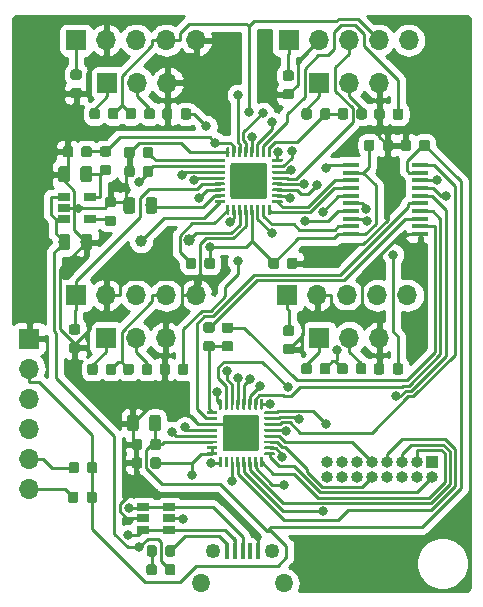
<source format=gbr>
G04 #@! TF.GenerationSoftware,KiCad,Pcbnew,(5.1.2)-1*
G04 #@! TF.CreationDate,2020-05-27T18:22:03+09:00*
G04 #@! TF.ProjectId,i2s,6932732e-6b69-4636-9164-5f7063625858,v1.1*
G04 #@! TF.SameCoordinates,Original*
G04 #@! TF.FileFunction,Copper,L1,Top*
G04 #@! TF.FilePolarity,Positive*
%FSLAX46Y46*%
G04 Gerber Fmt 4.6, Leading zero omitted, Abs format (unit mm)*
G04 Created by KiCad (PCBNEW (5.1.2)-1) date 2020-05-27 18:22:03*
%MOMM*%
%LPD*%
G04 APERTURE LIST*
%ADD10R,1.450000X0.450000*%
%ADD11C,0.100000*%
%ADD12C,0.875000*%
%ADD13O,1.000000X1.000000*%
%ADD14R,1.000000X1.000000*%
%ADD15C,1.000000*%
%ADD16C,0.975000*%
%ADD17C,0.250000*%
%ADD18C,3.100000*%
%ADD19R,1.060000X0.650000*%
%ADD20O,1.700000X1.700000*%
%ADD21R,1.700000X1.700000*%
%ADD22R,0.400000X1.350000*%
%ADD23O,1.550000X1.550000*%
%ADD24O,1.250000X1.250000*%
%ADD25C,0.800000*%
%ADD26C,0.250000*%
%ADD27C,0.254000*%
G04 APERTURE END LIST*
D10*
X135150000Y-113275000D03*
X135150000Y-113925000D03*
X135150000Y-114575000D03*
X135150000Y-115225000D03*
X135150000Y-115875000D03*
X135150000Y-116525000D03*
X135150000Y-117175000D03*
X135150000Y-117825000D03*
X135150000Y-118475000D03*
X135150000Y-119125000D03*
X129250000Y-119125000D03*
X129250000Y-118475000D03*
X129250000Y-117825000D03*
X129250000Y-117175000D03*
X129250000Y-116525000D03*
X129250000Y-115875000D03*
X129250000Y-115225000D03*
X129250000Y-114575000D03*
X129250000Y-113925000D03*
X129250000Y-113275000D03*
D11*
G36*
X134164691Y-111126053D02*
G01*
X134185926Y-111129203D01*
X134206750Y-111134419D01*
X134226962Y-111141651D01*
X134246368Y-111150830D01*
X134264781Y-111161866D01*
X134282024Y-111174654D01*
X134297930Y-111189070D01*
X134312346Y-111204976D01*
X134325134Y-111222219D01*
X134336170Y-111240632D01*
X134345349Y-111260038D01*
X134352581Y-111280250D01*
X134357797Y-111301074D01*
X134360947Y-111322309D01*
X134362000Y-111343750D01*
X134362000Y-111856250D01*
X134360947Y-111877691D01*
X134357797Y-111898926D01*
X134352581Y-111919750D01*
X134345349Y-111939962D01*
X134336170Y-111959368D01*
X134325134Y-111977781D01*
X134312346Y-111995024D01*
X134297930Y-112010930D01*
X134282024Y-112025346D01*
X134264781Y-112038134D01*
X134246368Y-112049170D01*
X134226962Y-112058349D01*
X134206750Y-112065581D01*
X134185926Y-112070797D01*
X134164691Y-112073947D01*
X134143250Y-112075000D01*
X133705750Y-112075000D01*
X133684309Y-112073947D01*
X133663074Y-112070797D01*
X133642250Y-112065581D01*
X133622038Y-112058349D01*
X133602632Y-112049170D01*
X133584219Y-112038134D01*
X133566976Y-112025346D01*
X133551070Y-112010930D01*
X133536654Y-111995024D01*
X133523866Y-111977781D01*
X133512830Y-111959368D01*
X133503651Y-111939962D01*
X133496419Y-111919750D01*
X133491203Y-111898926D01*
X133488053Y-111877691D01*
X133487000Y-111856250D01*
X133487000Y-111343750D01*
X133488053Y-111322309D01*
X133491203Y-111301074D01*
X133496419Y-111280250D01*
X133503651Y-111260038D01*
X133512830Y-111240632D01*
X133523866Y-111222219D01*
X133536654Y-111204976D01*
X133551070Y-111189070D01*
X133566976Y-111174654D01*
X133584219Y-111161866D01*
X133602632Y-111150830D01*
X133622038Y-111141651D01*
X133642250Y-111134419D01*
X133663074Y-111129203D01*
X133684309Y-111126053D01*
X133705750Y-111125000D01*
X134143250Y-111125000D01*
X134164691Y-111126053D01*
X134164691Y-111126053D01*
G37*
D12*
X133924500Y-111600000D03*
D11*
G36*
X135739691Y-111126053D02*
G01*
X135760926Y-111129203D01*
X135781750Y-111134419D01*
X135801962Y-111141651D01*
X135821368Y-111150830D01*
X135839781Y-111161866D01*
X135857024Y-111174654D01*
X135872930Y-111189070D01*
X135887346Y-111204976D01*
X135900134Y-111222219D01*
X135911170Y-111240632D01*
X135920349Y-111260038D01*
X135927581Y-111280250D01*
X135932797Y-111301074D01*
X135935947Y-111322309D01*
X135937000Y-111343750D01*
X135937000Y-111856250D01*
X135935947Y-111877691D01*
X135932797Y-111898926D01*
X135927581Y-111919750D01*
X135920349Y-111939962D01*
X135911170Y-111959368D01*
X135900134Y-111977781D01*
X135887346Y-111995024D01*
X135872930Y-112010930D01*
X135857024Y-112025346D01*
X135839781Y-112038134D01*
X135821368Y-112049170D01*
X135801962Y-112058349D01*
X135781750Y-112065581D01*
X135760926Y-112070797D01*
X135739691Y-112073947D01*
X135718250Y-112075000D01*
X135280750Y-112075000D01*
X135259309Y-112073947D01*
X135238074Y-112070797D01*
X135217250Y-112065581D01*
X135197038Y-112058349D01*
X135177632Y-112049170D01*
X135159219Y-112038134D01*
X135141976Y-112025346D01*
X135126070Y-112010930D01*
X135111654Y-111995024D01*
X135098866Y-111977781D01*
X135087830Y-111959368D01*
X135078651Y-111939962D01*
X135071419Y-111919750D01*
X135066203Y-111898926D01*
X135063053Y-111877691D01*
X135062000Y-111856250D01*
X135062000Y-111343750D01*
X135063053Y-111322309D01*
X135066203Y-111301074D01*
X135071419Y-111280250D01*
X135078651Y-111260038D01*
X135087830Y-111240632D01*
X135098866Y-111222219D01*
X135111654Y-111204976D01*
X135126070Y-111189070D01*
X135141976Y-111174654D01*
X135159219Y-111161866D01*
X135177632Y-111150830D01*
X135197038Y-111141651D01*
X135217250Y-111134419D01*
X135238074Y-111129203D01*
X135259309Y-111126053D01*
X135280750Y-111125000D01*
X135718250Y-111125000D01*
X135739691Y-111126053D01*
X135739691Y-111126053D01*
G37*
D12*
X135499500Y-111600000D03*
D11*
G36*
X132627691Y-111126053D02*
G01*
X132648926Y-111129203D01*
X132669750Y-111134419D01*
X132689962Y-111141651D01*
X132709368Y-111150830D01*
X132727781Y-111161866D01*
X132745024Y-111174654D01*
X132760930Y-111189070D01*
X132775346Y-111204976D01*
X132788134Y-111222219D01*
X132799170Y-111240632D01*
X132808349Y-111260038D01*
X132815581Y-111280250D01*
X132820797Y-111301074D01*
X132823947Y-111322309D01*
X132825000Y-111343750D01*
X132825000Y-111856250D01*
X132823947Y-111877691D01*
X132820797Y-111898926D01*
X132815581Y-111919750D01*
X132808349Y-111939962D01*
X132799170Y-111959368D01*
X132788134Y-111977781D01*
X132775346Y-111995024D01*
X132760930Y-112010930D01*
X132745024Y-112025346D01*
X132727781Y-112038134D01*
X132709368Y-112049170D01*
X132689962Y-112058349D01*
X132669750Y-112065581D01*
X132648926Y-112070797D01*
X132627691Y-112073947D01*
X132606250Y-112075000D01*
X132168750Y-112075000D01*
X132147309Y-112073947D01*
X132126074Y-112070797D01*
X132105250Y-112065581D01*
X132085038Y-112058349D01*
X132065632Y-112049170D01*
X132047219Y-112038134D01*
X132029976Y-112025346D01*
X132014070Y-112010930D01*
X131999654Y-111995024D01*
X131986866Y-111977781D01*
X131975830Y-111959368D01*
X131966651Y-111939962D01*
X131959419Y-111919750D01*
X131954203Y-111898926D01*
X131951053Y-111877691D01*
X131950000Y-111856250D01*
X131950000Y-111343750D01*
X131951053Y-111322309D01*
X131954203Y-111301074D01*
X131959419Y-111280250D01*
X131966651Y-111260038D01*
X131975830Y-111240632D01*
X131986866Y-111222219D01*
X131999654Y-111204976D01*
X132014070Y-111189070D01*
X132029976Y-111174654D01*
X132047219Y-111161866D01*
X132065632Y-111150830D01*
X132085038Y-111141651D01*
X132105250Y-111134419D01*
X132126074Y-111129203D01*
X132147309Y-111126053D01*
X132168750Y-111125000D01*
X132606250Y-111125000D01*
X132627691Y-111126053D01*
X132627691Y-111126053D01*
G37*
D12*
X132387500Y-111600000D03*
D11*
G36*
X131052691Y-111126053D02*
G01*
X131073926Y-111129203D01*
X131094750Y-111134419D01*
X131114962Y-111141651D01*
X131134368Y-111150830D01*
X131152781Y-111161866D01*
X131170024Y-111174654D01*
X131185930Y-111189070D01*
X131200346Y-111204976D01*
X131213134Y-111222219D01*
X131224170Y-111240632D01*
X131233349Y-111260038D01*
X131240581Y-111280250D01*
X131245797Y-111301074D01*
X131248947Y-111322309D01*
X131250000Y-111343750D01*
X131250000Y-111856250D01*
X131248947Y-111877691D01*
X131245797Y-111898926D01*
X131240581Y-111919750D01*
X131233349Y-111939962D01*
X131224170Y-111959368D01*
X131213134Y-111977781D01*
X131200346Y-111995024D01*
X131185930Y-112010930D01*
X131170024Y-112025346D01*
X131152781Y-112038134D01*
X131134368Y-112049170D01*
X131114962Y-112058349D01*
X131094750Y-112065581D01*
X131073926Y-112070797D01*
X131052691Y-112073947D01*
X131031250Y-112075000D01*
X130593750Y-112075000D01*
X130572309Y-112073947D01*
X130551074Y-112070797D01*
X130530250Y-112065581D01*
X130510038Y-112058349D01*
X130490632Y-112049170D01*
X130472219Y-112038134D01*
X130454976Y-112025346D01*
X130439070Y-112010930D01*
X130424654Y-111995024D01*
X130411866Y-111977781D01*
X130400830Y-111959368D01*
X130391651Y-111939962D01*
X130384419Y-111919750D01*
X130379203Y-111898926D01*
X130376053Y-111877691D01*
X130375000Y-111856250D01*
X130375000Y-111343750D01*
X130376053Y-111322309D01*
X130379203Y-111301074D01*
X130384419Y-111280250D01*
X130391651Y-111260038D01*
X130400830Y-111240632D01*
X130411866Y-111222219D01*
X130424654Y-111204976D01*
X130439070Y-111189070D01*
X130454976Y-111174654D01*
X130472219Y-111161866D01*
X130490632Y-111150830D01*
X130510038Y-111141651D01*
X130530250Y-111134419D01*
X130551074Y-111129203D01*
X130572309Y-111126053D01*
X130593750Y-111125000D01*
X131031250Y-111125000D01*
X131052691Y-111126053D01*
X131052691Y-111126053D01*
G37*
D12*
X130812500Y-111600000D03*
D13*
X127260000Y-139700000D03*
X127260000Y-138430000D03*
X128530000Y-139700000D03*
X128530000Y-138430000D03*
X129800000Y-139700000D03*
X129800000Y-138430000D03*
X131070000Y-139700000D03*
X131070000Y-138430000D03*
X132340000Y-139700000D03*
X132340000Y-138430000D03*
X133610000Y-139700000D03*
X133610000Y-138430000D03*
X134880000Y-139700000D03*
X134880000Y-138430000D03*
X136150000Y-139700000D03*
D14*
X136150000Y-138430000D03*
D15*
X111500000Y-119700000D03*
X115600000Y-119600000D03*
D11*
G36*
X119097691Y-128189053D02*
G01*
X119118926Y-128192203D01*
X119139750Y-128197419D01*
X119159962Y-128204651D01*
X119179368Y-128213830D01*
X119197781Y-128224866D01*
X119215024Y-128237654D01*
X119230930Y-128252070D01*
X119245346Y-128267976D01*
X119258134Y-128285219D01*
X119269170Y-128303632D01*
X119278349Y-128323038D01*
X119285581Y-128343250D01*
X119290797Y-128364074D01*
X119293947Y-128385309D01*
X119295000Y-128406750D01*
X119295000Y-128844250D01*
X119293947Y-128865691D01*
X119290797Y-128886926D01*
X119285581Y-128907750D01*
X119278349Y-128927962D01*
X119269170Y-128947368D01*
X119258134Y-128965781D01*
X119245346Y-128983024D01*
X119230930Y-128998930D01*
X119215024Y-129013346D01*
X119197781Y-129026134D01*
X119179368Y-129037170D01*
X119159962Y-129046349D01*
X119139750Y-129053581D01*
X119118926Y-129058797D01*
X119097691Y-129061947D01*
X119076250Y-129063000D01*
X118563750Y-129063000D01*
X118542309Y-129061947D01*
X118521074Y-129058797D01*
X118500250Y-129053581D01*
X118480038Y-129046349D01*
X118460632Y-129037170D01*
X118442219Y-129026134D01*
X118424976Y-129013346D01*
X118409070Y-128998930D01*
X118394654Y-128983024D01*
X118381866Y-128965781D01*
X118370830Y-128947368D01*
X118361651Y-128927962D01*
X118354419Y-128907750D01*
X118349203Y-128886926D01*
X118346053Y-128865691D01*
X118345000Y-128844250D01*
X118345000Y-128406750D01*
X118346053Y-128385309D01*
X118349203Y-128364074D01*
X118354419Y-128343250D01*
X118361651Y-128323038D01*
X118370830Y-128303632D01*
X118381866Y-128285219D01*
X118394654Y-128267976D01*
X118409070Y-128252070D01*
X118424976Y-128237654D01*
X118442219Y-128224866D01*
X118460632Y-128213830D01*
X118480038Y-128204651D01*
X118500250Y-128197419D01*
X118521074Y-128192203D01*
X118542309Y-128189053D01*
X118563750Y-128188000D01*
X119076250Y-128188000D01*
X119097691Y-128189053D01*
X119097691Y-128189053D01*
G37*
D12*
X118820000Y-128625500D03*
D11*
G36*
X119097691Y-126614053D02*
G01*
X119118926Y-126617203D01*
X119139750Y-126622419D01*
X119159962Y-126629651D01*
X119179368Y-126638830D01*
X119197781Y-126649866D01*
X119215024Y-126662654D01*
X119230930Y-126677070D01*
X119245346Y-126692976D01*
X119258134Y-126710219D01*
X119269170Y-126728632D01*
X119278349Y-126748038D01*
X119285581Y-126768250D01*
X119290797Y-126789074D01*
X119293947Y-126810309D01*
X119295000Y-126831750D01*
X119295000Y-127269250D01*
X119293947Y-127290691D01*
X119290797Y-127311926D01*
X119285581Y-127332750D01*
X119278349Y-127352962D01*
X119269170Y-127372368D01*
X119258134Y-127390781D01*
X119245346Y-127408024D01*
X119230930Y-127423930D01*
X119215024Y-127438346D01*
X119197781Y-127451134D01*
X119179368Y-127462170D01*
X119159962Y-127471349D01*
X119139750Y-127478581D01*
X119118926Y-127483797D01*
X119097691Y-127486947D01*
X119076250Y-127488000D01*
X118563750Y-127488000D01*
X118542309Y-127486947D01*
X118521074Y-127483797D01*
X118500250Y-127478581D01*
X118480038Y-127471349D01*
X118460632Y-127462170D01*
X118442219Y-127451134D01*
X118424976Y-127438346D01*
X118409070Y-127423930D01*
X118394654Y-127408024D01*
X118381866Y-127390781D01*
X118370830Y-127372368D01*
X118361651Y-127352962D01*
X118354419Y-127332750D01*
X118349203Y-127311926D01*
X118346053Y-127290691D01*
X118345000Y-127269250D01*
X118345000Y-126831750D01*
X118346053Y-126810309D01*
X118349203Y-126789074D01*
X118354419Y-126768250D01*
X118361651Y-126748038D01*
X118370830Y-126728632D01*
X118381866Y-126710219D01*
X118394654Y-126692976D01*
X118409070Y-126677070D01*
X118424976Y-126662654D01*
X118442219Y-126649866D01*
X118460632Y-126638830D01*
X118480038Y-126629651D01*
X118500250Y-126622419D01*
X118521074Y-126617203D01*
X118542309Y-126614053D01*
X118563750Y-126613000D01*
X119076250Y-126613000D01*
X119097691Y-126614053D01*
X119097691Y-126614053D01*
G37*
D12*
X118820000Y-127050500D03*
D11*
G36*
X117527691Y-128179053D02*
G01*
X117548926Y-128182203D01*
X117569750Y-128187419D01*
X117589962Y-128194651D01*
X117609368Y-128203830D01*
X117627781Y-128214866D01*
X117645024Y-128227654D01*
X117660930Y-128242070D01*
X117675346Y-128257976D01*
X117688134Y-128275219D01*
X117699170Y-128293632D01*
X117708349Y-128313038D01*
X117715581Y-128333250D01*
X117720797Y-128354074D01*
X117723947Y-128375309D01*
X117725000Y-128396750D01*
X117725000Y-128834250D01*
X117723947Y-128855691D01*
X117720797Y-128876926D01*
X117715581Y-128897750D01*
X117708349Y-128917962D01*
X117699170Y-128937368D01*
X117688134Y-128955781D01*
X117675346Y-128973024D01*
X117660930Y-128988930D01*
X117645024Y-129003346D01*
X117627781Y-129016134D01*
X117609368Y-129027170D01*
X117589962Y-129036349D01*
X117569750Y-129043581D01*
X117548926Y-129048797D01*
X117527691Y-129051947D01*
X117506250Y-129053000D01*
X116993750Y-129053000D01*
X116972309Y-129051947D01*
X116951074Y-129048797D01*
X116930250Y-129043581D01*
X116910038Y-129036349D01*
X116890632Y-129027170D01*
X116872219Y-129016134D01*
X116854976Y-129003346D01*
X116839070Y-128988930D01*
X116824654Y-128973024D01*
X116811866Y-128955781D01*
X116800830Y-128937368D01*
X116791651Y-128917962D01*
X116784419Y-128897750D01*
X116779203Y-128876926D01*
X116776053Y-128855691D01*
X116775000Y-128834250D01*
X116775000Y-128396750D01*
X116776053Y-128375309D01*
X116779203Y-128354074D01*
X116784419Y-128333250D01*
X116791651Y-128313038D01*
X116800830Y-128293632D01*
X116811866Y-128275219D01*
X116824654Y-128257976D01*
X116839070Y-128242070D01*
X116854976Y-128227654D01*
X116872219Y-128214866D01*
X116890632Y-128203830D01*
X116910038Y-128194651D01*
X116930250Y-128187419D01*
X116951074Y-128182203D01*
X116972309Y-128179053D01*
X116993750Y-128178000D01*
X117506250Y-128178000D01*
X117527691Y-128179053D01*
X117527691Y-128179053D01*
G37*
D12*
X117250000Y-128615500D03*
D11*
G36*
X117527691Y-126604053D02*
G01*
X117548926Y-126607203D01*
X117569750Y-126612419D01*
X117589962Y-126619651D01*
X117609368Y-126628830D01*
X117627781Y-126639866D01*
X117645024Y-126652654D01*
X117660930Y-126667070D01*
X117675346Y-126682976D01*
X117688134Y-126700219D01*
X117699170Y-126718632D01*
X117708349Y-126738038D01*
X117715581Y-126758250D01*
X117720797Y-126779074D01*
X117723947Y-126800309D01*
X117725000Y-126821750D01*
X117725000Y-127259250D01*
X117723947Y-127280691D01*
X117720797Y-127301926D01*
X117715581Y-127322750D01*
X117708349Y-127342962D01*
X117699170Y-127362368D01*
X117688134Y-127380781D01*
X117675346Y-127398024D01*
X117660930Y-127413930D01*
X117645024Y-127428346D01*
X117627781Y-127441134D01*
X117609368Y-127452170D01*
X117589962Y-127461349D01*
X117569750Y-127468581D01*
X117548926Y-127473797D01*
X117527691Y-127476947D01*
X117506250Y-127478000D01*
X116993750Y-127478000D01*
X116972309Y-127476947D01*
X116951074Y-127473797D01*
X116930250Y-127468581D01*
X116910038Y-127461349D01*
X116890632Y-127452170D01*
X116872219Y-127441134D01*
X116854976Y-127428346D01*
X116839070Y-127413930D01*
X116824654Y-127398024D01*
X116811866Y-127380781D01*
X116800830Y-127362368D01*
X116791651Y-127342962D01*
X116784419Y-127322750D01*
X116779203Y-127301926D01*
X116776053Y-127280691D01*
X116775000Y-127259250D01*
X116775000Y-126821750D01*
X116776053Y-126800309D01*
X116779203Y-126779074D01*
X116784419Y-126758250D01*
X116791651Y-126738038D01*
X116800830Y-126718632D01*
X116811866Y-126700219D01*
X116824654Y-126682976D01*
X116839070Y-126667070D01*
X116854976Y-126652654D01*
X116872219Y-126639866D01*
X116890632Y-126628830D01*
X116910038Y-126619651D01*
X116930250Y-126612419D01*
X116951074Y-126607203D01*
X116972309Y-126604053D01*
X116993750Y-126603000D01*
X117506250Y-126603000D01*
X117527691Y-126604053D01*
X117527691Y-126604053D01*
G37*
D12*
X117250000Y-127040500D03*
D11*
G36*
X108777691Y-111688053D02*
G01*
X108798926Y-111691203D01*
X108819750Y-111696419D01*
X108839962Y-111703651D01*
X108859368Y-111712830D01*
X108877781Y-111723866D01*
X108895024Y-111736654D01*
X108910930Y-111751070D01*
X108925346Y-111766976D01*
X108938134Y-111784219D01*
X108949170Y-111802632D01*
X108958349Y-111822038D01*
X108965581Y-111842250D01*
X108970797Y-111863074D01*
X108973947Y-111884309D01*
X108975000Y-111905750D01*
X108975000Y-112343250D01*
X108973947Y-112364691D01*
X108970797Y-112385926D01*
X108965581Y-112406750D01*
X108958349Y-112426962D01*
X108949170Y-112446368D01*
X108938134Y-112464781D01*
X108925346Y-112482024D01*
X108910930Y-112497930D01*
X108895024Y-112512346D01*
X108877781Y-112525134D01*
X108859368Y-112536170D01*
X108839962Y-112545349D01*
X108819750Y-112552581D01*
X108798926Y-112557797D01*
X108777691Y-112560947D01*
X108756250Y-112562000D01*
X108243750Y-112562000D01*
X108222309Y-112560947D01*
X108201074Y-112557797D01*
X108180250Y-112552581D01*
X108160038Y-112545349D01*
X108140632Y-112536170D01*
X108122219Y-112525134D01*
X108104976Y-112512346D01*
X108089070Y-112497930D01*
X108074654Y-112482024D01*
X108061866Y-112464781D01*
X108050830Y-112446368D01*
X108041651Y-112426962D01*
X108034419Y-112406750D01*
X108029203Y-112385926D01*
X108026053Y-112364691D01*
X108025000Y-112343250D01*
X108025000Y-111905750D01*
X108026053Y-111884309D01*
X108029203Y-111863074D01*
X108034419Y-111842250D01*
X108041651Y-111822038D01*
X108050830Y-111802632D01*
X108061866Y-111784219D01*
X108074654Y-111766976D01*
X108089070Y-111751070D01*
X108104976Y-111736654D01*
X108122219Y-111723866D01*
X108140632Y-111712830D01*
X108160038Y-111703651D01*
X108180250Y-111696419D01*
X108201074Y-111691203D01*
X108222309Y-111688053D01*
X108243750Y-111687000D01*
X108756250Y-111687000D01*
X108777691Y-111688053D01*
X108777691Y-111688053D01*
G37*
D12*
X108500000Y-112124500D03*
D11*
G36*
X108777691Y-113263053D02*
G01*
X108798926Y-113266203D01*
X108819750Y-113271419D01*
X108839962Y-113278651D01*
X108859368Y-113287830D01*
X108877781Y-113298866D01*
X108895024Y-113311654D01*
X108910930Y-113326070D01*
X108925346Y-113341976D01*
X108938134Y-113359219D01*
X108949170Y-113377632D01*
X108958349Y-113397038D01*
X108965581Y-113417250D01*
X108970797Y-113438074D01*
X108973947Y-113459309D01*
X108975000Y-113480750D01*
X108975000Y-113918250D01*
X108973947Y-113939691D01*
X108970797Y-113960926D01*
X108965581Y-113981750D01*
X108958349Y-114001962D01*
X108949170Y-114021368D01*
X108938134Y-114039781D01*
X108925346Y-114057024D01*
X108910930Y-114072930D01*
X108895024Y-114087346D01*
X108877781Y-114100134D01*
X108859368Y-114111170D01*
X108839962Y-114120349D01*
X108819750Y-114127581D01*
X108798926Y-114132797D01*
X108777691Y-114135947D01*
X108756250Y-114137000D01*
X108243750Y-114137000D01*
X108222309Y-114135947D01*
X108201074Y-114132797D01*
X108180250Y-114127581D01*
X108160038Y-114120349D01*
X108140632Y-114111170D01*
X108122219Y-114100134D01*
X108104976Y-114087346D01*
X108089070Y-114072930D01*
X108074654Y-114057024D01*
X108061866Y-114039781D01*
X108050830Y-114021368D01*
X108041651Y-114001962D01*
X108034419Y-113981750D01*
X108029203Y-113960926D01*
X108026053Y-113939691D01*
X108025000Y-113918250D01*
X108025000Y-113480750D01*
X108026053Y-113459309D01*
X108029203Y-113438074D01*
X108034419Y-113417250D01*
X108041651Y-113397038D01*
X108050830Y-113377632D01*
X108061866Y-113359219D01*
X108074654Y-113341976D01*
X108089070Y-113326070D01*
X108104976Y-113311654D01*
X108122219Y-113298866D01*
X108140632Y-113287830D01*
X108160038Y-113278651D01*
X108180250Y-113271419D01*
X108201074Y-113266203D01*
X108222309Y-113263053D01*
X108243750Y-113262000D01*
X108756250Y-113262000D01*
X108777691Y-113263053D01*
X108777691Y-113263053D01*
G37*
D12*
X108500000Y-113699500D03*
D11*
G36*
X114207691Y-147066053D02*
G01*
X114228926Y-147069203D01*
X114249750Y-147074419D01*
X114269962Y-147081651D01*
X114289368Y-147090830D01*
X114307781Y-147101866D01*
X114325024Y-147114654D01*
X114340930Y-147129070D01*
X114355346Y-147144976D01*
X114368134Y-147162219D01*
X114379170Y-147180632D01*
X114388349Y-147200038D01*
X114395581Y-147220250D01*
X114400797Y-147241074D01*
X114403947Y-147262309D01*
X114405000Y-147283750D01*
X114405000Y-147796250D01*
X114403947Y-147817691D01*
X114400797Y-147838926D01*
X114395581Y-147859750D01*
X114388349Y-147879962D01*
X114379170Y-147899368D01*
X114368134Y-147917781D01*
X114355346Y-147935024D01*
X114340930Y-147950930D01*
X114325024Y-147965346D01*
X114307781Y-147978134D01*
X114289368Y-147989170D01*
X114269962Y-147998349D01*
X114249750Y-148005581D01*
X114228926Y-148010797D01*
X114207691Y-148013947D01*
X114186250Y-148015000D01*
X113748750Y-148015000D01*
X113727309Y-148013947D01*
X113706074Y-148010797D01*
X113685250Y-148005581D01*
X113665038Y-147998349D01*
X113645632Y-147989170D01*
X113627219Y-147978134D01*
X113609976Y-147965346D01*
X113594070Y-147950930D01*
X113579654Y-147935024D01*
X113566866Y-147917781D01*
X113555830Y-147899368D01*
X113546651Y-147879962D01*
X113539419Y-147859750D01*
X113534203Y-147838926D01*
X113531053Y-147817691D01*
X113530000Y-147796250D01*
X113530000Y-147283750D01*
X113531053Y-147262309D01*
X113534203Y-147241074D01*
X113539419Y-147220250D01*
X113546651Y-147200038D01*
X113555830Y-147180632D01*
X113566866Y-147162219D01*
X113579654Y-147144976D01*
X113594070Y-147129070D01*
X113609976Y-147114654D01*
X113627219Y-147101866D01*
X113645632Y-147090830D01*
X113665038Y-147081651D01*
X113685250Y-147074419D01*
X113706074Y-147069203D01*
X113727309Y-147066053D01*
X113748750Y-147065000D01*
X114186250Y-147065000D01*
X114207691Y-147066053D01*
X114207691Y-147066053D01*
G37*
D12*
X113967500Y-147540000D03*
D11*
G36*
X112632691Y-147066053D02*
G01*
X112653926Y-147069203D01*
X112674750Y-147074419D01*
X112694962Y-147081651D01*
X112714368Y-147090830D01*
X112732781Y-147101866D01*
X112750024Y-147114654D01*
X112765930Y-147129070D01*
X112780346Y-147144976D01*
X112793134Y-147162219D01*
X112804170Y-147180632D01*
X112813349Y-147200038D01*
X112820581Y-147220250D01*
X112825797Y-147241074D01*
X112828947Y-147262309D01*
X112830000Y-147283750D01*
X112830000Y-147796250D01*
X112828947Y-147817691D01*
X112825797Y-147838926D01*
X112820581Y-147859750D01*
X112813349Y-147879962D01*
X112804170Y-147899368D01*
X112793134Y-147917781D01*
X112780346Y-147935024D01*
X112765930Y-147950930D01*
X112750024Y-147965346D01*
X112732781Y-147978134D01*
X112714368Y-147989170D01*
X112694962Y-147998349D01*
X112674750Y-148005581D01*
X112653926Y-148010797D01*
X112632691Y-148013947D01*
X112611250Y-148015000D01*
X112173750Y-148015000D01*
X112152309Y-148013947D01*
X112131074Y-148010797D01*
X112110250Y-148005581D01*
X112090038Y-147998349D01*
X112070632Y-147989170D01*
X112052219Y-147978134D01*
X112034976Y-147965346D01*
X112019070Y-147950930D01*
X112004654Y-147935024D01*
X111991866Y-147917781D01*
X111980830Y-147899368D01*
X111971651Y-147879962D01*
X111964419Y-147859750D01*
X111959203Y-147838926D01*
X111956053Y-147817691D01*
X111955000Y-147796250D01*
X111955000Y-147283750D01*
X111956053Y-147262309D01*
X111959203Y-147241074D01*
X111964419Y-147220250D01*
X111971651Y-147200038D01*
X111980830Y-147180632D01*
X111991866Y-147162219D01*
X112004654Y-147144976D01*
X112019070Y-147129070D01*
X112034976Y-147114654D01*
X112052219Y-147101866D01*
X112070632Y-147090830D01*
X112090038Y-147081651D01*
X112110250Y-147074419D01*
X112131074Y-147069203D01*
X112152309Y-147066053D01*
X112173750Y-147065000D01*
X112611250Y-147065000D01*
X112632691Y-147066053D01*
X112632691Y-147066053D01*
G37*
D12*
X112392500Y-147540000D03*
D11*
G36*
X111072142Y-134431174D02*
G01*
X111095803Y-134434684D01*
X111119007Y-134440496D01*
X111141529Y-134448554D01*
X111163153Y-134458782D01*
X111183670Y-134471079D01*
X111202883Y-134485329D01*
X111220607Y-134501393D01*
X111236671Y-134519117D01*
X111250921Y-134538330D01*
X111263218Y-134558847D01*
X111273446Y-134580471D01*
X111281504Y-134602993D01*
X111287316Y-134626197D01*
X111290826Y-134649858D01*
X111292000Y-134673750D01*
X111292000Y-135586250D01*
X111290826Y-135610142D01*
X111287316Y-135633803D01*
X111281504Y-135657007D01*
X111273446Y-135679529D01*
X111263218Y-135701153D01*
X111250921Y-135721670D01*
X111236671Y-135740883D01*
X111220607Y-135758607D01*
X111202883Y-135774671D01*
X111183670Y-135788921D01*
X111163153Y-135801218D01*
X111141529Y-135811446D01*
X111119007Y-135819504D01*
X111095803Y-135825316D01*
X111072142Y-135828826D01*
X111048250Y-135830000D01*
X110560750Y-135830000D01*
X110536858Y-135828826D01*
X110513197Y-135825316D01*
X110489993Y-135819504D01*
X110467471Y-135811446D01*
X110445847Y-135801218D01*
X110425330Y-135788921D01*
X110406117Y-135774671D01*
X110388393Y-135758607D01*
X110372329Y-135740883D01*
X110358079Y-135721670D01*
X110345782Y-135701153D01*
X110335554Y-135679529D01*
X110327496Y-135657007D01*
X110321684Y-135633803D01*
X110318174Y-135610142D01*
X110317000Y-135586250D01*
X110317000Y-134673750D01*
X110318174Y-134649858D01*
X110321684Y-134626197D01*
X110327496Y-134602993D01*
X110335554Y-134580471D01*
X110345782Y-134558847D01*
X110358079Y-134538330D01*
X110372329Y-134519117D01*
X110388393Y-134501393D01*
X110406117Y-134485329D01*
X110425330Y-134471079D01*
X110445847Y-134458782D01*
X110467471Y-134448554D01*
X110489993Y-134440496D01*
X110513197Y-134434684D01*
X110536858Y-134431174D01*
X110560750Y-134430000D01*
X111048250Y-134430000D01*
X111072142Y-134431174D01*
X111072142Y-134431174D01*
G37*
D16*
X110804500Y-135130000D03*
D11*
G36*
X112947142Y-134431174D02*
G01*
X112970803Y-134434684D01*
X112994007Y-134440496D01*
X113016529Y-134448554D01*
X113038153Y-134458782D01*
X113058670Y-134471079D01*
X113077883Y-134485329D01*
X113095607Y-134501393D01*
X113111671Y-134519117D01*
X113125921Y-134538330D01*
X113138218Y-134558847D01*
X113148446Y-134580471D01*
X113156504Y-134602993D01*
X113162316Y-134626197D01*
X113165826Y-134649858D01*
X113167000Y-134673750D01*
X113167000Y-135586250D01*
X113165826Y-135610142D01*
X113162316Y-135633803D01*
X113156504Y-135657007D01*
X113148446Y-135679529D01*
X113138218Y-135701153D01*
X113125921Y-135721670D01*
X113111671Y-135740883D01*
X113095607Y-135758607D01*
X113077883Y-135774671D01*
X113058670Y-135788921D01*
X113038153Y-135801218D01*
X113016529Y-135811446D01*
X112994007Y-135819504D01*
X112970803Y-135825316D01*
X112947142Y-135828826D01*
X112923250Y-135830000D01*
X112435750Y-135830000D01*
X112411858Y-135828826D01*
X112388197Y-135825316D01*
X112364993Y-135819504D01*
X112342471Y-135811446D01*
X112320847Y-135801218D01*
X112300330Y-135788921D01*
X112281117Y-135774671D01*
X112263393Y-135758607D01*
X112247329Y-135740883D01*
X112233079Y-135721670D01*
X112220782Y-135701153D01*
X112210554Y-135679529D01*
X112202496Y-135657007D01*
X112196684Y-135633803D01*
X112193174Y-135610142D01*
X112192000Y-135586250D01*
X112192000Y-134673750D01*
X112193174Y-134649858D01*
X112196684Y-134626197D01*
X112202496Y-134602993D01*
X112210554Y-134580471D01*
X112220782Y-134558847D01*
X112233079Y-134538330D01*
X112247329Y-134519117D01*
X112263393Y-134501393D01*
X112281117Y-134485329D01*
X112300330Y-134471079D01*
X112320847Y-134458782D01*
X112342471Y-134448554D01*
X112364993Y-134440496D01*
X112388197Y-134434684D01*
X112411858Y-134431174D01*
X112435750Y-134430000D01*
X112923250Y-134430000D01*
X112947142Y-134431174D01*
X112947142Y-134431174D01*
G37*
D16*
X112679500Y-135130000D03*
D11*
G36*
X123428626Y-112755301D02*
G01*
X123434693Y-112756201D01*
X123440643Y-112757691D01*
X123446418Y-112759758D01*
X123451962Y-112762380D01*
X123457223Y-112765533D01*
X123462150Y-112769187D01*
X123466694Y-112773306D01*
X123470813Y-112777850D01*
X123474467Y-112782777D01*
X123477620Y-112788038D01*
X123480242Y-112793582D01*
X123482309Y-112799357D01*
X123483799Y-112805307D01*
X123484699Y-112811374D01*
X123485000Y-112817500D01*
X123485000Y-112942500D01*
X123484699Y-112948626D01*
X123483799Y-112954693D01*
X123482309Y-112960643D01*
X123480242Y-112966418D01*
X123477620Y-112971962D01*
X123474467Y-112977223D01*
X123470813Y-112982150D01*
X123466694Y-112986694D01*
X123462150Y-112990813D01*
X123457223Y-112994467D01*
X123451962Y-112997620D01*
X123446418Y-113000242D01*
X123440643Y-113002309D01*
X123434693Y-113003799D01*
X123428626Y-113004699D01*
X123422500Y-113005000D01*
X122672500Y-113005000D01*
X122666374Y-113004699D01*
X122660307Y-113003799D01*
X122654357Y-113002309D01*
X122648582Y-113000242D01*
X122643038Y-112997620D01*
X122637777Y-112994467D01*
X122632850Y-112990813D01*
X122628306Y-112986694D01*
X122624187Y-112982150D01*
X122620533Y-112977223D01*
X122617380Y-112971962D01*
X122614758Y-112966418D01*
X122612691Y-112960643D01*
X122611201Y-112954693D01*
X122610301Y-112948626D01*
X122610000Y-112942500D01*
X122610000Y-112817500D01*
X122610301Y-112811374D01*
X122611201Y-112805307D01*
X122612691Y-112799357D01*
X122614758Y-112793582D01*
X122617380Y-112788038D01*
X122620533Y-112782777D01*
X122624187Y-112777850D01*
X122628306Y-112773306D01*
X122632850Y-112769187D01*
X122637777Y-112765533D01*
X122643038Y-112762380D01*
X122648582Y-112759758D01*
X122654357Y-112757691D01*
X122660307Y-112756201D01*
X122666374Y-112755301D01*
X122672500Y-112755000D01*
X123422500Y-112755000D01*
X123428626Y-112755301D01*
X123428626Y-112755301D01*
G37*
D17*
X123047500Y-112880000D03*
D11*
G36*
X123428626Y-113255301D02*
G01*
X123434693Y-113256201D01*
X123440643Y-113257691D01*
X123446418Y-113259758D01*
X123451962Y-113262380D01*
X123457223Y-113265533D01*
X123462150Y-113269187D01*
X123466694Y-113273306D01*
X123470813Y-113277850D01*
X123474467Y-113282777D01*
X123477620Y-113288038D01*
X123480242Y-113293582D01*
X123482309Y-113299357D01*
X123483799Y-113305307D01*
X123484699Y-113311374D01*
X123485000Y-113317500D01*
X123485000Y-113442500D01*
X123484699Y-113448626D01*
X123483799Y-113454693D01*
X123482309Y-113460643D01*
X123480242Y-113466418D01*
X123477620Y-113471962D01*
X123474467Y-113477223D01*
X123470813Y-113482150D01*
X123466694Y-113486694D01*
X123462150Y-113490813D01*
X123457223Y-113494467D01*
X123451962Y-113497620D01*
X123446418Y-113500242D01*
X123440643Y-113502309D01*
X123434693Y-113503799D01*
X123428626Y-113504699D01*
X123422500Y-113505000D01*
X122672500Y-113505000D01*
X122666374Y-113504699D01*
X122660307Y-113503799D01*
X122654357Y-113502309D01*
X122648582Y-113500242D01*
X122643038Y-113497620D01*
X122637777Y-113494467D01*
X122632850Y-113490813D01*
X122628306Y-113486694D01*
X122624187Y-113482150D01*
X122620533Y-113477223D01*
X122617380Y-113471962D01*
X122614758Y-113466418D01*
X122612691Y-113460643D01*
X122611201Y-113454693D01*
X122610301Y-113448626D01*
X122610000Y-113442500D01*
X122610000Y-113317500D01*
X122610301Y-113311374D01*
X122611201Y-113305307D01*
X122612691Y-113299357D01*
X122614758Y-113293582D01*
X122617380Y-113288038D01*
X122620533Y-113282777D01*
X122624187Y-113277850D01*
X122628306Y-113273306D01*
X122632850Y-113269187D01*
X122637777Y-113265533D01*
X122643038Y-113262380D01*
X122648582Y-113259758D01*
X122654357Y-113257691D01*
X122660307Y-113256201D01*
X122666374Y-113255301D01*
X122672500Y-113255000D01*
X123422500Y-113255000D01*
X123428626Y-113255301D01*
X123428626Y-113255301D01*
G37*
D17*
X123047500Y-113380000D03*
D11*
G36*
X123428626Y-113755301D02*
G01*
X123434693Y-113756201D01*
X123440643Y-113757691D01*
X123446418Y-113759758D01*
X123451962Y-113762380D01*
X123457223Y-113765533D01*
X123462150Y-113769187D01*
X123466694Y-113773306D01*
X123470813Y-113777850D01*
X123474467Y-113782777D01*
X123477620Y-113788038D01*
X123480242Y-113793582D01*
X123482309Y-113799357D01*
X123483799Y-113805307D01*
X123484699Y-113811374D01*
X123485000Y-113817500D01*
X123485000Y-113942500D01*
X123484699Y-113948626D01*
X123483799Y-113954693D01*
X123482309Y-113960643D01*
X123480242Y-113966418D01*
X123477620Y-113971962D01*
X123474467Y-113977223D01*
X123470813Y-113982150D01*
X123466694Y-113986694D01*
X123462150Y-113990813D01*
X123457223Y-113994467D01*
X123451962Y-113997620D01*
X123446418Y-114000242D01*
X123440643Y-114002309D01*
X123434693Y-114003799D01*
X123428626Y-114004699D01*
X123422500Y-114005000D01*
X122672500Y-114005000D01*
X122666374Y-114004699D01*
X122660307Y-114003799D01*
X122654357Y-114002309D01*
X122648582Y-114000242D01*
X122643038Y-113997620D01*
X122637777Y-113994467D01*
X122632850Y-113990813D01*
X122628306Y-113986694D01*
X122624187Y-113982150D01*
X122620533Y-113977223D01*
X122617380Y-113971962D01*
X122614758Y-113966418D01*
X122612691Y-113960643D01*
X122611201Y-113954693D01*
X122610301Y-113948626D01*
X122610000Y-113942500D01*
X122610000Y-113817500D01*
X122610301Y-113811374D01*
X122611201Y-113805307D01*
X122612691Y-113799357D01*
X122614758Y-113793582D01*
X122617380Y-113788038D01*
X122620533Y-113782777D01*
X122624187Y-113777850D01*
X122628306Y-113773306D01*
X122632850Y-113769187D01*
X122637777Y-113765533D01*
X122643038Y-113762380D01*
X122648582Y-113759758D01*
X122654357Y-113757691D01*
X122660307Y-113756201D01*
X122666374Y-113755301D01*
X122672500Y-113755000D01*
X123422500Y-113755000D01*
X123428626Y-113755301D01*
X123428626Y-113755301D01*
G37*
D17*
X123047500Y-113880000D03*
D11*
G36*
X123428626Y-114255301D02*
G01*
X123434693Y-114256201D01*
X123440643Y-114257691D01*
X123446418Y-114259758D01*
X123451962Y-114262380D01*
X123457223Y-114265533D01*
X123462150Y-114269187D01*
X123466694Y-114273306D01*
X123470813Y-114277850D01*
X123474467Y-114282777D01*
X123477620Y-114288038D01*
X123480242Y-114293582D01*
X123482309Y-114299357D01*
X123483799Y-114305307D01*
X123484699Y-114311374D01*
X123485000Y-114317500D01*
X123485000Y-114442500D01*
X123484699Y-114448626D01*
X123483799Y-114454693D01*
X123482309Y-114460643D01*
X123480242Y-114466418D01*
X123477620Y-114471962D01*
X123474467Y-114477223D01*
X123470813Y-114482150D01*
X123466694Y-114486694D01*
X123462150Y-114490813D01*
X123457223Y-114494467D01*
X123451962Y-114497620D01*
X123446418Y-114500242D01*
X123440643Y-114502309D01*
X123434693Y-114503799D01*
X123428626Y-114504699D01*
X123422500Y-114505000D01*
X122672500Y-114505000D01*
X122666374Y-114504699D01*
X122660307Y-114503799D01*
X122654357Y-114502309D01*
X122648582Y-114500242D01*
X122643038Y-114497620D01*
X122637777Y-114494467D01*
X122632850Y-114490813D01*
X122628306Y-114486694D01*
X122624187Y-114482150D01*
X122620533Y-114477223D01*
X122617380Y-114471962D01*
X122614758Y-114466418D01*
X122612691Y-114460643D01*
X122611201Y-114454693D01*
X122610301Y-114448626D01*
X122610000Y-114442500D01*
X122610000Y-114317500D01*
X122610301Y-114311374D01*
X122611201Y-114305307D01*
X122612691Y-114299357D01*
X122614758Y-114293582D01*
X122617380Y-114288038D01*
X122620533Y-114282777D01*
X122624187Y-114277850D01*
X122628306Y-114273306D01*
X122632850Y-114269187D01*
X122637777Y-114265533D01*
X122643038Y-114262380D01*
X122648582Y-114259758D01*
X122654357Y-114257691D01*
X122660307Y-114256201D01*
X122666374Y-114255301D01*
X122672500Y-114255000D01*
X123422500Y-114255000D01*
X123428626Y-114255301D01*
X123428626Y-114255301D01*
G37*
D17*
X123047500Y-114380000D03*
D11*
G36*
X123428626Y-114755301D02*
G01*
X123434693Y-114756201D01*
X123440643Y-114757691D01*
X123446418Y-114759758D01*
X123451962Y-114762380D01*
X123457223Y-114765533D01*
X123462150Y-114769187D01*
X123466694Y-114773306D01*
X123470813Y-114777850D01*
X123474467Y-114782777D01*
X123477620Y-114788038D01*
X123480242Y-114793582D01*
X123482309Y-114799357D01*
X123483799Y-114805307D01*
X123484699Y-114811374D01*
X123485000Y-114817500D01*
X123485000Y-114942500D01*
X123484699Y-114948626D01*
X123483799Y-114954693D01*
X123482309Y-114960643D01*
X123480242Y-114966418D01*
X123477620Y-114971962D01*
X123474467Y-114977223D01*
X123470813Y-114982150D01*
X123466694Y-114986694D01*
X123462150Y-114990813D01*
X123457223Y-114994467D01*
X123451962Y-114997620D01*
X123446418Y-115000242D01*
X123440643Y-115002309D01*
X123434693Y-115003799D01*
X123428626Y-115004699D01*
X123422500Y-115005000D01*
X122672500Y-115005000D01*
X122666374Y-115004699D01*
X122660307Y-115003799D01*
X122654357Y-115002309D01*
X122648582Y-115000242D01*
X122643038Y-114997620D01*
X122637777Y-114994467D01*
X122632850Y-114990813D01*
X122628306Y-114986694D01*
X122624187Y-114982150D01*
X122620533Y-114977223D01*
X122617380Y-114971962D01*
X122614758Y-114966418D01*
X122612691Y-114960643D01*
X122611201Y-114954693D01*
X122610301Y-114948626D01*
X122610000Y-114942500D01*
X122610000Y-114817500D01*
X122610301Y-114811374D01*
X122611201Y-114805307D01*
X122612691Y-114799357D01*
X122614758Y-114793582D01*
X122617380Y-114788038D01*
X122620533Y-114782777D01*
X122624187Y-114777850D01*
X122628306Y-114773306D01*
X122632850Y-114769187D01*
X122637777Y-114765533D01*
X122643038Y-114762380D01*
X122648582Y-114759758D01*
X122654357Y-114757691D01*
X122660307Y-114756201D01*
X122666374Y-114755301D01*
X122672500Y-114755000D01*
X123422500Y-114755000D01*
X123428626Y-114755301D01*
X123428626Y-114755301D01*
G37*
D17*
X123047500Y-114880000D03*
D11*
G36*
X123428626Y-115255301D02*
G01*
X123434693Y-115256201D01*
X123440643Y-115257691D01*
X123446418Y-115259758D01*
X123451962Y-115262380D01*
X123457223Y-115265533D01*
X123462150Y-115269187D01*
X123466694Y-115273306D01*
X123470813Y-115277850D01*
X123474467Y-115282777D01*
X123477620Y-115288038D01*
X123480242Y-115293582D01*
X123482309Y-115299357D01*
X123483799Y-115305307D01*
X123484699Y-115311374D01*
X123485000Y-115317500D01*
X123485000Y-115442500D01*
X123484699Y-115448626D01*
X123483799Y-115454693D01*
X123482309Y-115460643D01*
X123480242Y-115466418D01*
X123477620Y-115471962D01*
X123474467Y-115477223D01*
X123470813Y-115482150D01*
X123466694Y-115486694D01*
X123462150Y-115490813D01*
X123457223Y-115494467D01*
X123451962Y-115497620D01*
X123446418Y-115500242D01*
X123440643Y-115502309D01*
X123434693Y-115503799D01*
X123428626Y-115504699D01*
X123422500Y-115505000D01*
X122672500Y-115505000D01*
X122666374Y-115504699D01*
X122660307Y-115503799D01*
X122654357Y-115502309D01*
X122648582Y-115500242D01*
X122643038Y-115497620D01*
X122637777Y-115494467D01*
X122632850Y-115490813D01*
X122628306Y-115486694D01*
X122624187Y-115482150D01*
X122620533Y-115477223D01*
X122617380Y-115471962D01*
X122614758Y-115466418D01*
X122612691Y-115460643D01*
X122611201Y-115454693D01*
X122610301Y-115448626D01*
X122610000Y-115442500D01*
X122610000Y-115317500D01*
X122610301Y-115311374D01*
X122611201Y-115305307D01*
X122612691Y-115299357D01*
X122614758Y-115293582D01*
X122617380Y-115288038D01*
X122620533Y-115282777D01*
X122624187Y-115277850D01*
X122628306Y-115273306D01*
X122632850Y-115269187D01*
X122637777Y-115265533D01*
X122643038Y-115262380D01*
X122648582Y-115259758D01*
X122654357Y-115257691D01*
X122660307Y-115256201D01*
X122666374Y-115255301D01*
X122672500Y-115255000D01*
X123422500Y-115255000D01*
X123428626Y-115255301D01*
X123428626Y-115255301D01*
G37*
D17*
X123047500Y-115380000D03*
D11*
G36*
X123428626Y-115755301D02*
G01*
X123434693Y-115756201D01*
X123440643Y-115757691D01*
X123446418Y-115759758D01*
X123451962Y-115762380D01*
X123457223Y-115765533D01*
X123462150Y-115769187D01*
X123466694Y-115773306D01*
X123470813Y-115777850D01*
X123474467Y-115782777D01*
X123477620Y-115788038D01*
X123480242Y-115793582D01*
X123482309Y-115799357D01*
X123483799Y-115805307D01*
X123484699Y-115811374D01*
X123485000Y-115817500D01*
X123485000Y-115942500D01*
X123484699Y-115948626D01*
X123483799Y-115954693D01*
X123482309Y-115960643D01*
X123480242Y-115966418D01*
X123477620Y-115971962D01*
X123474467Y-115977223D01*
X123470813Y-115982150D01*
X123466694Y-115986694D01*
X123462150Y-115990813D01*
X123457223Y-115994467D01*
X123451962Y-115997620D01*
X123446418Y-116000242D01*
X123440643Y-116002309D01*
X123434693Y-116003799D01*
X123428626Y-116004699D01*
X123422500Y-116005000D01*
X122672500Y-116005000D01*
X122666374Y-116004699D01*
X122660307Y-116003799D01*
X122654357Y-116002309D01*
X122648582Y-116000242D01*
X122643038Y-115997620D01*
X122637777Y-115994467D01*
X122632850Y-115990813D01*
X122628306Y-115986694D01*
X122624187Y-115982150D01*
X122620533Y-115977223D01*
X122617380Y-115971962D01*
X122614758Y-115966418D01*
X122612691Y-115960643D01*
X122611201Y-115954693D01*
X122610301Y-115948626D01*
X122610000Y-115942500D01*
X122610000Y-115817500D01*
X122610301Y-115811374D01*
X122611201Y-115805307D01*
X122612691Y-115799357D01*
X122614758Y-115793582D01*
X122617380Y-115788038D01*
X122620533Y-115782777D01*
X122624187Y-115777850D01*
X122628306Y-115773306D01*
X122632850Y-115769187D01*
X122637777Y-115765533D01*
X122643038Y-115762380D01*
X122648582Y-115759758D01*
X122654357Y-115757691D01*
X122660307Y-115756201D01*
X122666374Y-115755301D01*
X122672500Y-115755000D01*
X123422500Y-115755000D01*
X123428626Y-115755301D01*
X123428626Y-115755301D01*
G37*
D17*
X123047500Y-115880000D03*
D11*
G36*
X123428626Y-116255301D02*
G01*
X123434693Y-116256201D01*
X123440643Y-116257691D01*
X123446418Y-116259758D01*
X123451962Y-116262380D01*
X123457223Y-116265533D01*
X123462150Y-116269187D01*
X123466694Y-116273306D01*
X123470813Y-116277850D01*
X123474467Y-116282777D01*
X123477620Y-116288038D01*
X123480242Y-116293582D01*
X123482309Y-116299357D01*
X123483799Y-116305307D01*
X123484699Y-116311374D01*
X123485000Y-116317500D01*
X123485000Y-116442500D01*
X123484699Y-116448626D01*
X123483799Y-116454693D01*
X123482309Y-116460643D01*
X123480242Y-116466418D01*
X123477620Y-116471962D01*
X123474467Y-116477223D01*
X123470813Y-116482150D01*
X123466694Y-116486694D01*
X123462150Y-116490813D01*
X123457223Y-116494467D01*
X123451962Y-116497620D01*
X123446418Y-116500242D01*
X123440643Y-116502309D01*
X123434693Y-116503799D01*
X123428626Y-116504699D01*
X123422500Y-116505000D01*
X122672500Y-116505000D01*
X122666374Y-116504699D01*
X122660307Y-116503799D01*
X122654357Y-116502309D01*
X122648582Y-116500242D01*
X122643038Y-116497620D01*
X122637777Y-116494467D01*
X122632850Y-116490813D01*
X122628306Y-116486694D01*
X122624187Y-116482150D01*
X122620533Y-116477223D01*
X122617380Y-116471962D01*
X122614758Y-116466418D01*
X122612691Y-116460643D01*
X122611201Y-116454693D01*
X122610301Y-116448626D01*
X122610000Y-116442500D01*
X122610000Y-116317500D01*
X122610301Y-116311374D01*
X122611201Y-116305307D01*
X122612691Y-116299357D01*
X122614758Y-116293582D01*
X122617380Y-116288038D01*
X122620533Y-116282777D01*
X122624187Y-116277850D01*
X122628306Y-116273306D01*
X122632850Y-116269187D01*
X122637777Y-116265533D01*
X122643038Y-116262380D01*
X122648582Y-116259758D01*
X122654357Y-116257691D01*
X122660307Y-116256201D01*
X122666374Y-116255301D01*
X122672500Y-116255000D01*
X123422500Y-116255000D01*
X123428626Y-116255301D01*
X123428626Y-116255301D01*
G37*
D17*
X123047500Y-116380000D03*
D11*
G36*
X122428626Y-116630301D02*
G01*
X122434693Y-116631201D01*
X122440643Y-116632691D01*
X122446418Y-116634758D01*
X122451962Y-116637380D01*
X122457223Y-116640533D01*
X122462150Y-116644187D01*
X122466694Y-116648306D01*
X122470813Y-116652850D01*
X122474467Y-116657777D01*
X122477620Y-116663038D01*
X122480242Y-116668582D01*
X122482309Y-116674357D01*
X122483799Y-116680307D01*
X122484699Y-116686374D01*
X122485000Y-116692500D01*
X122485000Y-117442500D01*
X122484699Y-117448626D01*
X122483799Y-117454693D01*
X122482309Y-117460643D01*
X122480242Y-117466418D01*
X122477620Y-117471962D01*
X122474467Y-117477223D01*
X122470813Y-117482150D01*
X122466694Y-117486694D01*
X122462150Y-117490813D01*
X122457223Y-117494467D01*
X122451962Y-117497620D01*
X122446418Y-117500242D01*
X122440643Y-117502309D01*
X122434693Y-117503799D01*
X122428626Y-117504699D01*
X122422500Y-117505000D01*
X122297500Y-117505000D01*
X122291374Y-117504699D01*
X122285307Y-117503799D01*
X122279357Y-117502309D01*
X122273582Y-117500242D01*
X122268038Y-117497620D01*
X122262777Y-117494467D01*
X122257850Y-117490813D01*
X122253306Y-117486694D01*
X122249187Y-117482150D01*
X122245533Y-117477223D01*
X122242380Y-117471962D01*
X122239758Y-117466418D01*
X122237691Y-117460643D01*
X122236201Y-117454693D01*
X122235301Y-117448626D01*
X122235000Y-117442500D01*
X122235000Y-116692500D01*
X122235301Y-116686374D01*
X122236201Y-116680307D01*
X122237691Y-116674357D01*
X122239758Y-116668582D01*
X122242380Y-116663038D01*
X122245533Y-116657777D01*
X122249187Y-116652850D01*
X122253306Y-116648306D01*
X122257850Y-116644187D01*
X122262777Y-116640533D01*
X122268038Y-116637380D01*
X122273582Y-116634758D01*
X122279357Y-116632691D01*
X122285307Y-116631201D01*
X122291374Y-116630301D01*
X122297500Y-116630000D01*
X122422500Y-116630000D01*
X122428626Y-116630301D01*
X122428626Y-116630301D01*
G37*
D17*
X122360000Y-117067500D03*
D11*
G36*
X121928626Y-116630301D02*
G01*
X121934693Y-116631201D01*
X121940643Y-116632691D01*
X121946418Y-116634758D01*
X121951962Y-116637380D01*
X121957223Y-116640533D01*
X121962150Y-116644187D01*
X121966694Y-116648306D01*
X121970813Y-116652850D01*
X121974467Y-116657777D01*
X121977620Y-116663038D01*
X121980242Y-116668582D01*
X121982309Y-116674357D01*
X121983799Y-116680307D01*
X121984699Y-116686374D01*
X121985000Y-116692500D01*
X121985000Y-117442500D01*
X121984699Y-117448626D01*
X121983799Y-117454693D01*
X121982309Y-117460643D01*
X121980242Y-117466418D01*
X121977620Y-117471962D01*
X121974467Y-117477223D01*
X121970813Y-117482150D01*
X121966694Y-117486694D01*
X121962150Y-117490813D01*
X121957223Y-117494467D01*
X121951962Y-117497620D01*
X121946418Y-117500242D01*
X121940643Y-117502309D01*
X121934693Y-117503799D01*
X121928626Y-117504699D01*
X121922500Y-117505000D01*
X121797500Y-117505000D01*
X121791374Y-117504699D01*
X121785307Y-117503799D01*
X121779357Y-117502309D01*
X121773582Y-117500242D01*
X121768038Y-117497620D01*
X121762777Y-117494467D01*
X121757850Y-117490813D01*
X121753306Y-117486694D01*
X121749187Y-117482150D01*
X121745533Y-117477223D01*
X121742380Y-117471962D01*
X121739758Y-117466418D01*
X121737691Y-117460643D01*
X121736201Y-117454693D01*
X121735301Y-117448626D01*
X121735000Y-117442500D01*
X121735000Y-116692500D01*
X121735301Y-116686374D01*
X121736201Y-116680307D01*
X121737691Y-116674357D01*
X121739758Y-116668582D01*
X121742380Y-116663038D01*
X121745533Y-116657777D01*
X121749187Y-116652850D01*
X121753306Y-116648306D01*
X121757850Y-116644187D01*
X121762777Y-116640533D01*
X121768038Y-116637380D01*
X121773582Y-116634758D01*
X121779357Y-116632691D01*
X121785307Y-116631201D01*
X121791374Y-116630301D01*
X121797500Y-116630000D01*
X121922500Y-116630000D01*
X121928626Y-116630301D01*
X121928626Y-116630301D01*
G37*
D17*
X121860000Y-117067500D03*
D11*
G36*
X121428626Y-116630301D02*
G01*
X121434693Y-116631201D01*
X121440643Y-116632691D01*
X121446418Y-116634758D01*
X121451962Y-116637380D01*
X121457223Y-116640533D01*
X121462150Y-116644187D01*
X121466694Y-116648306D01*
X121470813Y-116652850D01*
X121474467Y-116657777D01*
X121477620Y-116663038D01*
X121480242Y-116668582D01*
X121482309Y-116674357D01*
X121483799Y-116680307D01*
X121484699Y-116686374D01*
X121485000Y-116692500D01*
X121485000Y-117442500D01*
X121484699Y-117448626D01*
X121483799Y-117454693D01*
X121482309Y-117460643D01*
X121480242Y-117466418D01*
X121477620Y-117471962D01*
X121474467Y-117477223D01*
X121470813Y-117482150D01*
X121466694Y-117486694D01*
X121462150Y-117490813D01*
X121457223Y-117494467D01*
X121451962Y-117497620D01*
X121446418Y-117500242D01*
X121440643Y-117502309D01*
X121434693Y-117503799D01*
X121428626Y-117504699D01*
X121422500Y-117505000D01*
X121297500Y-117505000D01*
X121291374Y-117504699D01*
X121285307Y-117503799D01*
X121279357Y-117502309D01*
X121273582Y-117500242D01*
X121268038Y-117497620D01*
X121262777Y-117494467D01*
X121257850Y-117490813D01*
X121253306Y-117486694D01*
X121249187Y-117482150D01*
X121245533Y-117477223D01*
X121242380Y-117471962D01*
X121239758Y-117466418D01*
X121237691Y-117460643D01*
X121236201Y-117454693D01*
X121235301Y-117448626D01*
X121235000Y-117442500D01*
X121235000Y-116692500D01*
X121235301Y-116686374D01*
X121236201Y-116680307D01*
X121237691Y-116674357D01*
X121239758Y-116668582D01*
X121242380Y-116663038D01*
X121245533Y-116657777D01*
X121249187Y-116652850D01*
X121253306Y-116648306D01*
X121257850Y-116644187D01*
X121262777Y-116640533D01*
X121268038Y-116637380D01*
X121273582Y-116634758D01*
X121279357Y-116632691D01*
X121285307Y-116631201D01*
X121291374Y-116630301D01*
X121297500Y-116630000D01*
X121422500Y-116630000D01*
X121428626Y-116630301D01*
X121428626Y-116630301D01*
G37*
D17*
X121360000Y-117067500D03*
D11*
G36*
X120928626Y-116630301D02*
G01*
X120934693Y-116631201D01*
X120940643Y-116632691D01*
X120946418Y-116634758D01*
X120951962Y-116637380D01*
X120957223Y-116640533D01*
X120962150Y-116644187D01*
X120966694Y-116648306D01*
X120970813Y-116652850D01*
X120974467Y-116657777D01*
X120977620Y-116663038D01*
X120980242Y-116668582D01*
X120982309Y-116674357D01*
X120983799Y-116680307D01*
X120984699Y-116686374D01*
X120985000Y-116692500D01*
X120985000Y-117442500D01*
X120984699Y-117448626D01*
X120983799Y-117454693D01*
X120982309Y-117460643D01*
X120980242Y-117466418D01*
X120977620Y-117471962D01*
X120974467Y-117477223D01*
X120970813Y-117482150D01*
X120966694Y-117486694D01*
X120962150Y-117490813D01*
X120957223Y-117494467D01*
X120951962Y-117497620D01*
X120946418Y-117500242D01*
X120940643Y-117502309D01*
X120934693Y-117503799D01*
X120928626Y-117504699D01*
X120922500Y-117505000D01*
X120797500Y-117505000D01*
X120791374Y-117504699D01*
X120785307Y-117503799D01*
X120779357Y-117502309D01*
X120773582Y-117500242D01*
X120768038Y-117497620D01*
X120762777Y-117494467D01*
X120757850Y-117490813D01*
X120753306Y-117486694D01*
X120749187Y-117482150D01*
X120745533Y-117477223D01*
X120742380Y-117471962D01*
X120739758Y-117466418D01*
X120737691Y-117460643D01*
X120736201Y-117454693D01*
X120735301Y-117448626D01*
X120735000Y-117442500D01*
X120735000Y-116692500D01*
X120735301Y-116686374D01*
X120736201Y-116680307D01*
X120737691Y-116674357D01*
X120739758Y-116668582D01*
X120742380Y-116663038D01*
X120745533Y-116657777D01*
X120749187Y-116652850D01*
X120753306Y-116648306D01*
X120757850Y-116644187D01*
X120762777Y-116640533D01*
X120768038Y-116637380D01*
X120773582Y-116634758D01*
X120779357Y-116632691D01*
X120785307Y-116631201D01*
X120791374Y-116630301D01*
X120797500Y-116630000D01*
X120922500Y-116630000D01*
X120928626Y-116630301D01*
X120928626Y-116630301D01*
G37*
D17*
X120860000Y-117067500D03*
D11*
G36*
X120428626Y-116630301D02*
G01*
X120434693Y-116631201D01*
X120440643Y-116632691D01*
X120446418Y-116634758D01*
X120451962Y-116637380D01*
X120457223Y-116640533D01*
X120462150Y-116644187D01*
X120466694Y-116648306D01*
X120470813Y-116652850D01*
X120474467Y-116657777D01*
X120477620Y-116663038D01*
X120480242Y-116668582D01*
X120482309Y-116674357D01*
X120483799Y-116680307D01*
X120484699Y-116686374D01*
X120485000Y-116692500D01*
X120485000Y-117442500D01*
X120484699Y-117448626D01*
X120483799Y-117454693D01*
X120482309Y-117460643D01*
X120480242Y-117466418D01*
X120477620Y-117471962D01*
X120474467Y-117477223D01*
X120470813Y-117482150D01*
X120466694Y-117486694D01*
X120462150Y-117490813D01*
X120457223Y-117494467D01*
X120451962Y-117497620D01*
X120446418Y-117500242D01*
X120440643Y-117502309D01*
X120434693Y-117503799D01*
X120428626Y-117504699D01*
X120422500Y-117505000D01*
X120297500Y-117505000D01*
X120291374Y-117504699D01*
X120285307Y-117503799D01*
X120279357Y-117502309D01*
X120273582Y-117500242D01*
X120268038Y-117497620D01*
X120262777Y-117494467D01*
X120257850Y-117490813D01*
X120253306Y-117486694D01*
X120249187Y-117482150D01*
X120245533Y-117477223D01*
X120242380Y-117471962D01*
X120239758Y-117466418D01*
X120237691Y-117460643D01*
X120236201Y-117454693D01*
X120235301Y-117448626D01*
X120235000Y-117442500D01*
X120235000Y-116692500D01*
X120235301Y-116686374D01*
X120236201Y-116680307D01*
X120237691Y-116674357D01*
X120239758Y-116668582D01*
X120242380Y-116663038D01*
X120245533Y-116657777D01*
X120249187Y-116652850D01*
X120253306Y-116648306D01*
X120257850Y-116644187D01*
X120262777Y-116640533D01*
X120268038Y-116637380D01*
X120273582Y-116634758D01*
X120279357Y-116632691D01*
X120285307Y-116631201D01*
X120291374Y-116630301D01*
X120297500Y-116630000D01*
X120422500Y-116630000D01*
X120428626Y-116630301D01*
X120428626Y-116630301D01*
G37*
D17*
X120360000Y-117067500D03*
D11*
G36*
X119928626Y-116630301D02*
G01*
X119934693Y-116631201D01*
X119940643Y-116632691D01*
X119946418Y-116634758D01*
X119951962Y-116637380D01*
X119957223Y-116640533D01*
X119962150Y-116644187D01*
X119966694Y-116648306D01*
X119970813Y-116652850D01*
X119974467Y-116657777D01*
X119977620Y-116663038D01*
X119980242Y-116668582D01*
X119982309Y-116674357D01*
X119983799Y-116680307D01*
X119984699Y-116686374D01*
X119985000Y-116692500D01*
X119985000Y-117442500D01*
X119984699Y-117448626D01*
X119983799Y-117454693D01*
X119982309Y-117460643D01*
X119980242Y-117466418D01*
X119977620Y-117471962D01*
X119974467Y-117477223D01*
X119970813Y-117482150D01*
X119966694Y-117486694D01*
X119962150Y-117490813D01*
X119957223Y-117494467D01*
X119951962Y-117497620D01*
X119946418Y-117500242D01*
X119940643Y-117502309D01*
X119934693Y-117503799D01*
X119928626Y-117504699D01*
X119922500Y-117505000D01*
X119797500Y-117505000D01*
X119791374Y-117504699D01*
X119785307Y-117503799D01*
X119779357Y-117502309D01*
X119773582Y-117500242D01*
X119768038Y-117497620D01*
X119762777Y-117494467D01*
X119757850Y-117490813D01*
X119753306Y-117486694D01*
X119749187Y-117482150D01*
X119745533Y-117477223D01*
X119742380Y-117471962D01*
X119739758Y-117466418D01*
X119737691Y-117460643D01*
X119736201Y-117454693D01*
X119735301Y-117448626D01*
X119735000Y-117442500D01*
X119735000Y-116692500D01*
X119735301Y-116686374D01*
X119736201Y-116680307D01*
X119737691Y-116674357D01*
X119739758Y-116668582D01*
X119742380Y-116663038D01*
X119745533Y-116657777D01*
X119749187Y-116652850D01*
X119753306Y-116648306D01*
X119757850Y-116644187D01*
X119762777Y-116640533D01*
X119768038Y-116637380D01*
X119773582Y-116634758D01*
X119779357Y-116632691D01*
X119785307Y-116631201D01*
X119791374Y-116630301D01*
X119797500Y-116630000D01*
X119922500Y-116630000D01*
X119928626Y-116630301D01*
X119928626Y-116630301D01*
G37*
D17*
X119860000Y-117067500D03*
D11*
G36*
X119428626Y-116630301D02*
G01*
X119434693Y-116631201D01*
X119440643Y-116632691D01*
X119446418Y-116634758D01*
X119451962Y-116637380D01*
X119457223Y-116640533D01*
X119462150Y-116644187D01*
X119466694Y-116648306D01*
X119470813Y-116652850D01*
X119474467Y-116657777D01*
X119477620Y-116663038D01*
X119480242Y-116668582D01*
X119482309Y-116674357D01*
X119483799Y-116680307D01*
X119484699Y-116686374D01*
X119485000Y-116692500D01*
X119485000Y-117442500D01*
X119484699Y-117448626D01*
X119483799Y-117454693D01*
X119482309Y-117460643D01*
X119480242Y-117466418D01*
X119477620Y-117471962D01*
X119474467Y-117477223D01*
X119470813Y-117482150D01*
X119466694Y-117486694D01*
X119462150Y-117490813D01*
X119457223Y-117494467D01*
X119451962Y-117497620D01*
X119446418Y-117500242D01*
X119440643Y-117502309D01*
X119434693Y-117503799D01*
X119428626Y-117504699D01*
X119422500Y-117505000D01*
X119297500Y-117505000D01*
X119291374Y-117504699D01*
X119285307Y-117503799D01*
X119279357Y-117502309D01*
X119273582Y-117500242D01*
X119268038Y-117497620D01*
X119262777Y-117494467D01*
X119257850Y-117490813D01*
X119253306Y-117486694D01*
X119249187Y-117482150D01*
X119245533Y-117477223D01*
X119242380Y-117471962D01*
X119239758Y-117466418D01*
X119237691Y-117460643D01*
X119236201Y-117454693D01*
X119235301Y-117448626D01*
X119235000Y-117442500D01*
X119235000Y-116692500D01*
X119235301Y-116686374D01*
X119236201Y-116680307D01*
X119237691Y-116674357D01*
X119239758Y-116668582D01*
X119242380Y-116663038D01*
X119245533Y-116657777D01*
X119249187Y-116652850D01*
X119253306Y-116648306D01*
X119257850Y-116644187D01*
X119262777Y-116640533D01*
X119268038Y-116637380D01*
X119273582Y-116634758D01*
X119279357Y-116632691D01*
X119285307Y-116631201D01*
X119291374Y-116630301D01*
X119297500Y-116630000D01*
X119422500Y-116630000D01*
X119428626Y-116630301D01*
X119428626Y-116630301D01*
G37*
D17*
X119360000Y-117067500D03*
D11*
G36*
X118928626Y-116630301D02*
G01*
X118934693Y-116631201D01*
X118940643Y-116632691D01*
X118946418Y-116634758D01*
X118951962Y-116637380D01*
X118957223Y-116640533D01*
X118962150Y-116644187D01*
X118966694Y-116648306D01*
X118970813Y-116652850D01*
X118974467Y-116657777D01*
X118977620Y-116663038D01*
X118980242Y-116668582D01*
X118982309Y-116674357D01*
X118983799Y-116680307D01*
X118984699Y-116686374D01*
X118985000Y-116692500D01*
X118985000Y-117442500D01*
X118984699Y-117448626D01*
X118983799Y-117454693D01*
X118982309Y-117460643D01*
X118980242Y-117466418D01*
X118977620Y-117471962D01*
X118974467Y-117477223D01*
X118970813Y-117482150D01*
X118966694Y-117486694D01*
X118962150Y-117490813D01*
X118957223Y-117494467D01*
X118951962Y-117497620D01*
X118946418Y-117500242D01*
X118940643Y-117502309D01*
X118934693Y-117503799D01*
X118928626Y-117504699D01*
X118922500Y-117505000D01*
X118797500Y-117505000D01*
X118791374Y-117504699D01*
X118785307Y-117503799D01*
X118779357Y-117502309D01*
X118773582Y-117500242D01*
X118768038Y-117497620D01*
X118762777Y-117494467D01*
X118757850Y-117490813D01*
X118753306Y-117486694D01*
X118749187Y-117482150D01*
X118745533Y-117477223D01*
X118742380Y-117471962D01*
X118739758Y-117466418D01*
X118737691Y-117460643D01*
X118736201Y-117454693D01*
X118735301Y-117448626D01*
X118735000Y-117442500D01*
X118735000Y-116692500D01*
X118735301Y-116686374D01*
X118736201Y-116680307D01*
X118737691Y-116674357D01*
X118739758Y-116668582D01*
X118742380Y-116663038D01*
X118745533Y-116657777D01*
X118749187Y-116652850D01*
X118753306Y-116648306D01*
X118757850Y-116644187D01*
X118762777Y-116640533D01*
X118768038Y-116637380D01*
X118773582Y-116634758D01*
X118779357Y-116632691D01*
X118785307Y-116631201D01*
X118791374Y-116630301D01*
X118797500Y-116630000D01*
X118922500Y-116630000D01*
X118928626Y-116630301D01*
X118928626Y-116630301D01*
G37*
D17*
X118860000Y-117067500D03*
D11*
G36*
X118553626Y-116255301D02*
G01*
X118559693Y-116256201D01*
X118565643Y-116257691D01*
X118571418Y-116259758D01*
X118576962Y-116262380D01*
X118582223Y-116265533D01*
X118587150Y-116269187D01*
X118591694Y-116273306D01*
X118595813Y-116277850D01*
X118599467Y-116282777D01*
X118602620Y-116288038D01*
X118605242Y-116293582D01*
X118607309Y-116299357D01*
X118608799Y-116305307D01*
X118609699Y-116311374D01*
X118610000Y-116317500D01*
X118610000Y-116442500D01*
X118609699Y-116448626D01*
X118608799Y-116454693D01*
X118607309Y-116460643D01*
X118605242Y-116466418D01*
X118602620Y-116471962D01*
X118599467Y-116477223D01*
X118595813Y-116482150D01*
X118591694Y-116486694D01*
X118587150Y-116490813D01*
X118582223Y-116494467D01*
X118576962Y-116497620D01*
X118571418Y-116500242D01*
X118565643Y-116502309D01*
X118559693Y-116503799D01*
X118553626Y-116504699D01*
X118547500Y-116505000D01*
X117797500Y-116505000D01*
X117791374Y-116504699D01*
X117785307Y-116503799D01*
X117779357Y-116502309D01*
X117773582Y-116500242D01*
X117768038Y-116497620D01*
X117762777Y-116494467D01*
X117757850Y-116490813D01*
X117753306Y-116486694D01*
X117749187Y-116482150D01*
X117745533Y-116477223D01*
X117742380Y-116471962D01*
X117739758Y-116466418D01*
X117737691Y-116460643D01*
X117736201Y-116454693D01*
X117735301Y-116448626D01*
X117735000Y-116442500D01*
X117735000Y-116317500D01*
X117735301Y-116311374D01*
X117736201Y-116305307D01*
X117737691Y-116299357D01*
X117739758Y-116293582D01*
X117742380Y-116288038D01*
X117745533Y-116282777D01*
X117749187Y-116277850D01*
X117753306Y-116273306D01*
X117757850Y-116269187D01*
X117762777Y-116265533D01*
X117768038Y-116262380D01*
X117773582Y-116259758D01*
X117779357Y-116257691D01*
X117785307Y-116256201D01*
X117791374Y-116255301D01*
X117797500Y-116255000D01*
X118547500Y-116255000D01*
X118553626Y-116255301D01*
X118553626Y-116255301D01*
G37*
D17*
X118172500Y-116380000D03*
D11*
G36*
X118553626Y-115755301D02*
G01*
X118559693Y-115756201D01*
X118565643Y-115757691D01*
X118571418Y-115759758D01*
X118576962Y-115762380D01*
X118582223Y-115765533D01*
X118587150Y-115769187D01*
X118591694Y-115773306D01*
X118595813Y-115777850D01*
X118599467Y-115782777D01*
X118602620Y-115788038D01*
X118605242Y-115793582D01*
X118607309Y-115799357D01*
X118608799Y-115805307D01*
X118609699Y-115811374D01*
X118610000Y-115817500D01*
X118610000Y-115942500D01*
X118609699Y-115948626D01*
X118608799Y-115954693D01*
X118607309Y-115960643D01*
X118605242Y-115966418D01*
X118602620Y-115971962D01*
X118599467Y-115977223D01*
X118595813Y-115982150D01*
X118591694Y-115986694D01*
X118587150Y-115990813D01*
X118582223Y-115994467D01*
X118576962Y-115997620D01*
X118571418Y-116000242D01*
X118565643Y-116002309D01*
X118559693Y-116003799D01*
X118553626Y-116004699D01*
X118547500Y-116005000D01*
X117797500Y-116005000D01*
X117791374Y-116004699D01*
X117785307Y-116003799D01*
X117779357Y-116002309D01*
X117773582Y-116000242D01*
X117768038Y-115997620D01*
X117762777Y-115994467D01*
X117757850Y-115990813D01*
X117753306Y-115986694D01*
X117749187Y-115982150D01*
X117745533Y-115977223D01*
X117742380Y-115971962D01*
X117739758Y-115966418D01*
X117737691Y-115960643D01*
X117736201Y-115954693D01*
X117735301Y-115948626D01*
X117735000Y-115942500D01*
X117735000Y-115817500D01*
X117735301Y-115811374D01*
X117736201Y-115805307D01*
X117737691Y-115799357D01*
X117739758Y-115793582D01*
X117742380Y-115788038D01*
X117745533Y-115782777D01*
X117749187Y-115777850D01*
X117753306Y-115773306D01*
X117757850Y-115769187D01*
X117762777Y-115765533D01*
X117768038Y-115762380D01*
X117773582Y-115759758D01*
X117779357Y-115757691D01*
X117785307Y-115756201D01*
X117791374Y-115755301D01*
X117797500Y-115755000D01*
X118547500Y-115755000D01*
X118553626Y-115755301D01*
X118553626Y-115755301D01*
G37*
D17*
X118172500Y-115880000D03*
D11*
G36*
X118553626Y-115255301D02*
G01*
X118559693Y-115256201D01*
X118565643Y-115257691D01*
X118571418Y-115259758D01*
X118576962Y-115262380D01*
X118582223Y-115265533D01*
X118587150Y-115269187D01*
X118591694Y-115273306D01*
X118595813Y-115277850D01*
X118599467Y-115282777D01*
X118602620Y-115288038D01*
X118605242Y-115293582D01*
X118607309Y-115299357D01*
X118608799Y-115305307D01*
X118609699Y-115311374D01*
X118610000Y-115317500D01*
X118610000Y-115442500D01*
X118609699Y-115448626D01*
X118608799Y-115454693D01*
X118607309Y-115460643D01*
X118605242Y-115466418D01*
X118602620Y-115471962D01*
X118599467Y-115477223D01*
X118595813Y-115482150D01*
X118591694Y-115486694D01*
X118587150Y-115490813D01*
X118582223Y-115494467D01*
X118576962Y-115497620D01*
X118571418Y-115500242D01*
X118565643Y-115502309D01*
X118559693Y-115503799D01*
X118553626Y-115504699D01*
X118547500Y-115505000D01*
X117797500Y-115505000D01*
X117791374Y-115504699D01*
X117785307Y-115503799D01*
X117779357Y-115502309D01*
X117773582Y-115500242D01*
X117768038Y-115497620D01*
X117762777Y-115494467D01*
X117757850Y-115490813D01*
X117753306Y-115486694D01*
X117749187Y-115482150D01*
X117745533Y-115477223D01*
X117742380Y-115471962D01*
X117739758Y-115466418D01*
X117737691Y-115460643D01*
X117736201Y-115454693D01*
X117735301Y-115448626D01*
X117735000Y-115442500D01*
X117735000Y-115317500D01*
X117735301Y-115311374D01*
X117736201Y-115305307D01*
X117737691Y-115299357D01*
X117739758Y-115293582D01*
X117742380Y-115288038D01*
X117745533Y-115282777D01*
X117749187Y-115277850D01*
X117753306Y-115273306D01*
X117757850Y-115269187D01*
X117762777Y-115265533D01*
X117768038Y-115262380D01*
X117773582Y-115259758D01*
X117779357Y-115257691D01*
X117785307Y-115256201D01*
X117791374Y-115255301D01*
X117797500Y-115255000D01*
X118547500Y-115255000D01*
X118553626Y-115255301D01*
X118553626Y-115255301D01*
G37*
D17*
X118172500Y-115380000D03*
D11*
G36*
X118553626Y-114755301D02*
G01*
X118559693Y-114756201D01*
X118565643Y-114757691D01*
X118571418Y-114759758D01*
X118576962Y-114762380D01*
X118582223Y-114765533D01*
X118587150Y-114769187D01*
X118591694Y-114773306D01*
X118595813Y-114777850D01*
X118599467Y-114782777D01*
X118602620Y-114788038D01*
X118605242Y-114793582D01*
X118607309Y-114799357D01*
X118608799Y-114805307D01*
X118609699Y-114811374D01*
X118610000Y-114817500D01*
X118610000Y-114942500D01*
X118609699Y-114948626D01*
X118608799Y-114954693D01*
X118607309Y-114960643D01*
X118605242Y-114966418D01*
X118602620Y-114971962D01*
X118599467Y-114977223D01*
X118595813Y-114982150D01*
X118591694Y-114986694D01*
X118587150Y-114990813D01*
X118582223Y-114994467D01*
X118576962Y-114997620D01*
X118571418Y-115000242D01*
X118565643Y-115002309D01*
X118559693Y-115003799D01*
X118553626Y-115004699D01*
X118547500Y-115005000D01*
X117797500Y-115005000D01*
X117791374Y-115004699D01*
X117785307Y-115003799D01*
X117779357Y-115002309D01*
X117773582Y-115000242D01*
X117768038Y-114997620D01*
X117762777Y-114994467D01*
X117757850Y-114990813D01*
X117753306Y-114986694D01*
X117749187Y-114982150D01*
X117745533Y-114977223D01*
X117742380Y-114971962D01*
X117739758Y-114966418D01*
X117737691Y-114960643D01*
X117736201Y-114954693D01*
X117735301Y-114948626D01*
X117735000Y-114942500D01*
X117735000Y-114817500D01*
X117735301Y-114811374D01*
X117736201Y-114805307D01*
X117737691Y-114799357D01*
X117739758Y-114793582D01*
X117742380Y-114788038D01*
X117745533Y-114782777D01*
X117749187Y-114777850D01*
X117753306Y-114773306D01*
X117757850Y-114769187D01*
X117762777Y-114765533D01*
X117768038Y-114762380D01*
X117773582Y-114759758D01*
X117779357Y-114757691D01*
X117785307Y-114756201D01*
X117791374Y-114755301D01*
X117797500Y-114755000D01*
X118547500Y-114755000D01*
X118553626Y-114755301D01*
X118553626Y-114755301D01*
G37*
D17*
X118172500Y-114880000D03*
D11*
G36*
X118553626Y-114255301D02*
G01*
X118559693Y-114256201D01*
X118565643Y-114257691D01*
X118571418Y-114259758D01*
X118576962Y-114262380D01*
X118582223Y-114265533D01*
X118587150Y-114269187D01*
X118591694Y-114273306D01*
X118595813Y-114277850D01*
X118599467Y-114282777D01*
X118602620Y-114288038D01*
X118605242Y-114293582D01*
X118607309Y-114299357D01*
X118608799Y-114305307D01*
X118609699Y-114311374D01*
X118610000Y-114317500D01*
X118610000Y-114442500D01*
X118609699Y-114448626D01*
X118608799Y-114454693D01*
X118607309Y-114460643D01*
X118605242Y-114466418D01*
X118602620Y-114471962D01*
X118599467Y-114477223D01*
X118595813Y-114482150D01*
X118591694Y-114486694D01*
X118587150Y-114490813D01*
X118582223Y-114494467D01*
X118576962Y-114497620D01*
X118571418Y-114500242D01*
X118565643Y-114502309D01*
X118559693Y-114503799D01*
X118553626Y-114504699D01*
X118547500Y-114505000D01*
X117797500Y-114505000D01*
X117791374Y-114504699D01*
X117785307Y-114503799D01*
X117779357Y-114502309D01*
X117773582Y-114500242D01*
X117768038Y-114497620D01*
X117762777Y-114494467D01*
X117757850Y-114490813D01*
X117753306Y-114486694D01*
X117749187Y-114482150D01*
X117745533Y-114477223D01*
X117742380Y-114471962D01*
X117739758Y-114466418D01*
X117737691Y-114460643D01*
X117736201Y-114454693D01*
X117735301Y-114448626D01*
X117735000Y-114442500D01*
X117735000Y-114317500D01*
X117735301Y-114311374D01*
X117736201Y-114305307D01*
X117737691Y-114299357D01*
X117739758Y-114293582D01*
X117742380Y-114288038D01*
X117745533Y-114282777D01*
X117749187Y-114277850D01*
X117753306Y-114273306D01*
X117757850Y-114269187D01*
X117762777Y-114265533D01*
X117768038Y-114262380D01*
X117773582Y-114259758D01*
X117779357Y-114257691D01*
X117785307Y-114256201D01*
X117791374Y-114255301D01*
X117797500Y-114255000D01*
X118547500Y-114255000D01*
X118553626Y-114255301D01*
X118553626Y-114255301D01*
G37*
D17*
X118172500Y-114380000D03*
D11*
G36*
X118553626Y-113755301D02*
G01*
X118559693Y-113756201D01*
X118565643Y-113757691D01*
X118571418Y-113759758D01*
X118576962Y-113762380D01*
X118582223Y-113765533D01*
X118587150Y-113769187D01*
X118591694Y-113773306D01*
X118595813Y-113777850D01*
X118599467Y-113782777D01*
X118602620Y-113788038D01*
X118605242Y-113793582D01*
X118607309Y-113799357D01*
X118608799Y-113805307D01*
X118609699Y-113811374D01*
X118610000Y-113817500D01*
X118610000Y-113942500D01*
X118609699Y-113948626D01*
X118608799Y-113954693D01*
X118607309Y-113960643D01*
X118605242Y-113966418D01*
X118602620Y-113971962D01*
X118599467Y-113977223D01*
X118595813Y-113982150D01*
X118591694Y-113986694D01*
X118587150Y-113990813D01*
X118582223Y-113994467D01*
X118576962Y-113997620D01*
X118571418Y-114000242D01*
X118565643Y-114002309D01*
X118559693Y-114003799D01*
X118553626Y-114004699D01*
X118547500Y-114005000D01*
X117797500Y-114005000D01*
X117791374Y-114004699D01*
X117785307Y-114003799D01*
X117779357Y-114002309D01*
X117773582Y-114000242D01*
X117768038Y-113997620D01*
X117762777Y-113994467D01*
X117757850Y-113990813D01*
X117753306Y-113986694D01*
X117749187Y-113982150D01*
X117745533Y-113977223D01*
X117742380Y-113971962D01*
X117739758Y-113966418D01*
X117737691Y-113960643D01*
X117736201Y-113954693D01*
X117735301Y-113948626D01*
X117735000Y-113942500D01*
X117735000Y-113817500D01*
X117735301Y-113811374D01*
X117736201Y-113805307D01*
X117737691Y-113799357D01*
X117739758Y-113793582D01*
X117742380Y-113788038D01*
X117745533Y-113782777D01*
X117749187Y-113777850D01*
X117753306Y-113773306D01*
X117757850Y-113769187D01*
X117762777Y-113765533D01*
X117768038Y-113762380D01*
X117773582Y-113759758D01*
X117779357Y-113757691D01*
X117785307Y-113756201D01*
X117791374Y-113755301D01*
X117797500Y-113755000D01*
X118547500Y-113755000D01*
X118553626Y-113755301D01*
X118553626Y-113755301D01*
G37*
D17*
X118172500Y-113880000D03*
D11*
G36*
X118553626Y-113255301D02*
G01*
X118559693Y-113256201D01*
X118565643Y-113257691D01*
X118571418Y-113259758D01*
X118576962Y-113262380D01*
X118582223Y-113265533D01*
X118587150Y-113269187D01*
X118591694Y-113273306D01*
X118595813Y-113277850D01*
X118599467Y-113282777D01*
X118602620Y-113288038D01*
X118605242Y-113293582D01*
X118607309Y-113299357D01*
X118608799Y-113305307D01*
X118609699Y-113311374D01*
X118610000Y-113317500D01*
X118610000Y-113442500D01*
X118609699Y-113448626D01*
X118608799Y-113454693D01*
X118607309Y-113460643D01*
X118605242Y-113466418D01*
X118602620Y-113471962D01*
X118599467Y-113477223D01*
X118595813Y-113482150D01*
X118591694Y-113486694D01*
X118587150Y-113490813D01*
X118582223Y-113494467D01*
X118576962Y-113497620D01*
X118571418Y-113500242D01*
X118565643Y-113502309D01*
X118559693Y-113503799D01*
X118553626Y-113504699D01*
X118547500Y-113505000D01*
X117797500Y-113505000D01*
X117791374Y-113504699D01*
X117785307Y-113503799D01*
X117779357Y-113502309D01*
X117773582Y-113500242D01*
X117768038Y-113497620D01*
X117762777Y-113494467D01*
X117757850Y-113490813D01*
X117753306Y-113486694D01*
X117749187Y-113482150D01*
X117745533Y-113477223D01*
X117742380Y-113471962D01*
X117739758Y-113466418D01*
X117737691Y-113460643D01*
X117736201Y-113454693D01*
X117735301Y-113448626D01*
X117735000Y-113442500D01*
X117735000Y-113317500D01*
X117735301Y-113311374D01*
X117736201Y-113305307D01*
X117737691Y-113299357D01*
X117739758Y-113293582D01*
X117742380Y-113288038D01*
X117745533Y-113282777D01*
X117749187Y-113277850D01*
X117753306Y-113273306D01*
X117757850Y-113269187D01*
X117762777Y-113265533D01*
X117768038Y-113262380D01*
X117773582Y-113259758D01*
X117779357Y-113257691D01*
X117785307Y-113256201D01*
X117791374Y-113255301D01*
X117797500Y-113255000D01*
X118547500Y-113255000D01*
X118553626Y-113255301D01*
X118553626Y-113255301D01*
G37*
D17*
X118172500Y-113380000D03*
D11*
G36*
X118553626Y-112755301D02*
G01*
X118559693Y-112756201D01*
X118565643Y-112757691D01*
X118571418Y-112759758D01*
X118576962Y-112762380D01*
X118582223Y-112765533D01*
X118587150Y-112769187D01*
X118591694Y-112773306D01*
X118595813Y-112777850D01*
X118599467Y-112782777D01*
X118602620Y-112788038D01*
X118605242Y-112793582D01*
X118607309Y-112799357D01*
X118608799Y-112805307D01*
X118609699Y-112811374D01*
X118610000Y-112817500D01*
X118610000Y-112942500D01*
X118609699Y-112948626D01*
X118608799Y-112954693D01*
X118607309Y-112960643D01*
X118605242Y-112966418D01*
X118602620Y-112971962D01*
X118599467Y-112977223D01*
X118595813Y-112982150D01*
X118591694Y-112986694D01*
X118587150Y-112990813D01*
X118582223Y-112994467D01*
X118576962Y-112997620D01*
X118571418Y-113000242D01*
X118565643Y-113002309D01*
X118559693Y-113003799D01*
X118553626Y-113004699D01*
X118547500Y-113005000D01*
X117797500Y-113005000D01*
X117791374Y-113004699D01*
X117785307Y-113003799D01*
X117779357Y-113002309D01*
X117773582Y-113000242D01*
X117768038Y-112997620D01*
X117762777Y-112994467D01*
X117757850Y-112990813D01*
X117753306Y-112986694D01*
X117749187Y-112982150D01*
X117745533Y-112977223D01*
X117742380Y-112971962D01*
X117739758Y-112966418D01*
X117737691Y-112960643D01*
X117736201Y-112954693D01*
X117735301Y-112948626D01*
X117735000Y-112942500D01*
X117735000Y-112817500D01*
X117735301Y-112811374D01*
X117736201Y-112805307D01*
X117737691Y-112799357D01*
X117739758Y-112793582D01*
X117742380Y-112788038D01*
X117745533Y-112782777D01*
X117749187Y-112777850D01*
X117753306Y-112773306D01*
X117757850Y-112769187D01*
X117762777Y-112765533D01*
X117768038Y-112762380D01*
X117773582Y-112759758D01*
X117779357Y-112757691D01*
X117785307Y-112756201D01*
X117791374Y-112755301D01*
X117797500Y-112755000D01*
X118547500Y-112755000D01*
X118553626Y-112755301D01*
X118553626Y-112755301D01*
G37*
D17*
X118172500Y-112880000D03*
D11*
G36*
X118928626Y-111755301D02*
G01*
X118934693Y-111756201D01*
X118940643Y-111757691D01*
X118946418Y-111759758D01*
X118951962Y-111762380D01*
X118957223Y-111765533D01*
X118962150Y-111769187D01*
X118966694Y-111773306D01*
X118970813Y-111777850D01*
X118974467Y-111782777D01*
X118977620Y-111788038D01*
X118980242Y-111793582D01*
X118982309Y-111799357D01*
X118983799Y-111805307D01*
X118984699Y-111811374D01*
X118985000Y-111817500D01*
X118985000Y-112567500D01*
X118984699Y-112573626D01*
X118983799Y-112579693D01*
X118982309Y-112585643D01*
X118980242Y-112591418D01*
X118977620Y-112596962D01*
X118974467Y-112602223D01*
X118970813Y-112607150D01*
X118966694Y-112611694D01*
X118962150Y-112615813D01*
X118957223Y-112619467D01*
X118951962Y-112622620D01*
X118946418Y-112625242D01*
X118940643Y-112627309D01*
X118934693Y-112628799D01*
X118928626Y-112629699D01*
X118922500Y-112630000D01*
X118797500Y-112630000D01*
X118791374Y-112629699D01*
X118785307Y-112628799D01*
X118779357Y-112627309D01*
X118773582Y-112625242D01*
X118768038Y-112622620D01*
X118762777Y-112619467D01*
X118757850Y-112615813D01*
X118753306Y-112611694D01*
X118749187Y-112607150D01*
X118745533Y-112602223D01*
X118742380Y-112596962D01*
X118739758Y-112591418D01*
X118737691Y-112585643D01*
X118736201Y-112579693D01*
X118735301Y-112573626D01*
X118735000Y-112567500D01*
X118735000Y-111817500D01*
X118735301Y-111811374D01*
X118736201Y-111805307D01*
X118737691Y-111799357D01*
X118739758Y-111793582D01*
X118742380Y-111788038D01*
X118745533Y-111782777D01*
X118749187Y-111777850D01*
X118753306Y-111773306D01*
X118757850Y-111769187D01*
X118762777Y-111765533D01*
X118768038Y-111762380D01*
X118773582Y-111759758D01*
X118779357Y-111757691D01*
X118785307Y-111756201D01*
X118791374Y-111755301D01*
X118797500Y-111755000D01*
X118922500Y-111755000D01*
X118928626Y-111755301D01*
X118928626Y-111755301D01*
G37*
D17*
X118860000Y-112192500D03*
D11*
G36*
X119428626Y-111755301D02*
G01*
X119434693Y-111756201D01*
X119440643Y-111757691D01*
X119446418Y-111759758D01*
X119451962Y-111762380D01*
X119457223Y-111765533D01*
X119462150Y-111769187D01*
X119466694Y-111773306D01*
X119470813Y-111777850D01*
X119474467Y-111782777D01*
X119477620Y-111788038D01*
X119480242Y-111793582D01*
X119482309Y-111799357D01*
X119483799Y-111805307D01*
X119484699Y-111811374D01*
X119485000Y-111817500D01*
X119485000Y-112567500D01*
X119484699Y-112573626D01*
X119483799Y-112579693D01*
X119482309Y-112585643D01*
X119480242Y-112591418D01*
X119477620Y-112596962D01*
X119474467Y-112602223D01*
X119470813Y-112607150D01*
X119466694Y-112611694D01*
X119462150Y-112615813D01*
X119457223Y-112619467D01*
X119451962Y-112622620D01*
X119446418Y-112625242D01*
X119440643Y-112627309D01*
X119434693Y-112628799D01*
X119428626Y-112629699D01*
X119422500Y-112630000D01*
X119297500Y-112630000D01*
X119291374Y-112629699D01*
X119285307Y-112628799D01*
X119279357Y-112627309D01*
X119273582Y-112625242D01*
X119268038Y-112622620D01*
X119262777Y-112619467D01*
X119257850Y-112615813D01*
X119253306Y-112611694D01*
X119249187Y-112607150D01*
X119245533Y-112602223D01*
X119242380Y-112596962D01*
X119239758Y-112591418D01*
X119237691Y-112585643D01*
X119236201Y-112579693D01*
X119235301Y-112573626D01*
X119235000Y-112567500D01*
X119235000Y-111817500D01*
X119235301Y-111811374D01*
X119236201Y-111805307D01*
X119237691Y-111799357D01*
X119239758Y-111793582D01*
X119242380Y-111788038D01*
X119245533Y-111782777D01*
X119249187Y-111777850D01*
X119253306Y-111773306D01*
X119257850Y-111769187D01*
X119262777Y-111765533D01*
X119268038Y-111762380D01*
X119273582Y-111759758D01*
X119279357Y-111757691D01*
X119285307Y-111756201D01*
X119291374Y-111755301D01*
X119297500Y-111755000D01*
X119422500Y-111755000D01*
X119428626Y-111755301D01*
X119428626Y-111755301D01*
G37*
D17*
X119360000Y-112192500D03*
D11*
G36*
X119928626Y-111755301D02*
G01*
X119934693Y-111756201D01*
X119940643Y-111757691D01*
X119946418Y-111759758D01*
X119951962Y-111762380D01*
X119957223Y-111765533D01*
X119962150Y-111769187D01*
X119966694Y-111773306D01*
X119970813Y-111777850D01*
X119974467Y-111782777D01*
X119977620Y-111788038D01*
X119980242Y-111793582D01*
X119982309Y-111799357D01*
X119983799Y-111805307D01*
X119984699Y-111811374D01*
X119985000Y-111817500D01*
X119985000Y-112567500D01*
X119984699Y-112573626D01*
X119983799Y-112579693D01*
X119982309Y-112585643D01*
X119980242Y-112591418D01*
X119977620Y-112596962D01*
X119974467Y-112602223D01*
X119970813Y-112607150D01*
X119966694Y-112611694D01*
X119962150Y-112615813D01*
X119957223Y-112619467D01*
X119951962Y-112622620D01*
X119946418Y-112625242D01*
X119940643Y-112627309D01*
X119934693Y-112628799D01*
X119928626Y-112629699D01*
X119922500Y-112630000D01*
X119797500Y-112630000D01*
X119791374Y-112629699D01*
X119785307Y-112628799D01*
X119779357Y-112627309D01*
X119773582Y-112625242D01*
X119768038Y-112622620D01*
X119762777Y-112619467D01*
X119757850Y-112615813D01*
X119753306Y-112611694D01*
X119749187Y-112607150D01*
X119745533Y-112602223D01*
X119742380Y-112596962D01*
X119739758Y-112591418D01*
X119737691Y-112585643D01*
X119736201Y-112579693D01*
X119735301Y-112573626D01*
X119735000Y-112567500D01*
X119735000Y-111817500D01*
X119735301Y-111811374D01*
X119736201Y-111805307D01*
X119737691Y-111799357D01*
X119739758Y-111793582D01*
X119742380Y-111788038D01*
X119745533Y-111782777D01*
X119749187Y-111777850D01*
X119753306Y-111773306D01*
X119757850Y-111769187D01*
X119762777Y-111765533D01*
X119768038Y-111762380D01*
X119773582Y-111759758D01*
X119779357Y-111757691D01*
X119785307Y-111756201D01*
X119791374Y-111755301D01*
X119797500Y-111755000D01*
X119922500Y-111755000D01*
X119928626Y-111755301D01*
X119928626Y-111755301D01*
G37*
D17*
X119860000Y-112192500D03*
D11*
G36*
X120428626Y-111755301D02*
G01*
X120434693Y-111756201D01*
X120440643Y-111757691D01*
X120446418Y-111759758D01*
X120451962Y-111762380D01*
X120457223Y-111765533D01*
X120462150Y-111769187D01*
X120466694Y-111773306D01*
X120470813Y-111777850D01*
X120474467Y-111782777D01*
X120477620Y-111788038D01*
X120480242Y-111793582D01*
X120482309Y-111799357D01*
X120483799Y-111805307D01*
X120484699Y-111811374D01*
X120485000Y-111817500D01*
X120485000Y-112567500D01*
X120484699Y-112573626D01*
X120483799Y-112579693D01*
X120482309Y-112585643D01*
X120480242Y-112591418D01*
X120477620Y-112596962D01*
X120474467Y-112602223D01*
X120470813Y-112607150D01*
X120466694Y-112611694D01*
X120462150Y-112615813D01*
X120457223Y-112619467D01*
X120451962Y-112622620D01*
X120446418Y-112625242D01*
X120440643Y-112627309D01*
X120434693Y-112628799D01*
X120428626Y-112629699D01*
X120422500Y-112630000D01*
X120297500Y-112630000D01*
X120291374Y-112629699D01*
X120285307Y-112628799D01*
X120279357Y-112627309D01*
X120273582Y-112625242D01*
X120268038Y-112622620D01*
X120262777Y-112619467D01*
X120257850Y-112615813D01*
X120253306Y-112611694D01*
X120249187Y-112607150D01*
X120245533Y-112602223D01*
X120242380Y-112596962D01*
X120239758Y-112591418D01*
X120237691Y-112585643D01*
X120236201Y-112579693D01*
X120235301Y-112573626D01*
X120235000Y-112567500D01*
X120235000Y-111817500D01*
X120235301Y-111811374D01*
X120236201Y-111805307D01*
X120237691Y-111799357D01*
X120239758Y-111793582D01*
X120242380Y-111788038D01*
X120245533Y-111782777D01*
X120249187Y-111777850D01*
X120253306Y-111773306D01*
X120257850Y-111769187D01*
X120262777Y-111765533D01*
X120268038Y-111762380D01*
X120273582Y-111759758D01*
X120279357Y-111757691D01*
X120285307Y-111756201D01*
X120291374Y-111755301D01*
X120297500Y-111755000D01*
X120422500Y-111755000D01*
X120428626Y-111755301D01*
X120428626Y-111755301D01*
G37*
D17*
X120360000Y-112192500D03*
D11*
G36*
X120928626Y-111755301D02*
G01*
X120934693Y-111756201D01*
X120940643Y-111757691D01*
X120946418Y-111759758D01*
X120951962Y-111762380D01*
X120957223Y-111765533D01*
X120962150Y-111769187D01*
X120966694Y-111773306D01*
X120970813Y-111777850D01*
X120974467Y-111782777D01*
X120977620Y-111788038D01*
X120980242Y-111793582D01*
X120982309Y-111799357D01*
X120983799Y-111805307D01*
X120984699Y-111811374D01*
X120985000Y-111817500D01*
X120985000Y-112567500D01*
X120984699Y-112573626D01*
X120983799Y-112579693D01*
X120982309Y-112585643D01*
X120980242Y-112591418D01*
X120977620Y-112596962D01*
X120974467Y-112602223D01*
X120970813Y-112607150D01*
X120966694Y-112611694D01*
X120962150Y-112615813D01*
X120957223Y-112619467D01*
X120951962Y-112622620D01*
X120946418Y-112625242D01*
X120940643Y-112627309D01*
X120934693Y-112628799D01*
X120928626Y-112629699D01*
X120922500Y-112630000D01*
X120797500Y-112630000D01*
X120791374Y-112629699D01*
X120785307Y-112628799D01*
X120779357Y-112627309D01*
X120773582Y-112625242D01*
X120768038Y-112622620D01*
X120762777Y-112619467D01*
X120757850Y-112615813D01*
X120753306Y-112611694D01*
X120749187Y-112607150D01*
X120745533Y-112602223D01*
X120742380Y-112596962D01*
X120739758Y-112591418D01*
X120737691Y-112585643D01*
X120736201Y-112579693D01*
X120735301Y-112573626D01*
X120735000Y-112567500D01*
X120735000Y-111817500D01*
X120735301Y-111811374D01*
X120736201Y-111805307D01*
X120737691Y-111799357D01*
X120739758Y-111793582D01*
X120742380Y-111788038D01*
X120745533Y-111782777D01*
X120749187Y-111777850D01*
X120753306Y-111773306D01*
X120757850Y-111769187D01*
X120762777Y-111765533D01*
X120768038Y-111762380D01*
X120773582Y-111759758D01*
X120779357Y-111757691D01*
X120785307Y-111756201D01*
X120791374Y-111755301D01*
X120797500Y-111755000D01*
X120922500Y-111755000D01*
X120928626Y-111755301D01*
X120928626Y-111755301D01*
G37*
D17*
X120860000Y-112192500D03*
D11*
G36*
X121428626Y-111755301D02*
G01*
X121434693Y-111756201D01*
X121440643Y-111757691D01*
X121446418Y-111759758D01*
X121451962Y-111762380D01*
X121457223Y-111765533D01*
X121462150Y-111769187D01*
X121466694Y-111773306D01*
X121470813Y-111777850D01*
X121474467Y-111782777D01*
X121477620Y-111788038D01*
X121480242Y-111793582D01*
X121482309Y-111799357D01*
X121483799Y-111805307D01*
X121484699Y-111811374D01*
X121485000Y-111817500D01*
X121485000Y-112567500D01*
X121484699Y-112573626D01*
X121483799Y-112579693D01*
X121482309Y-112585643D01*
X121480242Y-112591418D01*
X121477620Y-112596962D01*
X121474467Y-112602223D01*
X121470813Y-112607150D01*
X121466694Y-112611694D01*
X121462150Y-112615813D01*
X121457223Y-112619467D01*
X121451962Y-112622620D01*
X121446418Y-112625242D01*
X121440643Y-112627309D01*
X121434693Y-112628799D01*
X121428626Y-112629699D01*
X121422500Y-112630000D01*
X121297500Y-112630000D01*
X121291374Y-112629699D01*
X121285307Y-112628799D01*
X121279357Y-112627309D01*
X121273582Y-112625242D01*
X121268038Y-112622620D01*
X121262777Y-112619467D01*
X121257850Y-112615813D01*
X121253306Y-112611694D01*
X121249187Y-112607150D01*
X121245533Y-112602223D01*
X121242380Y-112596962D01*
X121239758Y-112591418D01*
X121237691Y-112585643D01*
X121236201Y-112579693D01*
X121235301Y-112573626D01*
X121235000Y-112567500D01*
X121235000Y-111817500D01*
X121235301Y-111811374D01*
X121236201Y-111805307D01*
X121237691Y-111799357D01*
X121239758Y-111793582D01*
X121242380Y-111788038D01*
X121245533Y-111782777D01*
X121249187Y-111777850D01*
X121253306Y-111773306D01*
X121257850Y-111769187D01*
X121262777Y-111765533D01*
X121268038Y-111762380D01*
X121273582Y-111759758D01*
X121279357Y-111757691D01*
X121285307Y-111756201D01*
X121291374Y-111755301D01*
X121297500Y-111755000D01*
X121422500Y-111755000D01*
X121428626Y-111755301D01*
X121428626Y-111755301D01*
G37*
D17*
X121360000Y-112192500D03*
D11*
G36*
X121928626Y-111755301D02*
G01*
X121934693Y-111756201D01*
X121940643Y-111757691D01*
X121946418Y-111759758D01*
X121951962Y-111762380D01*
X121957223Y-111765533D01*
X121962150Y-111769187D01*
X121966694Y-111773306D01*
X121970813Y-111777850D01*
X121974467Y-111782777D01*
X121977620Y-111788038D01*
X121980242Y-111793582D01*
X121982309Y-111799357D01*
X121983799Y-111805307D01*
X121984699Y-111811374D01*
X121985000Y-111817500D01*
X121985000Y-112567500D01*
X121984699Y-112573626D01*
X121983799Y-112579693D01*
X121982309Y-112585643D01*
X121980242Y-112591418D01*
X121977620Y-112596962D01*
X121974467Y-112602223D01*
X121970813Y-112607150D01*
X121966694Y-112611694D01*
X121962150Y-112615813D01*
X121957223Y-112619467D01*
X121951962Y-112622620D01*
X121946418Y-112625242D01*
X121940643Y-112627309D01*
X121934693Y-112628799D01*
X121928626Y-112629699D01*
X121922500Y-112630000D01*
X121797500Y-112630000D01*
X121791374Y-112629699D01*
X121785307Y-112628799D01*
X121779357Y-112627309D01*
X121773582Y-112625242D01*
X121768038Y-112622620D01*
X121762777Y-112619467D01*
X121757850Y-112615813D01*
X121753306Y-112611694D01*
X121749187Y-112607150D01*
X121745533Y-112602223D01*
X121742380Y-112596962D01*
X121739758Y-112591418D01*
X121737691Y-112585643D01*
X121736201Y-112579693D01*
X121735301Y-112573626D01*
X121735000Y-112567500D01*
X121735000Y-111817500D01*
X121735301Y-111811374D01*
X121736201Y-111805307D01*
X121737691Y-111799357D01*
X121739758Y-111793582D01*
X121742380Y-111788038D01*
X121745533Y-111782777D01*
X121749187Y-111777850D01*
X121753306Y-111773306D01*
X121757850Y-111769187D01*
X121762777Y-111765533D01*
X121768038Y-111762380D01*
X121773582Y-111759758D01*
X121779357Y-111757691D01*
X121785307Y-111756201D01*
X121791374Y-111755301D01*
X121797500Y-111755000D01*
X121922500Y-111755000D01*
X121928626Y-111755301D01*
X121928626Y-111755301D01*
G37*
D17*
X121860000Y-112192500D03*
D11*
G36*
X122428626Y-111755301D02*
G01*
X122434693Y-111756201D01*
X122440643Y-111757691D01*
X122446418Y-111759758D01*
X122451962Y-111762380D01*
X122457223Y-111765533D01*
X122462150Y-111769187D01*
X122466694Y-111773306D01*
X122470813Y-111777850D01*
X122474467Y-111782777D01*
X122477620Y-111788038D01*
X122480242Y-111793582D01*
X122482309Y-111799357D01*
X122483799Y-111805307D01*
X122484699Y-111811374D01*
X122485000Y-111817500D01*
X122485000Y-112567500D01*
X122484699Y-112573626D01*
X122483799Y-112579693D01*
X122482309Y-112585643D01*
X122480242Y-112591418D01*
X122477620Y-112596962D01*
X122474467Y-112602223D01*
X122470813Y-112607150D01*
X122466694Y-112611694D01*
X122462150Y-112615813D01*
X122457223Y-112619467D01*
X122451962Y-112622620D01*
X122446418Y-112625242D01*
X122440643Y-112627309D01*
X122434693Y-112628799D01*
X122428626Y-112629699D01*
X122422500Y-112630000D01*
X122297500Y-112630000D01*
X122291374Y-112629699D01*
X122285307Y-112628799D01*
X122279357Y-112627309D01*
X122273582Y-112625242D01*
X122268038Y-112622620D01*
X122262777Y-112619467D01*
X122257850Y-112615813D01*
X122253306Y-112611694D01*
X122249187Y-112607150D01*
X122245533Y-112602223D01*
X122242380Y-112596962D01*
X122239758Y-112591418D01*
X122237691Y-112585643D01*
X122236201Y-112579693D01*
X122235301Y-112573626D01*
X122235000Y-112567500D01*
X122235000Y-111817500D01*
X122235301Y-111811374D01*
X122236201Y-111805307D01*
X122237691Y-111799357D01*
X122239758Y-111793582D01*
X122242380Y-111788038D01*
X122245533Y-111782777D01*
X122249187Y-111777850D01*
X122253306Y-111773306D01*
X122257850Y-111769187D01*
X122262777Y-111765533D01*
X122268038Y-111762380D01*
X122273582Y-111759758D01*
X122279357Y-111757691D01*
X122285307Y-111756201D01*
X122291374Y-111755301D01*
X122297500Y-111755000D01*
X122422500Y-111755000D01*
X122428626Y-111755301D01*
X122428626Y-111755301D01*
G37*
D17*
X122360000Y-112192500D03*
D11*
G36*
X121934505Y-113081204D02*
G01*
X121958773Y-113084804D01*
X121982572Y-113090765D01*
X122005671Y-113099030D01*
X122027850Y-113109520D01*
X122048893Y-113122132D01*
X122068599Y-113136747D01*
X122086777Y-113153223D01*
X122103253Y-113171401D01*
X122117868Y-113191107D01*
X122130480Y-113212150D01*
X122140970Y-113234329D01*
X122149235Y-113257428D01*
X122155196Y-113281227D01*
X122158796Y-113305495D01*
X122160000Y-113329999D01*
X122160000Y-115930001D01*
X122158796Y-115954505D01*
X122155196Y-115978773D01*
X122149235Y-116002572D01*
X122140970Y-116025671D01*
X122130480Y-116047850D01*
X122117868Y-116068893D01*
X122103253Y-116088599D01*
X122086777Y-116106777D01*
X122068599Y-116123253D01*
X122048893Y-116137868D01*
X122027850Y-116150480D01*
X122005671Y-116160970D01*
X121982572Y-116169235D01*
X121958773Y-116175196D01*
X121934505Y-116178796D01*
X121910001Y-116180000D01*
X119309999Y-116180000D01*
X119285495Y-116178796D01*
X119261227Y-116175196D01*
X119237428Y-116169235D01*
X119214329Y-116160970D01*
X119192150Y-116150480D01*
X119171107Y-116137868D01*
X119151401Y-116123253D01*
X119133223Y-116106777D01*
X119116747Y-116088599D01*
X119102132Y-116068893D01*
X119089520Y-116047850D01*
X119079030Y-116025671D01*
X119070765Y-116002572D01*
X119064804Y-115978773D01*
X119061204Y-115954505D01*
X119060000Y-115930001D01*
X119060000Y-113329999D01*
X119061204Y-113305495D01*
X119064804Y-113281227D01*
X119070765Y-113257428D01*
X119079030Y-113234329D01*
X119089520Y-113212150D01*
X119102132Y-113191107D01*
X119116747Y-113171401D01*
X119133223Y-113153223D01*
X119151401Y-113136747D01*
X119171107Y-113122132D01*
X119192150Y-113109520D01*
X119214329Y-113099030D01*
X119237428Y-113090765D01*
X119261227Y-113084804D01*
X119285495Y-113081204D01*
X119309999Y-113080000D01*
X121910001Y-113080000D01*
X121934505Y-113081204D01*
X121934505Y-113081204D01*
G37*
D18*
X120610000Y-114630000D03*
D11*
G36*
X118268626Y-133105301D02*
G01*
X118274693Y-133106201D01*
X118280643Y-133107691D01*
X118286418Y-133109758D01*
X118291962Y-133112380D01*
X118297223Y-133115533D01*
X118302150Y-133119187D01*
X118306694Y-133123306D01*
X118310813Y-133127850D01*
X118314467Y-133132777D01*
X118317620Y-133138038D01*
X118320242Y-133143582D01*
X118322309Y-133149357D01*
X118323799Y-133155307D01*
X118324699Y-133161374D01*
X118325000Y-133167500D01*
X118325000Y-133917500D01*
X118324699Y-133923626D01*
X118323799Y-133929693D01*
X118322309Y-133935643D01*
X118320242Y-133941418D01*
X118317620Y-133946962D01*
X118314467Y-133952223D01*
X118310813Y-133957150D01*
X118306694Y-133961694D01*
X118302150Y-133965813D01*
X118297223Y-133969467D01*
X118291962Y-133972620D01*
X118286418Y-133975242D01*
X118280643Y-133977309D01*
X118274693Y-133978799D01*
X118268626Y-133979699D01*
X118262500Y-133980000D01*
X118137500Y-133980000D01*
X118131374Y-133979699D01*
X118125307Y-133978799D01*
X118119357Y-133977309D01*
X118113582Y-133975242D01*
X118108038Y-133972620D01*
X118102777Y-133969467D01*
X118097850Y-133965813D01*
X118093306Y-133961694D01*
X118089187Y-133957150D01*
X118085533Y-133952223D01*
X118082380Y-133946962D01*
X118079758Y-133941418D01*
X118077691Y-133935643D01*
X118076201Y-133929693D01*
X118075301Y-133923626D01*
X118075000Y-133917500D01*
X118075000Y-133167500D01*
X118075301Y-133161374D01*
X118076201Y-133155307D01*
X118077691Y-133149357D01*
X118079758Y-133143582D01*
X118082380Y-133138038D01*
X118085533Y-133132777D01*
X118089187Y-133127850D01*
X118093306Y-133123306D01*
X118097850Y-133119187D01*
X118102777Y-133115533D01*
X118108038Y-133112380D01*
X118113582Y-133109758D01*
X118119357Y-133107691D01*
X118125307Y-133106201D01*
X118131374Y-133105301D01*
X118137500Y-133105000D01*
X118262500Y-133105000D01*
X118268626Y-133105301D01*
X118268626Y-133105301D01*
G37*
D17*
X118200000Y-133542500D03*
D11*
G36*
X118768626Y-133105301D02*
G01*
X118774693Y-133106201D01*
X118780643Y-133107691D01*
X118786418Y-133109758D01*
X118791962Y-133112380D01*
X118797223Y-133115533D01*
X118802150Y-133119187D01*
X118806694Y-133123306D01*
X118810813Y-133127850D01*
X118814467Y-133132777D01*
X118817620Y-133138038D01*
X118820242Y-133143582D01*
X118822309Y-133149357D01*
X118823799Y-133155307D01*
X118824699Y-133161374D01*
X118825000Y-133167500D01*
X118825000Y-133917500D01*
X118824699Y-133923626D01*
X118823799Y-133929693D01*
X118822309Y-133935643D01*
X118820242Y-133941418D01*
X118817620Y-133946962D01*
X118814467Y-133952223D01*
X118810813Y-133957150D01*
X118806694Y-133961694D01*
X118802150Y-133965813D01*
X118797223Y-133969467D01*
X118791962Y-133972620D01*
X118786418Y-133975242D01*
X118780643Y-133977309D01*
X118774693Y-133978799D01*
X118768626Y-133979699D01*
X118762500Y-133980000D01*
X118637500Y-133980000D01*
X118631374Y-133979699D01*
X118625307Y-133978799D01*
X118619357Y-133977309D01*
X118613582Y-133975242D01*
X118608038Y-133972620D01*
X118602777Y-133969467D01*
X118597850Y-133965813D01*
X118593306Y-133961694D01*
X118589187Y-133957150D01*
X118585533Y-133952223D01*
X118582380Y-133946962D01*
X118579758Y-133941418D01*
X118577691Y-133935643D01*
X118576201Y-133929693D01*
X118575301Y-133923626D01*
X118575000Y-133917500D01*
X118575000Y-133167500D01*
X118575301Y-133161374D01*
X118576201Y-133155307D01*
X118577691Y-133149357D01*
X118579758Y-133143582D01*
X118582380Y-133138038D01*
X118585533Y-133132777D01*
X118589187Y-133127850D01*
X118593306Y-133123306D01*
X118597850Y-133119187D01*
X118602777Y-133115533D01*
X118608038Y-133112380D01*
X118613582Y-133109758D01*
X118619357Y-133107691D01*
X118625307Y-133106201D01*
X118631374Y-133105301D01*
X118637500Y-133105000D01*
X118762500Y-133105000D01*
X118768626Y-133105301D01*
X118768626Y-133105301D01*
G37*
D17*
X118700000Y-133542500D03*
D11*
G36*
X119268626Y-133105301D02*
G01*
X119274693Y-133106201D01*
X119280643Y-133107691D01*
X119286418Y-133109758D01*
X119291962Y-133112380D01*
X119297223Y-133115533D01*
X119302150Y-133119187D01*
X119306694Y-133123306D01*
X119310813Y-133127850D01*
X119314467Y-133132777D01*
X119317620Y-133138038D01*
X119320242Y-133143582D01*
X119322309Y-133149357D01*
X119323799Y-133155307D01*
X119324699Y-133161374D01*
X119325000Y-133167500D01*
X119325000Y-133917500D01*
X119324699Y-133923626D01*
X119323799Y-133929693D01*
X119322309Y-133935643D01*
X119320242Y-133941418D01*
X119317620Y-133946962D01*
X119314467Y-133952223D01*
X119310813Y-133957150D01*
X119306694Y-133961694D01*
X119302150Y-133965813D01*
X119297223Y-133969467D01*
X119291962Y-133972620D01*
X119286418Y-133975242D01*
X119280643Y-133977309D01*
X119274693Y-133978799D01*
X119268626Y-133979699D01*
X119262500Y-133980000D01*
X119137500Y-133980000D01*
X119131374Y-133979699D01*
X119125307Y-133978799D01*
X119119357Y-133977309D01*
X119113582Y-133975242D01*
X119108038Y-133972620D01*
X119102777Y-133969467D01*
X119097850Y-133965813D01*
X119093306Y-133961694D01*
X119089187Y-133957150D01*
X119085533Y-133952223D01*
X119082380Y-133946962D01*
X119079758Y-133941418D01*
X119077691Y-133935643D01*
X119076201Y-133929693D01*
X119075301Y-133923626D01*
X119075000Y-133917500D01*
X119075000Y-133167500D01*
X119075301Y-133161374D01*
X119076201Y-133155307D01*
X119077691Y-133149357D01*
X119079758Y-133143582D01*
X119082380Y-133138038D01*
X119085533Y-133132777D01*
X119089187Y-133127850D01*
X119093306Y-133123306D01*
X119097850Y-133119187D01*
X119102777Y-133115533D01*
X119108038Y-133112380D01*
X119113582Y-133109758D01*
X119119357Y-133107691D01*
X119125307Y-133106201D01*
X119131374Y-133105301D01*
X119137500Y-133105000D01*
X119262500Y-133105000D01*
X119268626Y-133105301D01*
X119268626Y-133105301D01*
G37*
D17*
X119200000Y-133542500D03*
D11*
G36*
X119768626Y-133105301D02*
G01*
X119774693Y-133106201D01*
X119780643Y-133107691D01*
X119786418Y-133109758D01*
X119791962Y-133112380D01*
X119797223Y-133115533D01*
X119802150Y-133119187D01*
X119806694Y-133123306D01*
X119810813Y-133127850D01*
X119814467Y-133132777D01*
X119817620Y-133138038D01*
X119820242Y-133143582D01*
X119822309Y-133149357D01*
X119823799Y-133155307D01*
X119824699Y-133161374D01*
X119825000Y-133167500D01*
X119825000Y-133917500D01*
X119824699Y-133923626D01*
X119823799Y-133929693D01*
X119822309Y-133935643D01*
X119820242Y-133941418D01*
X119817620Y-133946962D01*
X119814467Y-133952223D01*
X119810813Y-133957150D01*
X119806694Y-133961694D01*
X119802150Y-133965813D01*
X119797223Y-133969467D01*
X119791962Y-133972620D01*
X119786418Y-133975242D01*
X119780643Y-133977309D01*
X119774693Y-133978799D01*
X119768626Y-133979699D01*
X119762500Y-133980000D01*
X119637500Y-133980000D01*
X119631374Y-133979699D01*
X119625307Y-133978799D01*
X119619357Y-133977309D01*
X119613582Y-133975242D01*
X119608038Y-133972620D01*
X119602777Y-133969467D01*
X119597850Y-133965813D01*
X119593306Y-133961694D01*
X119589187Y-133957150D01*
X119585533Y-133952223D01*
X119582380Y-133946962D01*
X119579758Y-133941418D01*
X119577691Y-133935643D01*
X119576201Y-133929693D01*
X119575301Y-133923626D01*
X119575000Y-133917500D01*
X119575000Y-133167500D01*
X119575301Y-133161374D01*
X119576201Y-133155307D01*
X119577691Y-133149357D01*
X119579758Y-133143582D01*
X119582380Y-133138038D01*
X119585533Y-133132777D01*
X119589187Y-133127850D01*
X119593306Y-133123306D01*
X119597850Y-133119187D01*
X119602777Y-133115533D01*
X119608038Y-133112380D01*
X119613582Y-133109758D01*
X119619357Y-133107691D01*
X119625307Y-133106201D01*
X119631374Y-133105301D01*
X119637500Y-133105000D01*
X119762500Y-133105000D01*
X119768626Y-133105301D01*
X119768626Y-133105301D01*
G37*
D17*
X119700000Y-133542500D03*
D11*
G36*
X120268626Y-133105301D02*
G01*
X120274693Y-133106201D01*
X120280643Y-133107691D01*
X120286418Y-133109758D01*
X120291962Y-133112380D01*
X120297223Y-133115533D01*
X120302150Y-133119187D01*
X120306694Y-133123306D01*
X120310813Y-133127850D01*
X120314467Y-133132777D01*
X120317620Y-133138038D01*
X120320242Y-133143582D01*
X120322309Y-133149357D01*
X120323799Y-133155307D01*
X120324699Y-133161374D01*
X120325000Y-133167500D01*
X120325000Y-133917500D01*
X120324699Y-133923626D01*
X120323799Y-133929693D01*
X120322309Y-133935643D01*
X120320242Y-133941418D01*
X120317620Y-133946962D01*
X120314467Y-133952223D01*
X120310813Y-133957150D01*
X120306694Y-133961694D01*
X120302150Y-133965813D01*
X120297223Y-133969467D01*
X120291962Y-133972620D01*
X120286418Y-133975242D01*
X120280643Y-133977309D01*
X120274693Y-133978799D01*
X120268626Y-133979699D01*
X120262500Y-133980000D01*
X120137500Y-133980000D01*
X120131374Y-133979699D01*
X120125307Y-133978799D01*
X120119357Y-133977309D01*
X120113582Y-133975242D01*
X120108038Y-133972620D01*
X120102777Y-133969467D01*
X120097850Y-133965813D01*
X120093306Y-133961694D01*
X120089187Y-133957150D01*
X120085533Y-133952223D01*
X120082380Y-133946962D01*
X120079758Y-133941418D01*
X120077691Y-133935643D01*
X120076201Y-133929693D01*
X120075301Y-133923626D01*
X120075000Y-133917500D01*
X120075000Y-133167500D01*
X120075301Y-133161374D01*
X120076201Y-133155307D01*
X120077691Y-133149357D01*
X120079758Y-133143582D01*
X120082380Y-133138038D01*
X120085533Y-133132777D01*
X120089187Y-133127850D01*
X120093306Y-133123306D01*
X120097850Y-133119187D01*
X120102777Y-133115533D01*
X120108038Y-133112380D01*
X120113582Y-133109758D01*
X120119357Y-133107691D01*
X120125307Y-133106201D01*
X120131374Y-133105301D01*
X120137500Y-133105000D01*
X120262500Y-133105000D01*
X120268626Y-133105301D01*
X120268626Y-133105301D01*
G37*
D17*
X120200000Y-133542500D03*
D11*
G36*
X120768626Y-133105301D02*
G01*
X120774693Y-133106201D01*
X120780643Y-133107691D01*
X120786418Y-133109758D01*
X120791962Y-133112380D01*
X120797223Y-133115533D01*
X120802150Y-133119187D01*
X120806694Y-133123306D01*
X120810813Y-133127850D01*
X120814467Y-133132777D01*
X120817620Y-133138038D01*
X120820242Y-133143582D01*
X120822309Y-133149357D01*
X120823799Y-133155307D01*
X120824699Y-133161374D01*
X120825000Y-133167500D01*
X120825000Y-133917500D01*
X120824699Y-133923626D01*
X120823799Y-133929693D01*
X120822309Y-133935643D01*
X120820242Y-133941418D01*
X120817620Y-133946962D01*
X120814467Y-133952223D01*
X120810813Y-133957150D01*
X120806694Y-133961694D01*
X120802150Y-133965813D01*
X120797223Y-133969467D01*
X120791962Y-133972620D01*
X120786418Y-133975242D01*
X120780643Y-133977309D01*
X120774693Y-133978799D01*
X120768626Y-133979699D01*
X120762500Y-133980000D01*
X120637500Y-133980000D01*
X120631374Y-133979699D01*
X120625307Y-133978799D01*
X120619357Y-133977309D01*
X120613582Y-133975242D01*
X120608038Y-133972620D01*
X120602777Y-133969467D01*
X120597850Y-133965813D01*
X120593306Y-133961694D01*
X120589187Y-133957150D01*
X120585533Y-133952223D01*
X120582380Y-133946962D01*
X120579758Y-133941418D01*
X120577691Y-133935643D01*
X120576201Y-133929693D01*
X120575301Y-133923626D01*
X120575000Y-133917500D01*
X120575000Y-133167500D01*
X120575301Y-133161374D01*
X120576201Y-133155307D01*
X120577691Y-133149357D01*
X120579758Y-133143582D01*
X120582380Y-133138038D01*
X120585533Y-133132777D01*
X120589187Y-133127850D01*
X120593306Y-133123306D01*
X120597850Y-133119187D01*
X120602777Y-133115533D01*
X120608038Y-133112380D01*
X120613582Y-133109758D01*
X120619357Y-133107691D01*
X120625307Y-133106201D01*
X120631374Y-133105301D01*
X120637500Y-133105000D01*
X120762500Y-133105000D01*
X120768626Y-133105301D01*
X120768626Y-133105301D01*
G37*
D17*
X120700000Y-133542500D03*
D11*
G36*
X121268626Y-133105301D02*
G01*
X121274693Y-133106201D01*
X121280643Y-133107691D01*
X121286418Y-133109758D01*
X121291962Y-133112380D01*
X121297223Y-133115533D01*
X121302150Y-133119187D01*
X121306694Y-133123306D01*
X121310813Y-133127850D01*
X121314467Y-133132777D01*
X121317620Y-133138038D01*
X121320242Y-133143582D01*
X121322309Y-133149357D01*
X121323799Y-133155307D01*
X121324699Y-133161374D01*
X121325000Y-133167500D01*
X121325000Y-133917500D01*
X121324699Y-133923626D01*
X121323799Y-133929693D01*
X121322309Y-133935643D01*
X121320242Y-133941418D01*
X121317620Y-133946962D01*
X121314467Y-133952223D01*
X121310813Y-133957150D01*
X121306694Y-133961694D01*
X121302150Y-133965813D01*
X121297223Y-133969467D01*
X121291962Y-133972620D01*
X121286418Y-133975242D01*
X121280643Y-133977309D01*
X121274693Y-133978799D01*
X121268626Y-133979699D01*
X121262500Y-133980000D01*
X121137500Y-133980000D01*
X121131374Y-133979699D01*
X121125307Y-133978799D01*
X121119357Y-133977309D01*
X121113582Y-133975242D01*
X121108038Y-133972620D01*
X121102777Y-133969467D01*
X121097850Y-133965813D01*
X121093306Y-133961694D01*
X121089187Y-133957150D01*
X121085533Y-133952223D01*
X121082380Y-133946962D01*
X121079758Y-133941418D01*
X121077691Y-133935643D01*
X121076201Y-133929693D01*
X121075301Y-133923626D01*
X121075000Y-133917500D01*
X121075000Y-133167500D01*
X121075301Y-133161374D01*
X121076201Y-133155307D01*
X121077691Y-133149357D01*
X121079758Y-133143582D01*
X121082380Y-133138038D01*
X121085533Y-133132777D01*
X121089187Y-133127850D01*
X121093306Y-133123306D01*
X121097850Y-133119187D01*
X121102777Y-133115533D01*
X121108038Y-133112380D01*
X121113582Y-133109758D01*
X121119357Y-133107691D01*
X121125307Y-133106201D01*
X121131374Y-133105301D01*
X121137500Y-133105000D01*
X121262500Y-133105000D01*
X121268626Y-133105301D01*
X121268626Y-133105301D01*
G37*
D17*
X121200000Y-133542500D03*
D11*
G36*
X121768626Y-133105301D02*
G01*
X121774693Y-133106201D01*
X121780643Y-133107691D01*
X121786418Y-133109758D01*
X121791962Y-133112380D01*
X121797223Y-133115533D01*
X121802150Y-133119187D01*
X121806694Y-133123306D01*
X121810813Y-133127850D01*
X121814467Y-133132777D01*
X121817620Y-133138038D01*
X121820242Y-133143582D01*
X121822309Y-133149357D01*
X121823799Y-133155307D01*
X121824699Y-133161374D01*
X121825000Y-133167500D01*
X121825000Y-133917500D01*
X121824699Y-133923626D01*
X121823799Y-133929693D01*
X121822309Y-133935643D01*
X121820242Y-133941418D01*
X121817620Y-133946962D01*
X121814467Y-133952223D01*
X121810813Y-133957150D01*
X121806694Y-133961694D01*
X121802150Y-133965813D01*
X121797223Y-133969467D01*
X121791962Y-133972620D01*
X121786418Y-133975242D01*
X121780643Y-133977309D01*
X121774693Y-133978799D01*
X121768626Y-133979699D01*
X121762500Y-133980000D01*
X121637500Y-133980000D01*
X121631374Y-133979699D01*
X121625307Y-133978799D01*
X121619357Y-133977309D01*
X121613582Y-133975242D01*
X121608038Y-133972620D01*
X121602777Y-133969467D01*
X121597850Y-133965813D01*
X121593306Y-133961694D01*
X121589187Y-133957150D01*
X121585533Y-133952223D01*
X121582380Y-133946962D01*
X121579758Y-133941418D01*
X121577691Y-133935643D01*
X121576201Y-133929693D01*
X121575301Y-133923626D01*
X121575000Y-133917500D01*
X121575000Y-133167500D01*
X121575301Y-133161374D01*
X121576201Y-133155307D01*
X121577691Y-133149357D01*
X121579758Y-133143582D01*
X121582380Y-133138038D01*
X121585533Y-133132777D01*
X121589187Y-133127850D01*
X121593306Y-133123306D01*
X121597850Y-133119187D01*
X121602777Y-133115533D01*
X121608038Y-133112380D01*
X121613582Y-133109758D01*
X121619357Y-133107691D01*
X121625307Y-133106201D01*
X121631374Y-133105301D01*
X121637500Y-133105000D01*
X121762500Y-133105000D01*
X121768626Y-133105301D01*
X121768626Y-133105301D01*
G37*
D17*
X121700000Y-133542500D03*
D11*
G36*
X122768626Y-134105301D02*
G01*
X122774693Y-134106201D01*
X122780643Y-134107691D01*
X122786418Y-134109758D01*
X122791962Y-134112380D01*
X122797223Y-134115533D01*
X122802150Y-134119187D01*
X122806694Y-134123306D01*
X122810813Y-134127850D01*
X122814467Y-134132777D01*
X122817620Y-134138038D01*
X122820242Y-134143582D01*
X122822309Y-134149357D01*
X122823799Y-134155307D01*
X122824699Y-134161374D01*
X122825000Y-134167500D01*
X122825000Y-134292500D01*
X122824699Y-134298626D01*
X122823799Y-134304693D01*
X122822309Y-134310643D01*
X122820242Y-134316418D01*
X122817620Y-134321962D01*
X122814467Y-134327223D01*
X122810813Y-134332150D01*
X122806694Y-134336694D01*
X122802150Y-134340813D01*
X122797223Y-134344467D01*
X122791962Y-134347620D01*
X122786418Y-134350242D01*
X122780643Y-134352309D01*
X122774693Y-134353799D01*
X122768626Y-134354699D01*
X122762500Y-134355000D01*
X122012500Y-134355000D01*
X122006374Y-134354699D01*
X122000307Y-134353799D01*
X121994357Y-134352309D01*
X121988582Y-134350242D01*
X121983038Y-134347620D01*
X121977777Y-134344467D01*
X121972850Y-134340813D01*
X121968306Y-134336694D01*
X121964187Y-134332150D01*
X121960533Y-134327223D01*
X121957380Y-134321962D01*
X121954758Y-134316418D01*
X121952691Y-134310643D01*
X121951201Y-134304693D01*
X121950301Y-134298626D01*
X121950000Y-134292500D01*
X121950000Y-134167500D01*
X121950301Y-134161374D01*
X121951201Y-134155307D01*
X121952691Y-134149357D01*
X121954758Y-134143582D01*
X121957380Y-134138038D01*
X121960533Y-134132777D01*
X121964187Y-134127850D01*
X121968306Y-134123306D01*
X121972850Y-134119187D01*
X121977777Y-134115533D01*
X121983038Y-134112380D01*
X121988582Y-134109758D01*
X121994357Y-134107691D01*
X122000307Y-134106201D01*
X122006374Y-134105301D01*
X122012500Y-134105000D01*
X122762500Y-134105000D01*
X122768626Y-134105301D01*
X122768626Y-134105301D01*
G37*
D17*
X122387500Y-134230000D03*
D11*
G36*
X122768626Y-134605301D02*
G01*
X122774693Y-134606201D01*
X122780643Y-134607691D01*
X122786418Y-134609758D01*
X122791962Y-134612380D01*
X122797223Y-134615533D01*
X122802150Y-134619187D01*
X122806694Y-134623306D01*
X122810813Y-134627850D01*
X122814467Y-134632777D01*
X122817620Y-134638038D01*
X122820242Y-134643582D01*
X122822309Y-134649357D01*
X122823799Y-134655307D01*
X122824699Y-134661374D01*
X122825000Y-134667500D01*
X122825000Y-134792500D01*
X122824699Y-134798626D01*
X122823799Y-134804693D01*
X122822309Y-134810643D01*
X122820242Y-134816418D01*
X122817620Y-134821962D01*
X122814467Y-134827223D01*
X122810813Y-134832150D01*
X122806694Y-134836694D01*
X122802150Y-134840813D01*
X122797223Y-134844467D01*
X122791962Y-134847620D01*
X122786418Y-134850242D01*
X122780643Y-134852309D01*
X122774693Y-134853799D01*
X122768626Y-134854699D01*
X122762500Y-134855000D01*
X122012500Y-134855000D01*
X122006374Y-134854699D01*
X122000307Y-134853799D01*
X121994357Y-134852309D01*
X121988582Y-134850242D01*
X121983038Y-134847620D01*
X121977777Y-134844467D01*
X121972850Y-134840813D01*
X121968306Y-134836694D01*
X121964187Y-134832150D01*
X121960533Y-134827223D01*
X121957380Y-134821962D01*
X121954758Y-134816418D01*
X121952691Y-134810643D01*
X121951201Y-134804693D01*
X121950301Y-134798626D01*
X121950000Y-134792500D01*
X121950000Y-134667500D01*
X121950301Y-134661374D01*
X121951201Y-134655307D01*
X121952691Y-134649357D01*
X121954758Y-134643582D01*
X121957380Y-134638038D01*
X121960533Y-134632777D01*
X121964187Y-134627850D01*
X121968306Y-134623306D01*
X121972850Y-134619187D01*
X121977777Y-134615533D01*
X121983038Y-134612380D01*
X121988582Y-134609758D01*
X121994357Y-134607691D01*
X122000307Y-134606201D01*
X122006374Y-134605301D01*
X122012500Y-134605000D01*
X122762500Y-134605000D01*
X122768626Y-134605301D01*
X122768626Y-134605301D01*
G37*
D17*
X122387500Y-134730000D03*
D11*
G36*
X122768626Y-135105301D02*
G01*
X122774693Y-135106201D01*
X122780643Y-135107691D01*
X122786418Y-135109758D01*
X122791962Y-135112380D01*
X122797223Y-135115533D01*
X122802150Y-135119187D01*
X122806694Y-135123306D01*
X122810813Y-135127850D01*
X122814467Y-135132777D01*
X122817620Y-135138038D01*
X122820242Y-135143582D01*
X122822309Y-135149357D01*
X122823799Y-135155307D01*
X122824699Y-135161374D01*
X122825000Y-135167500D01*
X122825000Y-135292500D01*
X122824699Y-135298626D01*
X122823799Y-135304693D01*
X122822309Y-135310643D01*
X122820242Y-135316418D01*
X122817620Y-135321962D01*
X122814467Y-135327223D01*
X122810813Y-135332150D01*
X122806694Y-135336694D01*
X122802150Y-135340813D01*
X122797223Y-135344467D01*
X122791962Y-135347620D01*
X122786418Y-135350242D01*
X122780643Y-135352309D01*
X122774693Y-135353799D01*
X122768626Y-135354699D01*
X122762500Y-135355000D01*
X122012500Y-135355000D01*
X122006374Y-135354699D01*
X122000307Y-135353799D01*
X121994357Y-135352309D01*
X121988582Y-135350242D01*
X121983038Y-135347620D01*
X121977777Y-135344467D01*
X121972850Y-135340813D01*
X121968306Y-135336694D01*
X121964187Y-135332150D01*
X121960533Y-135327223D01*
X121957380Y-135321962D01*
X121954758Y-135316418D01*
X121952691Y-135310643D01*
X121951201Y-135304693D01*
X121950301Y-135298626D01*
X121950000Y-135292500D01*
X121950000Y-135167500D01*
X121950301Y-135161374D01*
X121951201Y-135155307D01*
X121952691Y-135149357D01*
X121954758Y-135143582D01*
X121957380Y-135138038D01*
X121960533Y-135132777D01*
X121964187Y-135127850D01*
X121968306Y-135123306D01*
X121972850Y-135119187D01*
X121977777Y-135115533D01*
X121983038Y-135112380D01*
X121988582Y-135109758D01*
X121994357Y-135107691D01*
X122000307Y-135106201D01*
X122006374Y-135105301D01*
X122012500Y-135105000D01*
X122762500Y-135105000D01*
X122768626Y-135105301D01*
X122768626Y-135105301D01*
G37*
D17*
X122387500Y-135230000D03*
D11*
G36*
X122768626Y-135605301D02*
G01*
X122774693Y-135606201D01*
X122780643Y-135607691D01*
X122786418Y-135609758D01*
X122791962Y-135612380D01*
X122797223Y-135615533D01*
X122802150Y-135619187D01*
X122806694Y-135623306D01*
X122810813Y-135627850D01*
X122814467Y-135632777D01*
X122817620Y-135638038D01*
X122820242Y-135643582D01*
X122822309Y-135649357D01*
X122823799Y-135655307D01*
X122824699Y-135661374D01*
X122825000Y-135667500D01*
X122825000Y-135792500D01*
X122824699Y-135798626D01*
X122823799Y-135804693D01*
X122822309Y-135810643D01*
X122820242Y-135816418D01*
X122817620Y-135821962D01*
X122814467Y-135827223D01*
X122810813Y-135832150D01*
X122806694Y-135836694D01*
X122802150Y-135840813D01*
X122797223Y-135844467D01*
X122791962Y-135847620D01*
X122786418Y-135850242D01*
X122780643Y-135852309D01*
X122774693Y-135853799D01*
X122768626Y-135854699D01*
X122762500Y-135855000D01*
X122012500Y-135855000D01*
X122006374Y-135854699D01*
X122000307Y-135853799D01*
X121994357Y-135852309D01*
X121988582Y-135850242D01*
X121983038Y-135847620D01*
X121977777Y-135844467D01*
X121972850Y-135840813D01*
X121968306Y-135836694D01*
X121964187Y-135832150D01*
X121960533Y-135827223D01*
X121957380Y-135821962D01*
X121954758Y-135816418D01*
X121952691Y-135810643D01*
X121951201Y-135804693D01*
X121950301Y-135798626D01*
X121950000Y-135792500D01*
X121950000Y-135667500D01*
X121950301Y-135661374D01*
X121951201Y-135655307D01*
X121952691Y-135649357D01*
X121954758Y-135643582D01*
X121957380Y-135638038D01*
X121960533Y-135632777D01*
X121964187Y-135627850D01*
X121968306Y-135623306D01*
X121972850Y-135619187D01*
X121977777Y-135615533D01*
X121983038Y-135612380D01*
X121988582Y-135609758D01*
X121994357Y-135607691D01*
X122000307Y-135606201D01*
X122006374Y-135605301D01*
X122012500Y-135605000D01*
X122762500Y-135605000D01*
X122768626Y-135605301D01*
X122768626Y-135605301D01*
G37*
D17*
X122387500Y-135730000D03*
D11*
G36*
X122768626Y-136105301D02*
G01*
X122774693Y-136106201D01*
X122780643Y-136107691D01*
X122786418Y-136109758D01*
X122791962Y-136112380D01*
X122797223Y-136115533D01*
X122802150Y-136119187D01*
X122806694Y-136123306D01*
X122810813Y-136127850D01*
X122814467Y-136132777D01*
X122817620Y-136138038D01*
X122820242Y-136143582D01*
X122822309Y-136149357D01*
X122823799Y-136155307D01*
X122824699Y-136161374D01*
X122825000Y-136167500D01*
X122825000Y-136292500D01*
X122824699Y-136298626D01*
X122823799Y-136304693D01*
X122822309Y-136310643D01*
X122820242Y-136316418D01*
X122817620Y-136321962D01*
X122814467Y-136327223D01*
X122810813Y-136332150D01*
X122806694Y-136336694D01*
X122802150Y-136340813D01*
X122797223Y-136344467D01*
X122791962Y-136347620D01*
X122786418Y-136350242D01*
X122780643Y-136352309D01*
X122774693Y-136353799D01*
X122768626Y-136354699D01*
X122762500Y-136355000D01*
X122012500Y-136355000D01*
X122006374Y-136354699D01*
X122000307Y-136353799D01*
X121994357Y-136352309D01*
X121988582Y-136350242D01*
X121983038Y-136347620D01*
X121977777Y-136344467D01*
X121972850Y-136340813D01*
X121968306Y-136336694D01*
X121964187Y-136332150D01*
X121960533Y-136327223D01*
X121957380Y-136321962D01*
X121954758Y-136316418D01*
X121952691Y-136310643D01*
X121951201Y-136304693D01*
X121950301Y-136298626D01*
X121950000Y-136292500D01*
X121950000Y-136167500D01*
X121950301Y-136161374D01*
X121951201Y-136155307D01*
X121952691Y-136149357D01*
X121954758Y-136143582D01*
X121957380Y-136138038D01*
X121960533Y-136132777D01*
X121964187Y-136127850D01*
X121968306Y-136123306D01*
X121972850Y-136119187D01*
X121977777Y-136115533D01*
X121983038Y-136112380D01*
X121988582Y-136109758D01*
X121994357Y-136107691D01*
X122000307Y-136106201D01*
X122006374Y-136105301D01*
X122012500Y-136105000D01*
X122762500Y-136105000D01*
X122768626Y-136105301D01*
X122768626Y-136105301D01*
G37*
D17*
X122387500Y-136230000D03*
D11*
G36*
X122768626Y-136605301D02*
G01*
X122774693Y-136606201D01*
X122780643Y-136607691D01*
X122786418Y-136609758D01*
X122791962Y-136612380D01*
X122797223Y-136615533D01*
X122802150Y-136619187D01*
X122806694Y-136623306D01*
X122810813Y-136627850D01*
X122814467Y-136632777D01*
X122817620Y-136638038D01*
X122820242Y-136643582D01*
X122822309Y-136649357D01*
X122823799Y-136655307D01*
X122824699Y-136661374D01*
X122825000Y-136667500D01*
X122825000Y-136792500D01*
X122824699Y-136798626D01*
X122823799Y-136804693D01*
X122822309Y-136810643D01*
X122820242Y-136816418D01*
X122817620Y-136821962D01*
X122814467Y-136827223D01*
X122810813Y-136832150D01*
X122806694Y-136836694D01*
X122802150Y-136840813D01*
X122797223Y-136844467D01*
X122791962Y-136847620D01*
X122786418Y-136850242D01*
X122780643Y-136852309D01*
X122774693Y-136853799D01*
X122768626Y-136854699D01*
X122762500Y-136855000D01*
X122012500Y-136855000D01*
X122006374Y-136854699D01*
X122000307Y-136853799D01*
X121994357Y-136852309D01*
X121988582Y-136850242D01*
X121983038Y-136847620D01*
X121977777Y-136844467D01*
X121972850Y-136840813D01*
X121968306Y-136836694D01*
X121964187Y-136832150D01*
X121960533Y-136827223D01*
X121957380Y-136821962D01*
X121954758Y-136816418D01*
X121952691Y-136810643D01*
X121951201Y-136804693D01*
X121950301Y-136798626D01*
X121950000Y-136792500D01*
X121950000Y-136667500D01*
X121950301Y-136661374D01*
X121951201Y-136655307D01*
X121952691Y-136649357D01*
X121954758Y-136643582D01*
X121957380Y-136638038D01*
X121960533Y-136632777D01*
X121964187Y-136627850D01*
X121968306Y-136623306D01*
X121972850Y-136619187D01*
X121977777Y-136615533D01*
X121983038Y-136612380D01*
X121988582Y-136609758D01*
X121994357Y-136607691D01*
X122000307Y-136606201D01*
X122006374Y-136605301D01*
X122012500Y-136605000D01*
X122762500Y-136605000D01*
X122768626Y-136605301D01*
X122768626Y-136605301D01*
G37*
D17*
X122387500Y-136730000D03*
D11*
G36*
X122768626Y-137105301D02*
G01*
X122774693Y-137106201D01*
X122780643Y-137107691D01*
X122786418Y-137109758D01*
X122791962Y-137112380D01*
X122797223Y-137115533D01*
X122802150Y-137119187D01*
X122806694Y-137123306D01*
X122810813Y-137127850D01*
X122814467Y-137132777D01*
X122817620Y-137138038D01*
X122820242Y-137143582D01*
X122822309Y-137149357D01*
X122823799Y-137155307D01*
X122824699Y-137161374D01*
X122825000Y-137167500D01*
X122825000Y-137292500D01*
X122824699Y-137298626D01*
X122823799Y-137304693D01*
X122822309Y-137310643D01*
X122820242Y-137316418D01*
X122817620Y-137321962D01*
X122814467Y-137327223D01*
X122810813Y-137332150D01*
X122806694Y-137336694D01*
X122802150Y-137340813D01*
X122797223Y-137344467D01*
X122791962Y-137347620D01*
X122786418Y-137350242D01*
X122780643Y-137352309D01*
X122774693Y-137353799D01*
X122768626Y-137354699D01*
X122762500Y-137355000D01*
X122012500Y-137355000D01*
X122006374Y-137354699D01*
X122000307Y-137353799D01*
X121994357Y-137352309D01*
X121988582Y-137350242D01*
X121983038Y-137347620D01*
X121977777Y-137344467D01*
X121972850Y-137340813D01*
X121968306Y-137336694D01*
X121964187Y-137332150D01*
X121960533Y-137327223D01*
X121957380Y-137321962D01*
X121954758Y-137316418D01*
X121952691Y-137310643D01*
X121951201Y-137304693D01*
X121950301Y-137298626D01*
X121950000Y-137292500D01*
X121950000Y-137167500D01*
X121950301Y-137161374D01*
X121951201Y-137155307D01*
X121952691Y-137149357D01*
X121954758Y-137143582D01*
X121957380Y-137138038D01*
X121960533Y-137132777D01*
X121964187Y-137127850D01*
X121968306Y-137123306D01*
X121972850Y-137119187D01*
X121977777Y-137115533D01*
X121983038Y-137112380D01*
X121988582Y-137109758D01*
X121994357Y-137107691D01*
X122000307Y-137106201D01*
X122006374Y-137105301D01*
X122012500Y-137105000D01*
X122762500Y-137105000D01*
X122768626Y-137105301D01*
X122768626Y-137105301D01*
G37*
D17*
X122387500Y-137230000D03*
D11*
G36*
X122768626Y-137605301D02*
G01*
X122774693Y-137606201D01*
X122780643Y-137607691D01*
X122786418Y-137609758D01*
X122791962Y-137612380D01*
X122797223Y-137615533D01*
X122802150Y-137619187D01*
X122806694Y-137623306D01*
X122810813Y-137627850D01*
X122814467Y-137632777D01*
X122817620Y-137638038D01*
X122820242Y-137643582D01*
X122822309Y-137649357D01*
X122823799Y-137655307D01*
X122824699Y-137661374D01*
X122825000Y-137667500D01*
X122825000Y-137792500D01*
X122824699Y-137798626D01*
X122823799Y-137804693D01*
X122822309Y-137810643D01*
X122820242Y-137816418D01*
X122817620Y-137821962D01*
X122814467Y-137827223D01*
X122810813Y-137832150D01*
X122806694Y-137836694D01*
X122802150Y-137840813D01*
X122797223Y-137844467D01*
X122791962Y-137847620D01*
X122786418Y-137850242D01*
X122780643Y-137852309D01*
X122774693Y-137853799D01*
X122768626Y-137854699D01*
X122762500Y-137855000D01*
X122012500Y-137855000D01*
X122006374Y-137854699D01*
X122000307Y-137853799D01*
X121994357Y-137852309D01*
X121988582Y-137850242D01*
X121983038Y-137847620D01*
X121977777Y-137844467D01*
X121972850Y-137840813D01*
X121968306Y-137836694D01*
X121964187Y-137832150D01*
X121960533Y-137827223D01*
X121957380Y-137821962D01*
X121954758Y-137816418D01*
X121952691Y-137810643D01*
X121951201Y-137804693D01*
X121950301Y-137798626D01*
X121950000Y-137792500D01*
X121950000Y-137667500D01*
X121950301Y-137661374D01*
X121951201Y-137655307D01*
X121952691Y-137649357D01*
X121954758Y-137643582D01*
X121957380Y-137638038D01*
X121960533Y-137632777D01*
X121964187Y-137627850D01*
X121968306Y-137623306D01*
X121972850Y-137619187D01*
X121977777Y-137615533D01*
X121983038Y-137612380D01*
X121988582Y-137609758D01*
X121994357Y-137607691D01*
X122000307Y-137606201D01*
X122006374Y-137605301D01*
X122012500Y-137605000D01*
X122762500Y-137605000D01*
X122768626Y-137605301D01*
X122768626Y-137605301D01*
G37*
D17*
X122387500Y-137730000D03*
D11*
G36*
X121768626Y-137980301D02*
G01*
X121774693Y-137981201D01*
X121780643Y-137982691D01*
X121786418Y-137984758D01*
X121791962Y-137987380D01*
X121797223Y-137990533D01*
X121802150Y-137994187D01*
X121806694Y-137998306D01*
X121810813Y-138002850D01*
X121814467Y-138007777D01*
X121817620Y-138013038D01*
X121820242Y-138018582D01*
X121822309Y-138024357D01*
X121823799Y-138030307D01*
X121824699Y-138036374D01*
X121825000Y-138042500D01*
X121825000Y-138792500D01*
X121824699Y-138798626D01*
X121823799Y-138804693D01*
X121822309Y-138810643D01*
X121820242Y-138816418D01*
X121817620Y-138821962D01*
X121814467Y-138827223D01*
X121810813Y-138832150D01*
X121806694Y-138836694D01*
X121802150Y-138840813D01*
X121797223Y-138844467D01*
X121791962Y-138847620D01*
X121786418Y-138850242D01*
X121780643Y-138852309D01*
X121774693Y-138853799D01*
X121768626Y-138854699D01*
X121762500Y-138855000D01*
X121637500Y-138855000D01*
X121631374Y-138854699D01*
X121625307Y-138853799D01*
X121619357Y-138852309D01*
X121613582Y-138850242D01*
X121608038Y-138847620D01*
X121602777Y-138844467D01*
X121597850Y-138840813D01*
X121593306Y-138836694D01*
X121589187Y-138832150D01*
X121585533Y-138827223D01*
X121582380Y-138821962D01*
X121579758Y-138816418D01*
X121577691Y-138810643D01*
X121576201Y-138804693D01*
X121575301Y-138798626D01*
X121575000Y-138792500D01*
X121575000Y-138042500D01*
X121575301Y-138036374D01*
X121576201Y-138030307D01*
X121577691Y-138024357D01*
X121579758Y-138018582D01*
X121582380Y-138013038D01*
X121585533Y-138007777D01*
X121589187Y-138002850D01*
X121593306Y-137998306D01*
X121597850Y-137994187D01*
X121602777Y-137990533D01*
X121608038Y-137987380D01*
X121613582Y-137984758D01*
X121619357Y-137982691D01*
X121625307Y-137981201D01*
X121631374Y-137980301D01*
X121637500Y-137980000D01*
X121762500Y-137980000D01*
X121768626Y-137980301D01*
X121768626Y-137980301D01*
G37*
D17*
X121700000Y-138417500D03*
D11*
G36*
X121268626Y-137980301D02*
G01*
X121274693Y-137981201D01*
X121280643Y-137982691D01*
X121286418Y-137984758D01*
X121291962Y-137987380D01*
X121297223Y-137990533D01*
X121302150Y-137994187D01*
X121306694Y-137998306D01*
X121310813Y-138002850D01*
X121314467Y-138007777D01*
X121317620Y-138013038D01*
X121320242Y-138018582D01*
X121322309Y-138024357D01*
X121323799Y-138030307D01*
X121324699Y-138036374D01*
X121325000Y-138042500D01*
X121325000Y-138792500D01*
X121324699Y-138798626D01*
X121323799Y-138804693D01*
X121322309Y-138810643D01*
X121320242Y-138816418D01*
X121317620Y-138821962D01*
X121314467Y-138827223D01*
X121310813Y-138832150D01*
X121306694Y-138836694D01*
X121302150Y-138840813D01*
X121297223Y-138844467D01*
X121291962Y-138847620D01*
X121286418Y-138850242D01*
X121280643Y-138852309D01*
X121274693Y-138853799D01*
X121268626Y-138854699D01*
X121262500Y-138855000D01*
X121137500Y-138855000D01*
X121131374Y-138854699D01*
X121125307Y-138853799D01*
X121119357Y-138852309D01*
X121113582Y-138850242D01*
X121108038Y-138847620D01*
X121102777Y-138844467D01*
X121097850Y-138840813D01*
X121093306Y-138836694D01*
X121089187Y-138832150D01*
X121085533Y-138827223D01*
X121082380Y-138821962D01*
X121079758Y-138816418D01*
X121077691Y-138810643D01*
X121076201Y-138804693D01*
X121075301Y-138798626D01*
X121075000Y-138792500D01*
X121075000Y-138042500D01*
X121075301Y-138036374D01*
X121076201Y-138030307D01*
X121077691Y-138024357D01*
X121079758Y-138018582D01*
X121082380Y-138013038D01*
X121085533Y-138007777D01*
X121089187Y-138002850D01*
X121093306Y-137998306D01*
X121097850Y-137994187D01*
X121102777Y-137990533D01*
X121108038Y-137987380D01*
X121113582Y-137984758D01*
X121119357Y-137982691D01*
X121125307Y-137981201D01*
X121131374Y-137980301D01*
X121137500Y-137980000D01*
X121262500Y-137980000D01*
X121268626Y-137980301D01*
X121268626Y-137980301D01*
G37*
D17*
X121200000Y-138417500D03*
D11*
G36*
X120768626Y-137980301D02*
G01*
X120774693Y-137981201D01*
X120780643Y-137982691D01*
X120786418Y-137984758D01*
X120791962Y-137987380D01*
X120797223Y-137990533D01*
X120802150Y-137994187D01*
X120806694Y-137998306D01*
X120810813Y-138002850D01*
X120814467Y-138007777D01*
X120817620Y-138013038D01*
X120820242Y-138018582D01*
X120822309Y-138024357D01*
X120823799Y-138030307D01*
X120824699Y-138036374D01*
X120825000Y-138042500D01*
X120825000Y-138792500D01*
X120824699Y-138798626D01*
X120823799Y-138804693D01*
X120822309Y-138810643D01*
X120820242Y-138816418D01*
X120817620Y-138821962D01*
X120814467Y-138827223D01*
X120810813Y-138832150D01*
X120806694Y-138836694D01*
X120802150Y-138840813D01*
X120797223Y-138844467D01*
X120791962Y-138847620D01*
X120786418Y-138850242D01*
X120780643Y-138852309D01*
X120774693Y-138853799D01*
X120768626Y-138854699D01*
X120762500Y-138855000D01*
X120637500Y-138855000D01*
X120631374Y-138854699D01*
X120625307Y-138853799D01*
X120619357Y-138852309D01*
X120613582Y-138850242D01*
X120608038Y-138847620D01*
X120602777Y-138844467D01*
X120597850Y-138840813D01*
X120593306Y-138836694D01*
X120589187Y-138832150D01*
X120585533Y-138827223D01*
X120582380Y-138821962D01*
X120579758Y-138816418D01*
X120577691Y-138810643D01*
X120576201Y-138804693D01*
X120575301Y-138798626D01*
X120575000Y-138792500D01*
X120575000Y-138042500D01*
X120575301Y-138036374D01*
X120576201Y-138030307D01*
X120577691Y-138024357D01*
X120579758Y-138018582D01*
X120582380Y-138013038D01*
X120585533Y-138007777D01*
X120589187Y-138002850D01*
X120593306Y-137998306D01*
X120597850Y-137994187D01*
X120602777Y-137990533D01*
X120608038Y-137987380D01*
X120613582Y-137984758D01*
X120619357Y-137982691D01*
X120625307Y-137981201D01*
X120631374Y-137980301D01*
X120637500Y-137980000D01*
X120762500Y-137980000D01*
X120768626Y-137980301D01*
X120768626Y-137980301D01*
G37*
D17*
X120700000Y-138417500D03*
D11*
G36*
X120268626Y-137980301D02*
G01*
X120274693Y-137981201D01*
X120280643Y-137982691D01*
X120286418Y-137984758D01*
X120291962Y-137987380D01*
X120297223Y-137990533D01*
X120302150Y-137994187D01*
X120306694Y-137998306D01*
X120310813Y-138002850D01*
X120314467Y-138007777D01*
X120317620Y-138013038D01*
X120320242Y-138018582D01*
X120322309Y-138024357D01*
X120323799Y-138030307D01*
X120324699Y-138036374D01*
X120325000Y-138042500D01*
X120325000Y-138792500D01*
X120324699Y-138798626D01*
X120323799Y-138804693D01*
X120322309Y-138810643D01*
X120320242Y-138816418D01*
X120317620Y-138821962D01*
X120314467Y-138827223D01*
X120310813Y-138832150D01*
X120306694Y-138836694D01*
X120302150Y-138840813D01*
X120297223Y-138844467D01*
X120291962Y-138847620D01*
X120286418Y-138850242D01*
X120280643Y-138852309D01*
X120274693Y-138853799D01*
X120268626Y-138854699D01*
X120262500Y-138855000D01*
X120137500Y-138855000D01*
X120131374Y-138854699D01*
X120125307Y-138853799D01*
X120119357Y-138852309D01*
X120113582Y-138850242D01*
X120108038Y-138847620D01*
X120102777Y-138844467D01*
X120097850Y-138840813D01*
X120093306Y-138836694D01*
X120089187Y-138832150D01*
X120085533Y-138827223D01*
X120082380Y-138821962D01*
X120079758Y-138816418D01*
X120077691Y-138810643D01*
X120076201Y-138804693D01*
X120075301Y-138798626D01*
X120075000Y-138792500D01*
X120075000Y-138042500D01*
X120075301Y-138036374D01*
X120076201Y-138030307D01*
X120077691Y-138024357D01*
X120079758Y-138018582D01*
X120082380Y-138013038D01*
X120085533Y-138007777D01*
X120089187Y-138002850D01*
X120093306Y-137998306D01*
X120097850Y-137994187D01*
X120102777Y-137990533D01*
X120108038Y-137987380D01*
X120113582Y-137984758D01*
X120119357Y-137982691D01*
X120125307Y-137981201D01*
X120131374Y-137980301D01*
X120137500Y-137980000D01*
X120262500Y-137980000D01*
X120268626Y-137980301D01*
X120268626Y-137980301D01*
G37*
D17*
X120200000Y-138417500D03*
D11*
G36*
X119768626Y-137980301D02*
G01*
X119774693Y-137981201D01*
X119780643Y-137982691D01*
X119786418Y-137984758D01*
X119791962Y-137987380D01*
X119797223Y-137990533D01*
X119802150Y-137994187D01*
X119806694Y-137998306D01*
X119810813Y-138002850D01*
X119814467Y-138007777D01*
X119817620Y-138013038D01*
X119820242Y-138018582D01*
X119822309Y-138024357D01*
X119823799Y-138030307D01*
X119824699Y-138036374D01*
X119825000Y-138042500D01*
X119825000Y-138792500D01*
X119824699Y-138798626D01*
X119823799Y-138804693D01*
X119822309Y-138810643D01*
X119820242Y-138816418D01*
X119817620Y-138821962D01*
X119814467Y-138827223D01*
X119810813Y-138832150D01*
X119806694Y-138836694D01*
X119802150Y-138840813D01*
X119797223Y-138844467D01*
X119791962Y-138847620D01*
X119786418Y-138850242D01*
X119780643Y-138852309D01*
X119774693Y-138853799D01*
X119768626Y-138854699D01*
X119762500Y-138855000D01*
X119637500Y-138855000D01*
X119631374Y-138854699D01*
X119625307Y-138853799D01*
X119619357Y-138852309D01*
X119613582Y-138850242D01*
X119608038Y-138847620D01*
X119602777Y-138844467D01*
X119597850Y-138840813D01*
X119593306Y-138836694D01*
X119589187Y-138832150D01*
X119585533Y-138827223D01*
X119582380Y-138821962D01*
X119579758Y-138816418D01*
X119577691Y-138810643D01*
X119576201Y-138804693D01*
X119575301Y-138798626D01*
X119575000Y-138792500D01*
X119575000Y-138042500D01*
X119575301Y-138036374D01*
X119576201Y-138030307D01*
X119577691Y-138024357D01*
X119579758Y-138018582D01*
X119582380Y-138013038D01*
X119585533Y-138007777D01*
X119589187Y-138002850D01*
X119593306Y-137998306D01*
X119597850Y-137994187D01*
X119602777Y-137990533D01*
X119608038Y-137987380D01*
X119613582Y-137984758D01*
X119619357Y-137982691D01*
X119625307Y-137981201D01*
X119631374Y-137980301D01*
X119637500Y-137980000D01*
X119762500Y-137980000D01*
X119768626Y-137980301D01*
X119768626Y-137980301D01*
G37*
D17*
X119700000Y-138417500D03*
D11*
G36*
X119268626Y-137980301D02*
G01*
X119274693Y-137981201D01*
X119280643Y-137982691D01*
X119286418Y-137984758D01*
X119291962Y-137987380D01*
X119297223Y-137990533D01*
X119302150Y-137994187D01*
X119306694Y-137998306D01*
X119310813Y-138002850D01*
X119314467Y-138007777D01*
X119317620Y-138013038D01*
X119320242Y-138018582D01*
X119322309Y-138024357D01*
X119323799Y-138030307D01*
X119324699Y-138036374D01*
X119325000Y-138042500D01*
X119325000Y-138792500D01*
X119324699Y-138798626D01*
X119323799Y-138804693D01*
X119322309Y-138810643D01*
X119320242Y-138816418D01*
X119317620Y-138821962D01*
X119314467Y-138827223D01*
X119310813Y-138832150D01*
X119306694Y-138836694D01*
X119302150Y-138840813D01*
X119297223Y-138844467D01*
X119291962Y-138847620D01*
X119286418Y-138850242D01*
X119280643Y-138852309D01*
X119274693Y-138853799D01*
X119268626Y-138854699D01*
X119262500Y-138855000D01*
X119137500Y-138855000D01*
X119131374Y-138854699D01*
X119125307Y-138853799D01*
X119119357Y-138852309D01*
X119113582Y-138850242D01*
X119108038Y-138847620D01*
X119102777Y-138844467D01*
X119097850Y-138840813D01*
X119093306Y-138836694D01*
X119089187Y-138832150D01*
X119085533Y-138827223D01*
X119082380Y-138821962D01*
X119079758Y-138816418D01*
X119077691Y-138810643D01*
X119076201Y-138804693D01*
X119075301Y-138798626D01*
X119075000Y-138792500D01*
X119075000Y-138042500D01*
X119075301Y-138036374D01*
X119076201Y-138030307D01*
X119077691Y-138024357D01*
X119079758Y-138018582D01*
X119082380Y-138013038D01*
X119085533Y-138007777D01*
X119089187Y-138002850D01*
X119093306Y-137998306D01*
X119097850Y-137994187D01*
X119102777Y-137990533D01*
X119108038Y-137987380D01*
X119113582Y-137984758D01*
X119119357Y-137982691D01*
X119125307Y-137981201D01*
X119131374Y-137980301D01*
X119137500Y-137980000D01*
X119262500Y-137980000D01*
X119268626Y-137980301D01*
X119268626Y-137980301D01*
G37*
D17*
X119200000Y-138417500D03*
D11*
G36*
X118768626Y-137980301D02*
G01*
X118774693Y-137981201D01*
X118780643Y-137982691D01*
X118786418Y-137984758D01*
X118791962Y-137987380D01*
X118797223Y-137990533D01*
X118802150Y-137994187D01*
X118806694Y-137998306D01*
X118810813Y-138002850D01*
X118814467Y-138007777D01*
X118817620Y-138013038D01*
X118820242Y-138018582D01*
X118822309Y-138024357D01*
X118823799Y-138030307D01*
X118824699Y-138036374D01*
X118825000Y-138042500D01*
X118825000Y-138792500D01*
X118824699Y-138798626D01*
X118823799Y-138804693D01*
X118822309Y-138810643D01*
X118820242Y-138816418D01*
X118817620Y-138821962D01*
X118814467Y-138827223D01*
X118810813Y-138832150D01*
X118806694Y-138836694D01*
X118802150Y-138840813D01*
X118797223Y-138844467D01*
X118791962Y-138847620D01*
X118786418Y-138850242D01*
X118780643Y-138852309D01*
X118774693Y-138853799D01*
X118768626Y-138854699D01*
X118762500Y-138855000D01*
X118637500Y-138855000D01*
X118631374Y-138854699D01*
X118625307Y-138853799D01*
X118619357Y-138852309D01*
X118613582Y-138850242D01*
X118608038Y-138847620D01*
X118602777Y-138844467D01*
X118597850Y-138840813D01*
X118593306Y-138836694D01*
X118589187Y-138832150D01*
X118585533Y-138827223D01*
X118582380Y-138821962D01*
X118579758Y-138816418D01*
X118577691Y-138810643D01*
X118576201Y-138804693D01*
X118575301Y-138798626D01*
X118575000Y-138792500D01*
X118575000Y-138042500D01*
X118575301Y-138036374D01*
X118576201Y-138030307D01*
X118577691Y-138024357D01*
X118579758Y-138018582D01*
X118582380Y-138013038D01*
X118585533Y-138007777D01*
X118589187Y-138002850D01*
X118593306Y-137998306D01*
X118597850Y-137994187D01*
X118602777Y-137990533D01*
X118608038Y-137987380D01*
X118613582Y-137984758D01*
X118619357Y-137982691D01*
X118625307Y-137981201D01*
X118631374Y-137980301D01*
X118637500Y-137980000D01*
X118762500Y-137980000D01*
X118768626Y-137980301D01*
X118768626Y-137980301D01*
G37*
D17*
X118700000Y-138417500D03*
D11*
G36*
X118268626Y-137980301D02*
G01*
X118274693Y-137981201D01*
X118280643Y-137982691D01*
X118286418Y-137984758D01*
X118291962Y-137987380D01*
X118297223Y-137990533D01*
X118302150Y-137994187D01*
X118306694Y-137998306D01*
X118310813Y-138002850D01*
X118314467Y-138007777D01*
X118317620Y-138013038D01*
X118320242Y-138018582D01*
X118322309Y-138024357D01*
X118323799Y-138030307D01*
X118324699Y-138036374D01*
X118325000Y-138042500D01*
X118325000Y-138792500D01*
X118324699Y-138798626D01*
X118323799Y-138804693D01*
X118322309Y-138810643D01*
X118320242Y-138816418D01*
X118317620Y-138821962D01*
X118314467Y-138827223D01*
X118310813Y-138832150D01*
X118306694Y-138836694D01*
X118302150Y-138840813D01*
X118297223Y-138844467D01*
X118291962Y-138847620D01*
X118286418Y-138850242D01*
X118280643Y-138852309D01*
X118274693Y-138853799D01*
X118268626Y-138854699D01*
X118262500Y-138855000D01*
X118137500Y-138855000D01*
X118131374Y-138854699D01*
X118125307Y-138853799D01*
X118119357Y-138852309D01*
X118113582Y-138850242D01*
X118108038Y-138847620D01*
X118102777Y-138844467D01*
X118097850Y-138840813D01*
X118093306Y-138836694D01*
X118089187Y-138832150D01*
X118085533Y-138827223D01*
X118082380Y-138821962D01*
X118079758Y-138816418D01*
X118077691Y-138810643D01*
X118076201Y-138804693D01*
X118075301Y-138798626D01*
X118075000Y-138792500D01*
X118075000Y-138042500D01*
X118075301Y-138036374D01*
X118076201Y-138030307D01*
X118077691Y-138024357D01*
X118079758Y-138018582D01*
X118082380Y-138013038D01*
X118085533Y-138007777D01*
X118089187Y-138002850D01*
X118093306Y-137998306D01*
X118097850Y-137994187D01*
X118102777Y-137990533D01*
X118108038Y-137987380D01*
X118113582Y-137984758D01*
X118119357Y-137982691D01*
X118125307Y-137981201D01*
X118131374Y-137980301D01*
X118137500Y-137980000D01*
X118262500Y-137980000D01*
X118268626Y-137980301D01*
X118268626Y-137980301D01*
G37*
D17*
X118200000Y-138417500D03*
D11*
G36*
X117893626Y-137605301D02*
G01*
X117899693Y-137606201D01*
X117905643Y-137607691D01*
X117911418Y-137609758D01*
X117916962Y-137612380D01*
X117922223Y-137615533D01*
X117927150Y-137619187D01*
X117931694Y-137623306D01*
X117935813Y-137627850D01*
X117939467Y-137632777D01*
X117942620Y-137638038D01*
X117945242Y-137643582D01*
X117947309Y-137649357D01*
X117948799Y-137655307D01*
X117949699Y-137661374D01*
X117950000Y-137667500D01*
X117950000Y-137792500D01*
X117949699Y-137798626D01*
X117948799Y-137804693D01*
X117947309Y-137810643D01*
X117945242Y-137816418D01*
X117942620Y-137821962D01*
X117939467Y-137827223D01*
X117935813Y-137832150D01*
X117931694Y-137836694D01*
X117927150Y-137840813D01*
X117922223Y-137844467D01*
X117916962Y-137847620D01*
X117911418Y-137850242D01*
X117905643Y-137852309D01*
X117899693Y-137853799D01*
X117893626Y-137854699D01*
X117887500Y-137855000D01*
X117137500Y-137855000D01*
X117131374Y-137854699D01*
X117125307Y-137853799D01*
X117119357Y-137852309D01*
X117113582Y-137850242D01*
X117108038Y-137847620D01*
X117102777Y-137844467D01*
X117097850Y-137840813D01*
X117093306Y-137836694D01*
X117089187Y-137832150D01*
X117085533Y-137827223D01*
X117082380Y-137821962D01*
X117079758Y-137816418D01*
X117077691Y-137810643D01*
X117076201Y-137804693D01*
X117075301Y-137798626D01*
X117075000Y-137792500D01*
X117075000Y-137667500D01*
X117075301Y-137661374D01*
X117076201Y-137655307D01*
X117077691Y-137649357D01*
X117079758Y-137643582D01*
X117082380Y-137638038D01*
X117085533Y-137632777D01*
X117089187Y-137627850D01*
X117093306Y-137623306D01*
X117097850Y-137619187D01*
X117102777Y-137615533D01*
X117108038Y-137612380D01*
X117113582Y-137609758D01*
X117119357Y-137607691D01*
X117125307Y-137606201D01*
X117131374Y-137605301D01*
X117137500Y-137605000D01*
X117887500Y-137605000D01*
X117893626Y-137605301D01*
X117893626Y-137605301D01*
G37*
D17*
X117512500Y-137730000D03*
D11*
G36*
X117893626Y-137105301D02*
G01*
X117899693Y-137106201D01*
X117905643Y-137107691D01*
X117911418Y-137109758D01*
X117916962Y-137112380D01*
X117922223Y-137115533D01*
X117927150Y-137119187D01*
X117931694Y-137123306D01*
X117935813Y-137127850D01*
X117939467Y-137132777D01*
X117942620Y-137138038D01*
X117945242Y-137143582D01*
X117947309Y-137149357D01*
X117948799Y-137155307D01*
X117949699Y-137161374D01*
X117950000Y-137167500D01*
X117950000Y-137292500D01*
X117949699Y-137298626D01*
X117948799Y-137304693D01*
X117947309Y-137310643D01*
X117945242Y-137316418D01*
X117942620Y-137321962D01*
X117939467Y-137327223D01*
X117935813Y-137332150D01*
X117931694Y-137336694D01*
X117927150Y-137340813D01*
X117922223Y-137344467D01*
X117916962Y-137347620D01*
X117911418Y-137350242D01*
X117905643Y-137352309D01*
X117899693Y-137353799D01*
X117893626Y-137354699D01*
X117887500Y-137355000D01*
X117137500Y-137355000D01*
X117131374Y-137354699D01*
X117125307Y-137353799D01*
X117119357Y-137352309D01*
X117113582Y-137350242D01*
X117108038Y-137347620D01*
X117102777Y-137344467D01*
X117097850Y-137340813D01*
X117093306Y-137336694D01*
X117089187Y-137332150D01*
X117085533Y-137327223D01*
X117082380Y-137321962D01*
X117079758Y-137316418D01*
X117077691Y-137310643D01*
X117076201Y-137304693D01*
X117075301Y-137298626D01*
X117075000Y-137292500D01*
X117075000Y-137167500D01*
X117075301Y-137161374D01*
X117076201Y-137155307D01*
X117077691Y-137149357D01*
X117079758Y-137143582D01*
X117082380Y-137138038D01*
X117085533Y-137132777D01*
X117089187Y-137127850D01*
X117093306Y-137123306D01*
X117097850Y-137119187D01*
X117102777Y-137115533D01*
X117108038Y-137112380D01*
X117113582Y-137109758D01*
X117119357Y-137107691D01*
X117125307Y-137106201D01*
X117131374Y-137105301D01*
X117137500Y-137105000D01*
X117887500Y-137105000D01*
X117893626Y-137105301D01*
X117893626Y-137105301D01*
G37*
D17*
X117512500Y-137230000D03*
D11*
G36*
X117893626Y-136605301D02*
G01*
X117899693Y-136606201D01*
X117905643Y-136607691D01*
X117911418Y-136609758D01*
X117916962Y-136612380D01*
X117922223Y-136615533D01*
X117927150Y-136619187D01*
X117931694Y-136623306D01*
X117935813Y-136627850D01*
X117939467Y-136632777D01*
X117942620Y-136638038D01*
X117945242Y-136643582D01*
X117947309Y-136649357D01*
X117948799Y-136655307D01*
X117949699Y-136661374D01*
X117950000Y-136667500D01*
X117950000Y-136792500D01*
X117949699Y-136798626D01*
X117948799Y-136804693D01*
X117947309Y-136810643D01*
X117945242Y-136816418D01*
X117942620Y-136821962D01*
X117939467Y-136827223D01*
X117935813Y-136832150D01*
X117931694Y-136836694D01*
X117927150Y-136840813D01*
X117922223Y-136844467D01*
X117916962Y-136847620D01*
X117911418Y-136850242D01*
X117905643Y-136852309D01*
X117899693Y-136853799D01*
X117893626Y-136854699D01*
X117887500Y-136855000D01*
X117137500Y-136855000D01*
X117131374Y-136854699D01*
X117125307Y-136853799D01*
X117119357Y-136852309D01*
X117113582Y-136850242D01*
X117108038Y-136847620D01*
X117102777Y-136844467D01*
X117097850Y-136840813D01*
X117093306Y-136836694D01*
X117089187Y-136832150D01*
X117085533Y-136827223D01*
X117082380Y-136821962D01*
X117079758Y-136816418D01*
X117077691Y-136810643D01*
X117076201Y-136804693D01*
X117075301Y-136798626D01*
X117075000Y-136792500D01*
X117075000Y-136667500D01*
X117075301Y-136661374D01*
X117076201Y-136655307D01*
X117077691Y-136649357D01*
X117079758Y-136643582D01*
X117082380Y-136638038D01*
X117085533Y-136632777D01*
X117089187Y-136627850D01*
X117093306Y-136623306D01*
X117097850Y-136619187D01*
X117102777Y-136615533D01*
X117108038Y-136612380D01*
X117113582Y-136609758D01*
X117119357Y-136607691D01*
X117125307Y-136606201D01*
X117131374Y-136605301D01*
X117137500Y-136605000D01*
X117887500Y-136605000D01*
X117893626Y-136605301D01*
X117893626Y-136605301D01*
G37*
D17*
X117512500Y-136730000D03*
D11*
G36*
X117893626Y-136105301D02*
G01*
X117899693Y-136106201D01*
X117905643Y-136107691D01*
X117911418Y-136109758D01*
X117916962Y-136112380D01*
X117922223Y-136115533D01*
X117927150Y-136119187D01*
X117931694Y-136123306D01*
X117935813Y-136127850D01*
X117939467Y-136132777D01*
X117942620Y-136138038D01*
X117945242Y-136143582D01*
X117947309Y-136149357D01*
X117948799Y-136155307D01*
X117949699Y-136161374D01*
X117950000Y-136167500D01*
X117950000Y-136292500D01*
X117949699Y-136298626D01*
X117948799Y-136304693D01*
X117947309Y-136310643D01*
X117945242Y-136316418D01*
X117942620Y-136321962D01*
X117939467Y-136327223D01*
X117935813Y-136332150D01*
X117931694Y-136336694D01*
X117927150Y-136340813D01*
X117922223Y-136344467D01*
X117916962Y-136347620D01*
X117911418Y-136350242D01*
X117905643Y-136352309D01*
X117899693Y-136353799D01*
X117893626Y-136354699D01*
X117887500Y-136355000D01*
X117137500Y-136355000D01*
X117131374Y-136354699D01*
X117125307Y-136353799D01*
X117119357Y-136352309D01*
X117113582Y-136350242D01*
X117108038Y-136347620D01*
X117102777Y-136344467D01*
X117097850Y-136340813D01*
X117093306Y-136336694D01*
X117089187Y-136332150D01*
X117085533Y-136327223D01*
X117082380Y-136321962D01*
X117079758Y-136316418D01*
X117077691Y-136310643D01*
X117076201Y-136304693D01*
X117075301Y-136298626D01*
X117075000Y-136292500D01*
X117075000Y-136167500D01*
X117075301Y-136161374D01*
X117076201Y-136155307D01*
X117077691Y-136149357D01*
X117079758Y-136143582D01*
X117082380Y-136138038D01*
X117085533Y-136132777D01*
X117089187Y-136127850D01*
X117093306Y-136123306D01*
X117097850Y-136119187D01*
X117102777Y-136115533D01*
X117108038Y-136112380D01*
X117113582Y-136109758D01*
X117119357Y-136107691D01*
X117125307Y-136106201D01*
X117131374Y-136105301D01*
X117137500Y-136105000D01*
X117887500Y-136105000D01*
X117893626Y-136105301D01*
X117893626Y-136105301D01*
G37*
D17*
X117512500Y-136230000D03*
D11*
G36*
X117893626Y-135605301D02*
G01*
X117899693Y-135606201D01*
X117905643Y-135607691D01*
X117911418Y-135609758D01*
X117916962Y-135612380D01*
X117922223Y-135615533D01*
X117927150Y-135619187D01*
X117931694Y-135623306D01*
X117935813Y-135627850D01*
X117939467Y-135632777D01*
X117942620Y-135638038D01*
X117945242Y-135643582D01*
X117947309Y-135649357D01*
X117948799Y-135655307D01*
X117949699Y-135661374D01*
X117950000Y-135667500D01*
X117950000Y-135792500D01*
X117949699Y-135798626D01*
X117948799Y-135804693D01*
X117947309Y-135810643D01*
X117945242Y-135816418D01*
X117942620Y-135821962D01*
X117939467Y-135827223D01*
X117935813Y-135832150D01*
X117931694Y-135836694D01*
X117927150Y-135840813D01*
X117922223Y-135844467D01*
X117916962Y-135847620D01*
X117911418Y-135850242D01*
X117905643Y-135852309D01*
X117899693Y-135853799D01*
X117893626Y-135854699D01*
X117887500Y-135855000D01*
X117137500Y-135855000D01*
X117131374Y-135854699D01*
X117125307Y-135853799D01*
X117119357Y-135852309D01*
X117113582Y-135850242D01*
X117108038Y-135847620D01*
X117102777Y-135844467D01*
X117097850Y-135840813D01*
X117093306Y-135836694D01*
X117089187Y-135832150D01*
X117085533Y-135827223D01*
X117082380Y-135821962D01*
X117079758Y-135816418D01*
X117077691Y-135810643D01*
X117076201Y-135804693D01*
X117075301Y-135798626D01*
X117075000Y-135792500D01*
X117075000Y-135667500D01*
X117075301Y-135661374D01*
X117076201Y-135655307D01*
X117077691Y-135649357D01*
X117079758Y-135643582D01*
X117082380Y-135638038D01*
X117085533Y-135632777D01*
X117089187Y-135627850D01*
X117093306Y-135623306D01*
X117097850Y-135619187D01*
X117102777Y-135615533D01*
X117108038Y-135612380D01*
X117113582Y-135609758D01*
X117119357Y-135607691D01*
X117125307Y-135606201D01*
X117131374Y-135605301D01*
X117137500Y-135605000D01*
X117887500Y-135605000D01*
X117893626Y-135605301D01*
X117893626Y-135605301D01*
G37*
D17*
X117512500Y-135730000D03*
D11*
G36*
X117893626Y-135105301D02*
G01*
X117899693Y-135106201D01*
X117905643Y-135107691D01*
X117911418Y-135109758D01*
X117916962Y-135112380D01*
X117922223Y-135115533D01*
X117927150Y-135119187D01*
X117931694Y-135123306D01*
X117935813Y-135127850D01*
X117939467Y-135132777D01*
X117942620Y-135138038D01*
X117945242Y-135143582D01*
X117947309Y-135149357D01*
X117948799Y-135155307D01*
X117949699Y-135161374D01*
X117950000Y-135167500D01*
X117950000Y-135292500D01*
X117949699Y-135298626D01*
X117948799Y-135304693D01*
X117947309Y-135310643D01*
X117945242Y-135316418D01*
X117942620Y-135321962D01*
X117939467Y-135327223D01*
X117935813Y-135332150D01*
X117931694Y-135336694D01*
X117927150Y-135340813D01*
X117922223Y-135344467D01*
X117916962Y-135347620D01*
X117911418Y-135350242D01*
X117905643Y-135352309D01*
X117899693Y-135353799D01*
X117893626Y-135354699D01*
X117887500Y-135355000D01*
X117137500Y-135355000D01*
X117131374Y-135354699D01*
X117125307Y-135353799D01*
X117119357Y-135352309D01*
X117113582Y-135350242D01*
X117108038Y-135347620D01*
X117102777Y-135344467D01*
X117097850Y-135340813D01*
X117093306Y-135336694D01*
X117089187Y-135332150D01*
X117085533Y-135327223D01*
X117082380Y-135321962D01*
X117079758Y-135316418D01*
X117077691Y-135310643D01*
X117076201Y-135304693D01*
X117075301Y-135298626D01*
X117075000Y-135292500D01*
X117075000Y-135167500D01*
X117075301Y-135161374D01*
X117076201Y-135155307D01*
X117077691Y-135149357D01*
X117079758Y-135143582D01*
X117082380Y-135138038D01*
X117085533Y-135132777D01*
X117089187Y-135127850D01*
X117093306Y-135123306D01*
X117097850Y-135119187D01*
X117102777Y-135115533D01*
X117108038Y-135112380D01*
X117113582Y-135109758D01*
X117119357Y-135107691D01*
X117125307Y-135106201D01*
X117131374Y-135105301D01*
X117137500Y-135105000D01*
X117887500Y-135105000D01*
X117893626Y-135105301D01*
X117893626Y-135105301D01*
G37*
D17*
X117512500Y-135230000D03*
D11*
G36*
X117893626Y-134605301D02*
G01*
X117899693Y-134606201D01*
X117905643Y-134607691D01*
X117911418Y-134609758D01*
X117916962Y-134612380D01*
X117922223Y-134615533D01*
X117927150Y-134619187D01*
X117931694Y-134623306D01*
X117935813Y-134627850D01*
X117939467Y-134632777D01*
X117942620Y-134638038D01*
X117945242Y-134643582D01*
X117947309Y-134649357D01*
X117948799Y-134655307D01*
X117949699Y-134661374D01*
X117950000Y-134667500D01*
X117950000Y-134792500D01*
X117949699Y-134798626D01*
X117948799Y-134804693D01*
X117947309Y-134810643D01*
X117945242Y-134816418D01*
X117942620Y-134821962D01*
X117939467Y-134827223D01*
X117935813Y-134832150D01*
X117931694Y-134836694D01*
X117927150Y-134840813D01*
X117922223Y-134844467D01*
X117916962Y-134847620D01*
X117911418Y-134850242D01*
X117905643Y-134852309D01*
X117899693Y-134853799D01*
X117893626Y-134854699D01*
X117887500Y-134855000D01*
X117137500Y-134855000D01*
X117131374Y-134854699D01*
X117125307Y-134853799D01*
X117119357Y-134852309D01*
X117113582Y-134850242D01*
X117108038Y-134847620D01*
X117102777Y-134844467D01*
X117097850Y-134840813D01*
X117093306Y-134836694D01*
X117089187Y-134832150D01*
X117085533Y-134827223D01*
X117082380Y-134821962D01*
X117079758Y-134816418D01*
X117077691Y-134810643D01*
X117076201Y-134804693D01*
X117075301Y-134798626D01*
X117075000Y-134792500D01*
X117075000Y-134667500D01*
X117075301Y-134661374D01*
X117076201Y-134655307D01*
X117077691Y-134649357D01*
X117079758Y-134643582D01*
X117082380Y-134638038D01*
X117085533Y-134632777D01*
X117089187Y-134627850D01*
X117093306Y-134623306D01*
X117097850Y-134619187D01*
X117102777Y-134615533D01*
X117108038Y-134612380D01*
X117113582Y-134609758D01*
X117119357Y-134607691D01*
X117125307Y-134606201D01*
X117131374Y-134605301D01*
X117137500Y-134605000D01*
X117887500Y-134605000D01*
X117893626Y-134605301D01*
X117893626Y-134605301D01*
G37*
D17*
X117512500Y-134730000D03*
D11*
G36*
X117893626Y-134105301D02*
G01*
X117899693Y-134106201D01*
X117905643Y-134107691D01*
X117911418Y-134109758D01*
X117916962Y-134112380D01*
X117922223Y-134115533D01*
X117927150Y-134119187D01*
X117931694Y-134123306D01*
X117935813Y-134127850D01*
X117939467Y-134132777D01*
X117942620Y-134138038D01*
X117945242Y-134143582D01*
X117947309Y-134149357D01*
X117948799Y-134155307D01*
X117949699Y-134161374D01*
X117950000Y-134167500D01*
X117950000Y-134292500D01*
X117949699Y-134298626D01*
X117948799Y-134304693D01*
X117947309Y-134310643D01*
X117945242Y-134316418D01*
X117942620Y-134321962D01*
X117939467Y-134327223D01*
X117935813Y-134332150D01*
X117931694Y-134336694D01*
X117927150Y-134340813D01*
X117922223Y-134344467D01*
X117916962Y-134347620D01*
X117911418Y-134350242D01*
X117905643Y-134352309D01*
X117899693Y-134353799D01*
X117893626Y-134354699D01*
X117887500Y-134355000D01*
X117137500Y-134355000D01*
X117131374Y-134354699D01*
X117125307Y-134353799D01*
X117119357Y-134352309D01*
X117113582Y-134350242D01*
X117108038Y-134347620D01*
X117102777Y-134344467D01*
X117097850Y-134340813D01*
X117093306Y-134336694D01*
X117089187Y-134332150D01*
X117085533Y-134327223D01*
X117082380Y-134321962D01*
X117079758Y-134316418D01*
X117077691Y-134310643D01*
X117076201Y-134304693D01*
X117075301Y-134298626D01*
X117075000Y-134292500D01*
X117075000Y-134167500D01*
X117075301Y-134161374D01*
X117076201Y-134155307D01*
X117077691Y-134149357D01*
X117079758Y-134143582D01*
X117082380Y-134138038D01*
X117085533Y-134132777D01*
X117089187Y-134127850D01*
X117093306Y-134123306D01*
X117097850Y-134119187D01*
X117102777Y-134115533D01*
X117108038Y-134112380D01*
X117113582Y-134109758D01*
X117119357Y-134107691D01*
X117125307Y-134106201D01*
X117131374Y-134105301D01*
X117137500Y-134105000D01*
X117887500Y-134105000D01*
X117893626Y-134105301D01*
X117893626Y-134105301D01*
G37*
D17*
X117512500Y-134230000D03*
D11*
G36*
X121274505Y-134431204D02*
G01*
X121298773Y-134434804D01*
X121322572Y-134440765D01*
X121345671Y-134449030D01*
X121367850Y-134459520D01*
X121388893Y-134472132D01*
X121408599Y-134486747D01*
X121426777Y-134503223D01*
X121443253Y-134521401D01*
X121457868Y-134541107D01*
X121470480Y-134562150D01*
X121480970Y-134584329D01*
X121489235Y-134607428D01*
X121495196Y-134631227D01*
X121498796Y-134655495D01*
X121500000Y-134679999D01*
X121500000Y-137280001D01*
X121498796Y-137304505D01*
X121495196Y-137328773D01*
X121489235Y-137352572D01*
X121480970Y-137375671D01*
X121470480Y-137397850D01*
X121457868Y-137418893D01*
X121443253Y-137438599D01*
X121426777Y-137456777D01*
X121408599Y-137473253D01*
X121388893Y-137487868D01*
X121367850Y-137500480D01*
X121345671Y-137510970D01*
X121322572Y-137519235D01*
X121298773Y-137525196D01*
X121274505Y-137528796D01*
X121250001Y-137530000D01*
X118649999Y-137530000D01*
X118625495Y-137528796D01*
X118601227Y-137525196D01*
X118577428Y-137519235D01*
X118554329Y-137510970D01*
X118532150Y-137500480D01*
X118511107Y-137487868D01*
X118491401Y-137473253D01*
X118473223Y-137456777D01*
X118456747Y-137438599D01*
X118442132Y-137418893D01*
X118429520Y-137397850D01*
X118419030Y-137375671D01*
X118410765Y-137352572D01*
X118404804Y-137328773D01*
X118401204Y-137304505D01*
X118400000Y-137280001D01*
X118400000Y-134679999D01*
X118401204Y-134655495D01*
X118404804Y-134631227D01*
X118410765Y-134607428D01*
X118419030Y-134584329D01*
X118429520Y-134562150D01*
X118442132Y-134541107D01*
X118456747Y-134521401D01*
X118473223Y-134503223D01*
X118491401Y-134486747D01*
X118511107Y-134472132D01*
X118532150Y-134459520D01*
X118554329Y-134449030D01*
X118577428Y-134440765D01*
X118601227Y-134434804D01*
X118625495Y-134431204D01*
X118649999Y-134430000D01*
X121250001Y-134430000D01*
X121274505Y-134431204D01*
X121274505Y-134431204D01*
G37*
D18*
X119950000Y-135980000D03*
D19*
X107210000Y-115960000D03*
X107210000Y-117860000D03*
X105010000Y-117860000D03*
X105010000Y-116910000D03*
X105010000Y-115960000D03*
X113900000Y-143200000D03*
X113900000Y-142250000D03*
X113900000Y-144150000D03*
X111700000Y-144150000D03*
X111700000Y-143200000D03*
X111700000Y-142250000D03*
D11*
G36*
X125742691Y-130056053D02*
G01*
X125763926Y-130059203D01*
X125784750Y-130064419D01*
X125804962Y-130071651D01*
X125824368Y-130080830D01*
X125842781Y-130091866D01*
X125860024Y-130104654D01*
X125875930Y-130119070D01*
X125890346Y-130134976D01*
X125903134Y-130152219D01*
X125914170Y-130170632D01*
X125923349Y-130190038D01*
X125930581Y-130210250D01*
X125935797Y-130231074D01*
X125938947Y-130252309D01*
X125940000Y-130273750D01*
X125940000Y-130786250D01*
X125938947Y-130807691D01*
X125935797Y-130828926D01*
X125930581Y-130849750D01*
X125923349Y-130869962D01*
X125914170Y-130889368D01*
X125903134Y-130907781D01*
X125890346Y-130925024D01*
X125875930Y-130940930D01*
X125860024Y-130955346D01*
X125842781Y-130968134D01*
X125824368Y-130979170D01*
X125804962Y-130988349D01*
X125784750Y-130995581D01*
X125763926Y-131000797D01*
X125742691Y-131003947D01*
X125721250Y-131005000D01*
X125283750Y-131005000D01*
X125262309Y-131003947D01*
X125241074Y-131000797D01*
X125220250Y-130995581D01*
X125200038Y-130988349D01*
X125180632Y-130979170D01*
X125162219Y-130968134D01*
X125144976Y-130955346D01*
X125129070Y-130940930D01*
X125114654Y-130925024D01*
X125101866Y-130907781D01*
X125090830Y-130889368D01*
X125081651Y-130869962D01*
X125074419Y-130849750D01*
X125069203Y-130828926D01*
X125066053Y-130807691D01*
X125065000Y-130786250D01*
X125065000Y-130273750D01*
X125066053Y-130252309D01*
X125069203Y-130231074D01*
X125074419Y-130210250D01*
X125081651Y-130190038D01*
X125090830Y-130170632D01*
X125101866Y-130152219D01*
X125114654Y-130134976D01*
X125129070Y-130119070D01*
X125144976Y-130104654D01*
X125162219Y-130091866D01*
X125180632Y-130080830D01*
X125200038Y-130071651D01*
X125220250Y-130064419D01*
X125241074Y-130059203D01*
X125262309Y-130056053D01*
X125283750Y-130055000D01*
X125721250Y-130055000D01*
X125742691Y-130056053D01*
X125742691Y-130056053D01*
G37*
D12*
X125502500Y-130530000D03*
D11*
G36*
X127317691Y-130056053D02*
G01*
X127338926Y-130059203D01*
X127359750Y-130064419D01*
X127379962Y-130071651D01*
X127399368Y-130080830D01*
X127417781Y-130091866D01*
X127435024Y-130104654D01*
X127450930Y-130119070D01*
X127465346Y-130134976D01*
X127478134Y-130152219D01*
X127489170Y-130170632D01*
X127498349Y-130190038D01*
X127505581Y-130210250D01*
X127510797Y-130231074D01*
X127513947Y-130252309D01*
X127515000Y-130273750D01*
X127515000Y-130786250D01*
X127513947Y-130807691D01*
X127510797Y-130828926D01*
X127505581Y-130849750D01*
X127498349Y-130869962D01*
X127489170Y-130889368D01*
X127478134Y-130907781D01*
X127465346Y-130925024D01*
X127450930Y-130940930D01*
X127435024Y-130955346D01*
X127417781Y-130968134D01*
X127399368Y-130979170D01*
X127379962Y-130988349D01*
X127359750Y-130995581D01*
X127338926Y-131000797D01*
X127317691Y-131003947D01*
X127296250Y-131005000D01*
X126858750Y-131005000D01*
X126837309Y-131003947D01*
X126816074Y-131000797D01*
X126795250Y-130995581D01*
X126775038Y-130988349D01*
X126755632Y-130979170D01*
X126737219Y-130968134D01*
X126719976Y-130955346D01*
X126704070Y-130940930D01*
X126689654Y-130925024D01*
X126676866Y-130907781D01*
X126665830Y-130889368D01*
X126656651Y-130869962D01*
X126649419Y-130849750D01*
X126644203Y-130828926D01*
X126641053Y-130807691D01*
X126640000Y-130786250D01*
X126640000Y-130273750D01*
X126641053Y-130252309D01*
X126644203Y-130231074D01*
X126649419Y-130210250D01*
X126656651Y-130190038D01*
X126665830Y-130170632D01*
X126676866Y-130152219D01*
X126689654Y-130134976D01*
X126704070Y-130119070D01*
X126719976Y-130104654D01*
X126737219Y-130091866D01*
X126755632Y-130080830D01*
X126775038Y-130071651D01*
X126795250Y-130064419D01*
X126816074Y-130059203D01*
X126837309Y-130056053D01*
X126858750Y-130055000D01*
X127296250Y-130055000D01*
X127317691Y-130056053D01*
X127317691Y-130056053D01*
G37*
D12*
X127077500Y-130530000D03*
D11*
G36*
X107630691Y-130096053D02*
G01*
X107651926Y-130099203D01*
X107672750Y-130104419D01*
X107692962Y-130111651D01*
X107712368Y-130120830D01*
X107730781Y-130131866D01*
X107748024Y-130144654D01*
X107763930Y-130159070D01*
X107778346Y-130174976D01*
X107791134Y-130192219D01*
X107802170Y-130210632D01*
X107811349Y-130230038D01*
X107818581Y-130250250D01*
X107823797Y-130271074D01*
X107826947Y-130292309D01*
X107828000Y-130313750D01*
X107828000Y-130826250D01*
X107826947Y-130847691D01*
X107823797Y-130868926D01*
X107818581Y-130889750D01*
X107811349Y-130909962D01*
X107802170Y-130929368D01*
X107791134Y-130947781D01*
X107778346Y-130965024D01*
X107763930Y-130980930D01*
X107748024Y-130995346D01*
X107730781Y-131008134D01*
X107712368Y-131019170D01*
X107692962Y-131028349D01*
X107672750Y-131035581D01*
X107651926Y-131040797D01*
X107630691Y-131043947D01*
X107609250Y-131045000D01*
X107171750Y-131045000D01*
X107150309Y-131043947D01*
X107129074Y-131040797D01*
X107108250Y-131035581D01*
X107088038Y-131028349D01*
X107068632Y-131019170D01*
X107050219Y-131008134D01*
X107032976Y-130995346D01*
X107017070Y-130980930D01*
X107002654Y-130965024D01*
X106989866Y-130947781D01*
X106978830Y-130929368D01*
X106969651Y-130909962D01*
X106962419Y-130889750D01*
X106957203Y-130868926D01*
X106954053Y-130847691D01*
X106953000Y-130826250D01*
X106953000Y-130313750D01*
X106954053Y-130292309D01*
X106957203Y-130271074D01*
X106962419Y-130250250D01*
X106969651Y-130230038D01*
X106978830Y-130210632D01*
X106989866Y-130192219D01*
X107002654Y-130174976D01*
X107017070Y-130159070D01*
X107032976Y-130144654D01*
X107050219Y-130131866D01*
X107068632Y-130120830D01*
X107088038Y-130111651D01*
X107108250Y-130104419D01*
X107129074Y-130099203D01*
X107150309Y-130096053D01*
X107171750Y-130095000D01*
X107609250Y-130095000D01*
X107630691Y-130096053D01*
X107630691Y-130096053D01*
G37*
D12*
X107390500Y-130570000D03*
D11*
G36*
X109205691Y-130096053D02*
G01*
X109226926Y-130099203D01*
X109247750Y-130104419D01*
X109267962Y-130111651D01*
X109287368Y-130120830D01*
X109305781Y-130131866D01*
X109323024Y-130144654D01*
X109338930Y-130159070D01*
X109353346Y-130174976D01*
X109366134Y-130192219D01*
X109377170Y-130210632D01*
X109386349Y-130230038D01*
X109393581Y-130250250D01*
X109398797Y-130271074D01*
X109401947Y-130292309D01*
X109403000Y-130313750D01*
X109403000Y-130826250D01*
X109401947Y-130847691D01*
X109398797Y-130868926D01*
X109393581Y-130889750D01*
X109386349Y-130909962D01*
X109377170Y-130929368D01*
X109366134Y-130947781D01*
X109353346Y-130965024D01*
X109338930Y-130980930D01*
X109323024Y-130995346D01*
X109305781Y-131008134D01*
X109287368Y-131019170D01*
X109267962Y-131028349D01*
X109247750Y-131035581D01*
X109226926Y-131040797D01*
X109205691Y-131043947D01*
X109184250Y-131045000D01*
X108746750Y-131045000D01*
X108725309Y-131043947D01*
X108704074Y-131040797D01*
X108683250Y-131035581D01*
X108663038Y-131028349D01*
X108643632Y-131019170D01*
X108625219Y-131008134D01*
X108607976Y-130995346D01*
X108592070Y-130980930D01*
X108577654Y-130965024D01*
X108564866Y-130947781D01*
X108553830Y-130929368D01*
X108544651Y-130909962D01*
X108537419Y-130889750D01*
X108532203Y-130868926D01*
X108529053Y-130847691D01*
X108528000Y-130826250D01*
X108528000Y-130313750D01*
X108529053Y-130292309D01*
X108532203Y-130271074D01*
X108537419Y-130250250D01*
X108544651Y-130230038D01*
X108553830Y-130210632D01*
X108564866Y-130192219D01*
X108577654Y-130174976D01*
X108592070Y-130159070D01*
X108607976Y-130144654D01*
X108625219Y-130131866D01*
X108643632Y-130120830D01*
X108663038Y-130111651D01*
X108683250Y-130104419D01*
X108704074Y-130099203D01*
X108725309Y-130096053D01*
X108746750Y-130095000D01*
X109184250Y-130095000D01*
X109205691Y-130096053D01*
X109205691Y-130096053D01*
G37*
D12*
X108965500Y-130570000D03*
D11*
G36*
X125760691Y-108476053D02*
G01*
X125781926Y-108479203D01*
X125802750Y-108484419D01*
X125822962Y-108491651D01*
X125842368Y-108500830D01*
X125860781Y-108511866D01*
X125878024Y-108524654D01*
X125893930Y-108539070D01*
X125908346Y-108554976D01*
X125921134Y-108572219D01*
X125932170Y-108590632D01*
X125941349Y-108610038D01*
X125948581Y-108630250D01*
X125953797Y-108651074D01*
X125956947Y-108672309D01*
X125958000Y-108693750D01*
X125958000Y-109206250D01*
X125956947Y-109227691D01*
X125953797Y-109248926D01*
X125948581Y-109269750D01*
X125941349Y-109289962D01*
X125932170Y-109309368D01*
X125921134Y-109327781D01*
X125908346Y-109345024D01*
X125893930Y-109360930D01*
X125878024Y-109375346D01*
X125860781Y-109388134D01*
X125842368Y-109399170D01*
X125822962Y-109408349D01*
X125802750Y-109415581D01*
X125781926Y-109420797D01*
X125760691Y-109423947D01*
X125739250Y-109425000D01*
X125301750Y-109425000D01*
X125280309Y-109423947D01*
X125259074Y-109420797D01*
X125238250Y-109415581D01*
X125218038Y-109408349D01*
X125198632Y-109399170D01*
X125180219Y-109388134D01*
X125162976Y-109375346D01*
X125147070Y-109360930D01*
X125132654Y-109345024D01*
X125119866Y-109327781D01*
X125108830Y-109309368D01*
X125099651Y-109289962D01*
X125092419Y-109269750D01*
X125087203Y-109248926D01*
X125084053Y-109227691D01*
X125083000Y-109206250D01*
X125083000Y-108693750D01*
X125084053Y-108672309D01*
X125087203Y-108651074D01*
X125092419Y-108630250D01*
X125099651Y-108610038D01*
X125108830Y-108590632D01*
X125119866Y-108572219D01*
X125132654Y-108554976D01*
X125147070Y-108539070D01*
X125162976Y-108524654D01*
X125180219Y-108511866D01*
X125198632Y-108500830D01*
X125218038Y-108491651D01*
X125238250Y-108484419D01*
X125259074Y-108479203D01*
X125280309Y-108476053D01*
X125301750Y-108475000D01*
X125739250Y-108475000D01*
X125760691Y-108476053D01*
X125760691Y-108476053D01*
G37*
D12*
X125520500Y-108950000D03*
D11*
G36*
X127335691Y-108476053D02*
G01*
X127356926Y-108479203D01*
X127377750Y-108484419D01*
X127397962Y-108491651D01*
X127417368Y-108500830D01*
X127435781Y-108511866D01*
X127453024Y-108524654D01*
X127468930Y-108539070D01*
X127483346Y-108554976D01*
X127496134Y-108572219D01*
X127507170Y-108590632D01*
X127516349Y-108610038D01*
X127523581Y-108630250D01*
X127528797Y-108651074D01*
X127531947Y-108672309D01*
X127533000Y-108693750D01*
X127533000Y-109206250D01*
X127531947Y-109227691D01*
X127528797Y-109248926D01*
X127523581Y-109269750D01*
X127516349Y-109289962D01*
X127507170Y-109309368D01*
X127496134Y-109327781D01*
X127483346Y-109345024D01*
X127468930Y-109360930D01*
X127453024Y-109375346D01*
X127435781Y-109388134D01*
X127417368Y-109399170D01*
X127397962Y-109408349D01*
X127377750Y-109415581D01*
X127356926Y-109420797D01*
X127335691Y-109423947D01*
X127314250Y-109425000D01*
X126876750Y-109425000D01*
X126855309Y-109423947D01*
X126834074Y-109420797D01*
X126813250Y-109415581D01*
X126793038Y-109408349D01*
X126773632Y-109399170D01*
X126755219Y-109388134D01*
X126737976Y-109375346D01*
X126722070Y-109360930D01*
X126707654Y-109345024D01*
X126694866Y-109327781D01*
X126683830Y-109309368D01*
X126674651Y-109289962D01*
X126667419Y-109269750D01*
X126662203Y-109248926D01*
X126659053Y-109227691D01*
X126658000Y-109206250D01*
X126658000Y-108693750D01*
X126659053Y-108672309D01*
X126662203Y-108651074D01*
X126667419Y-108630250D01*
X126674651Y-108610038D01*
X126683830Y-108590632D01*
X126694866Y-108572219D01*
X126707654Y-108554976D01*
X126722070Y-108539070D01*
X126737976Y-108524654D01*
X126755219Y-108511866D01*
X126773632Y-108500830D01*
X126793038Y-108491651D01*
X126813250Y-108484419D01*
X126834074Y-108479203D01*
X126855309Y-108476053D01*
X126876750Y-108475000D01*
X127314250Y-108475000D01*
X127335691Y-108476053D01*
X127335691Y-108476053D01*
G37*
D12*
X127095500Y-108950000D03*
D11*
G36*
X107810691Y-108466053D02*
G01*
X107831926Y-108469203D01*
X107852750Y-108474419D01*
X107872962Y-108481651D01*
X107892368Y-108490830D01*
X107910781Y-108501866D01*
X107928024Y-108514654D01*
X107943930Y-108529070D01*
X107958346Y-108544976D01*
X107971134Y-108562219D01*
X107982170Y-108580632D01*
X107991349Y-108600038D01*
X107998581Y-108620250D01*
X108003797Y-108641074D01*
X108006947Y-108662309D01*
X108008000Y-108683750D01*
X108008000Y-109196250D01*
X108006947Y-109217691D01*
X108003797Y-109238926D01*
X107998581Y-109259750D01*
X107991349Y-109279962D01*
X107982170Y-109299368D01*
X107971134Y-109317781D01*
X107958346Y-109335024D01*
X107943930Y-109350930D01*
X107928024Y-109365346D01*
X107910781Y-109378134D01*
X107892368Y-109389170D01*
X107872962Y-109398349D01*
X107852750Y-109405581D01*
X107831926Y-109410797D01*
X107810691Y-109413947D01*
X107789250Y-109415000D01*
X107351750Y-109415000D01*
X107330309Y-109413947D01*
X107309074Y-109410797D01*
X107288250Y-109405581D01*
X107268038Y-109398349D01*
X107248632Y-109389170D01*
X107230219Y-109378134D01*
X107212976Y-109365346D01*
X107197070Y-109350930D01*
X107182654Y-109335024D01*
X107169866Y-109317781D01*
X107158830Y-109299368D01*
X107149651Y-109279962D01*
X107142419Y-109259750D01*
X107137203Y-109238926D01*
X107134053Y-109217691D01*
X107133000Y-109196250D01*
X107133000Y-108683750D01*
X107134053Y-108662309D01*
X107137203Y-108641074D01*
X107142419Y-108620250D01*
X107149651Y-108600038D01*
X107158830Y-108580632D01*
X107169866Y-108562219D01*
X107182654Y-108544976D01*
X107197070Y-108529070D01*
X107212976Y-108514654D01*
X107230219Y-108501866D01*
X107248632Y-108490830D01*
X107268038Y-108481651D01*
X107288250Y-108474419D01*
X107309074Y-108469203D01*
X107330309Y-108466053D01*
X107351750Y-108465000D01*
X107789250Y-108465000D01*
X107810691Y-108466053D01*
X107810691Y-108466053D01*
G37*
D12*
X107570500Y-108940000D03*
D11*
G36*
X109385691Y-108466053D02*
G01*
X109406926Y-108469203D01*
X109427750Y-108474419D01*
X109447962Y-108481651D01*
X109467368Y-108490830D01*
X109485781Y-108501866D01*
X109503024Y-108514654D01*
X109518930Y-108529070D01*
X109533346Y-108544976D01*
X109546134Y-108562219D01*
X109557170Y-108580632D01*
X109566349Y-108600038D01*
X109573581Y-108620250D01*
X109578797Y-108641074D01*
X109581947Y-108662309D01*
X109583000Y-108683750D01*
X109583000Y-109196250D01*
X109581947Y-109217691D01*
X109578797Y-109238926D01*
X109573581Y-109259750D01*
X109566349Y-109279962D01*
X109557170Y-109299368D01*
X109546134Y-109317781D01*
X109533346Y-109335024D01*
X109518930Y-109350930D01*
X109503024Y-109365346D01*
X109485781Y-109378134D01*
X109467368Y-109389170D01*
X109447962Y-109398349D01*
X109427750Y-109405581D01*
X109406926Y-109410797D01*
X109385691Y-109413947D01*
X109364250Y-109415000D01*
X108926750Y-109415000D01*
X108905309Y-109413947D01*
X108884074Y-109410797D01*
X108863250Y-109405581D01*
X108843038Y-109398349D01*
X108823632Y-109389170D01*
X108805219Y-109378134D01*
X108787976Y-109365346D01*
X108772070Y-109350930D01*
X108757654Y-109335024D01*
X108744866Y-109317781D01*
X108733830Y-109299368D01*
X108724651Y-109279962D01*
X108717419Y-109259750D01*
X108712203Y-109238926D01*
X108709053Y-109217691D01*
X108708000Y-109196250D01*
X108708000Y-108683750D01*
X108709053Y-108662309D01*
X108712203Y-108641074D01*
X108717419Y-108620250D01*
X108724651Y-108600038D01*
X108733830Y-108580632D01*
X108744866Y-108562219D01*
X108757654Y-108544976D01*
X108772070Y-108529070D01*
X108787976Y-108514654D01*
X108805219Y-108501866D01*
X108823632Y-108490830D01*
X108843038Y-108481651D01*
X108863250Y-108474419D01*
X108884074Y-108469203D01*
X108905309Y-108466053D01*
X108926750Y-108465000D01*
X109364250Y-108465000D01*
X109385691Y-108466053D01*
X109385691Y-108466053D01*
G37*
D12*
X109145500Y-108940000D03*
D11*
G36*
X115964691Y-121126053D02*
G01*
X115985926Y-121129203D01*
X116006750Y-121134419D01*
X116026962Y-121141651D01*
X116046368Y-121150830D01*
X116064781Y-121161866D01*
X116082024Y-121174654D01*
X116097930Y-121189070D01*
X116112346Y-121204976D01*
X116125134Y-121222219D01*
X116136170Y-121240632D01*
X116145349Y-121260038D01*
X116152581Y-121280250D01*
X116157797Y-121301074D01*
X116160947Y-121322309D01*
X116162000Y-121343750D01*
X116162000Y-121856250D01*
X116160947Y-121877691D01*
X116157797Y-121898926D01*
X116152581Y-121919750D01*
X116145349Y-121939962D01*
X116136170Y-121959368D01*
X116125134Y-121977781D01*
X116112346Y-121995024D01*
X116097930Y-122010930D01*
X116082024Y-122025346D01*
X116064781Y-122038134D01*
X116046368Y-122049170D01*
X116026962Y-122058349D01*
X116006750Y-122065581D01*
X115985926Y-122070797D01*
X115964691Y-122073947D01*
X115943250Y-122075000D01*
X115505750Y-122075000D01*
X115484309Y-122073947D01*
X115463074Y-122070797D01*
X115442250Y-122065581D01*
X115422038Y-122058349D01*
X115402632Y-122049170D01*
X115384219Y-122038134D01*
X115366976Y-122025346D01*
X115351070Y-122010930D01*
X115336654Y-121995024D01*
X115323866Y-121977781D01*
X115312830Y-121959368D01*
X115303651Y-121939962D01*
X115296419Y-121919750D01*
X115291203Y-121898926D01*
X115288053Y-121877691D01*
X115287000Y-121856250D01*
X115287000Y-121343750D01*
X115288053Y-121322309D01*
X115291203Y-121301074D01*
X115296419Y-121280250D01*
X115303651Y-121260038D01*
X115312830Y-121240632D01*
X115323866Y-121222219D01*
X115336654Y-121204976D01*
X115351070Y-121189070D01*
X115366976Y-121174654D01*
X115384219Y-121161866D01*
X115402632Y-121150830D01*
X115422038Y-121141651D01*
X115442250Y-121134419D01*
X115463074Y-121129203D01*
X115484309Y-121126053D01*
X115505750Y-121125000D01*
X115943250Y-121125000D01*
X115964691Y-121126053D01*
X115964691Y-121126053D01*
G37*
D12*
X115724500Y-121600000D03*
D11*
G36*
X117539691Y-121126053D02*
G01*
X117560926Y-121129203D01*
X117581750Y-121134419D01*
X117601962Y-121141651D01*
X117621368Y-121150830D01*
X117639781Y-121161866D01*
X117657024Y-121174654D01*
X117672930Y-121189070D01*
X117687346Y-121204976D01*
X117700134Y-121222219D01*
X117711170Y-121240632D01*
X117720349Y-121260038D01*
X117727581Y-121280250D01*
X117732797Y-121301074D01*
X117735947Y-121322309D01*
X117737000Y-121343750D01*
X117737000Y-121856250D01*
X117735947Y-121877691D01*
X117732797Y-121898926D01*
X117727581Y-121919750D01*
X117720349Y-121939962D01*
X117711170Y-121959368D01*
X117700134Y-121977781D01*
X117687346Y-121995024D01*
X117672930Y-122010930D01*
X117657024Y-122025346D01*
X117639781Y-122038134D01*
X117621368Y-122049170D01*
X117601962Y-122058349D01*
X117581750Y-122065581D01*
X117560926Y-122070797D01*
X117539691Y-122073947D01*
X117518250Y-122075000D01*
X117080750Y-122075000D01*
X117059309Y-122073947D01*
X117038074Y-122070797D01*
X117017250Y-122065581D01*
X116997038Y-122058349D01*
X116977632Y-122049170D01*
X116959219Y-122038134D01*
X116941976Y-122025346D01*
X116926070Y-122010930D01*
X116911654Y-121995024D01*
X116898866Y-121977781D01*
X116887830Y-121959368D01*
X116878651Y-121939962D01*
X116871419Y-121919750D01*
X116866203Y-121898926D01*
X116863053Y-121877691D01*
X116862000Y-121856250D01*
X116862000Y-121343750D01*
X116863053Y-121322309D01*
X116866203Y-121301074D01*
X116871419Y-121280250D01*
X116878651Y-121260038D01*
X116887830Y-121240632D01*
X116898866Y-121222219D01*
X116911654Y-121204976D01*
X116926070Y-121189070D01*
X116941976Y-121174654D01*
X116959219Y-121161866D01*
X116977632Y-121150830D01*
X116997038Y-121141651D01*
X117017250Y-121134419D01*
X117038074Y-121129203D01*
X117059309Y-121126053D01*
X117080750Y-121125000D01*
X117518250Y-121125000D01*
X117539691Y-121126053D01*
X117539691Y-121126053D01*
G37*
D12*
X117299500Y-121600000D03*
D11*
G36*
X106040691Y-138426053D02*
G01*
X106061926Y-138429203D01*
X106082750Y-138434419D01*
X106102962Y-138441651D01*
X106122368Y-138450830D01*
X106140781Y-138461866D01*
X106158024Y-138474654D01*
X106173930Y-138489070D01*
X106188346Y-138504976D01*
X106201134Y-138522219D01*
X106212170Y-138540632D01*
X106221349Y-138560038D01*
X106228581Y-138580250D01*
X106233797Y-138601074D01*
X106236947Y-138622309D01*
X106238000Y-138643750D01*
X106238000Y-139156250D01*
X106236947Y-139177691D01*
X106233797Y-139198926D01*
X106228581Y-139219750D01*
X106221349Y-139239962D01*
X106212170Y-139259368D01*
X106201134Y-139277781D01*
X106188346Y-139295024D01*
X106173930Y-139310930D01*
X106158024Y-139325346D01*
X106140781Y-139338134D01*
X106122368Y-139349170D01*
X106102962Y-139358349D01*
X106082750Y-139365581D01*
X106061926Y-139370797D01*
X106040691Y-139373947D01*
X106019250Y-139375000D01*
X105581750Y-139375000D01*
X105560309Y-139373947D01*
X105539074Y-139370797D01*
X105518250Y-139365581D01*
X105498038Y-139358349D01*
X105478632Y-139349170D01*
X105460219Y-139338134D01*
X105442976Y-139325346D01*
X105427070Y-139310930D01*
X105412654Y-139295024D01*
X105399866Y-139277781D01*
X105388830Y-139259368D01*
X105379651Y-139239962D01*
X105372419Y-139219750D01*
X105367203Y-139198926D01*
X105364053Y-139177691D01*
X105363000Y-139156250D01*
X105363000Y-138643750D01*
X105364053Y-138622309D01*
X105367203Y-138601074D01*
X105372419Y-138580250D01*
X105379651Y-138560038D01*
X105388830Y-138540632D01*
X105399866Y-138522219D01*
X105412654Y-138504976D01*
X105427070Y-138489070D01*
X105442976Y-138474654D01*
X105460219Y-138461866D01*
X105478632Y-138450830D01*
X105498038Y-138441651D01*
X105518250Y-138434419D01*
X105539074Y-138429203D01*
X105560309Y-138426053D01*
X105581750Y-138425000D01*
X106019250Y-138425000D01*
X106040691Y-138426053D01*
X106040691Y-138426053D01*
G37*
D12*
X105800500Y-138900000D03*
D11*
G36*
X107615691Y-138426053D02*
G01*
X107636926Y-138429203D01*
X107657750Y-138434419D01*
X107677962Y-138441651D01*
X107697368Y-138450830D01*
X107715781Y-138461866D01*
X107733024Y-138474654D01*
X107748930Y-138489070D01*
X107763346Y-138504976D01*
X107776134Y-138522219D01*
X107787170Y-138540632D01*
X107796349Y-138560038D01*
X107803581Y-138580250D01*
X107808797Y-138601074D01*
X107811947Y-138622309D01*
X107813000Y-138643750D01*
X107813000Y-139156250D01*
X107811947Y-139177691D01*
X107808797Y-139198926D01*
X107803581Y-139219750D01*
X107796349Y-139239962D01*
X107787170Y-139259368D01*
X107776134Y-139277781D01*
X107763346Y-139295024D01*
X107748930Y-139310930D01*
X107733024Y-139325346D01*
X107715781Y-139338134D01*
X107697368Y-139349170D01*
X107677962Y-139358349D01*
X107657750Y-139365581D01*
X107636926Y-139370797D01*
X107615691Y-139373947D01*
X107594250Y-139375000D01*
X107156750Y-139375000D01*
X107135309Y-139373947D01*
X107114074Y-139370797D01*
X107093250Y-139365581D01*
X107073038Y-139358349D01*
X107053632Y-139349170D01*
X107035219Y-139338134D01*
X107017976Y-139325346D01*
X107002070Y-139310930D01*
X106987654Y-139295024D01*
X106974866Y-139277781D01*
X106963830Y-139259368D01*
X106954651Y-139239962D01*
X106947419Y-139219750D01*
X106942203Y-139198926D01*
X106939053Y-139177691D01*
X106938000Y-139156250D01*
X106938000Y-138643750D01*
X106939053Y-138622309D01*
X106942203Y-138601074D01*
X106947419Y-138580250D01*
X106954651Y-138560038D01*
X106963830Y-138540632D01*
X106974866Y-138522219D01*
X106987654Y-138504976D01*
X107002070Y-138489070D01*
X107017976Y-138474654D01*
X107035219Y-138461866D01*
X107053632Y-138450830D01*
X107073038Y-138441651D01*
X107093250Y-138434419D01*
X107114074Y-138429203D01*
X107135309Y-138426053D01*
X107156750Y-138425000D01*
X107594250Y-138425000D01*
X107615691Y-138426053D01*
X107615691Y-138426053D01*
G37*
D12*
X107375500Y-138900000D03*
D11*
G36*
X106002691Y-140926053D02*
G01*
X106023926Y-140929203D01*
X106044750Y-140934419D01*
X106064962Y-140941651D01*
X106084368Y-140950830D01*
X106102781Y-140961866D01*
X106120024Y-140974654D01*
X106135930Y-140989070D01*
X106150346Y-141004976D01*
X106163134Y-141022219D01*
X106174170Y-141040632D01*
X106183349Y-141060038D01*
X106190581Y-141080250D01*
X106195797Y-141101074D01*
X106198947Y-141122309D01*
X106200000Y-141143750D01*
X106200000Y-141656250D01*
X106198947Y-141677691D01*
X106195797Y-141698926D01*
X106190581Y-141719750D01*
X106183349Y-141739962D01*
X106174170Y-141759368D01*
X106163134Y-141777781D01*
X106150346Y-141795024D01*
X106135930Y-141810930D01*
X106120024Y-141825346D01*
X106102781Y-141838134D01*
X106084368Y-141849170D01*
X106064962Y-141858349D01*
X106044750Y-141865581D01*
X106023926Y-141870797D01*
X106002691Y-141873947D01*
X105981250Y-141875000D01*
X105543750Y-141875000D01*
X105522309Y-141873947D01*
X105501074Y-141870797D01*
X105480250Y-141865581D01*
X105460038Y-141858349D01*
X105440632Y-141849170D01*
X105422219Y-141838134D01*
X105404976Y-141825346D01*
X105389070Y-141810930D01*
X105374654Y-141795024D01*
X105361866Y-141777781D01*
X105350830Y-141759368D01*
X105341651Y-141739962D01*
X105334419Y-141719750D01*
X105329203Y-141698926D01*
X105326053Y-141677691D01*
X105325000Y-141656250D01*
X105325000Y-141143750D01*
X105326053Y-141122309D01*
X105329203Y-141101074D01*
X105334419Y-141080250D01*
X105341651Y-141060038D01*
X105350830Y-141040632D01*
X105361866Y-141022219D01*
X105374654Y-141004976D01*
X105389070Y-140989070D01*
X105404976Y-140974654D01*
X105422219Y-140961866D01*
X105440632Y-140950830D01*
X105460038Y-140941651D01*
X105480250Y-140934419D01*
X105501074Y-140929203D01*
X105522309Y-140926053D01*
X105543750Y-140925000D01*
X105981250Y-140925000D01*
X106002691Y-140926053D01*
X106002691Y-140926053D01*
G37*
D12*
X105762500Y-141400000D03*
D11*
G36*
X107577691Y-140926053D02*
G01*
X107598926Y-140929203D01*
X107619750Y-140934419D01*
X107639962Y-140941651D01*
X107659368Y-140950830D01*
X107677781Y-140961866D01*
X107695024Y-140974654D01*
X107710930Y-140989070D01*
X107725346Y-141004976D01*
X107738134Y-141022219D01*
X107749170Y-141040632D01*
X107758349Y-141060038D01*
X107765581Y-141080250D01*
X107770797Y-141101074D01*
X107773947Y-141122309D01*
X107775000Y-141143750D01*
X107775000Y-141656250D01*
X107773947Y-141677691D01*
X107770797Y-141698926D01*
X107765581Y-141719750D01*
X107758349Y-141739962D01*
X107749170Y-141759368D01*
X107738134Y-141777781D01*
X107725346Y-141795024D01*
X107710930Y-141810930D01*
X107695024Y-141825346D01*
X107677781Y-141838134D01*
X107659368Y-141849170D01*
X107639962Y-141858349D01*
X107619750Y-141865581D01*
X107598926Y-141870797D01*
X107577691Y-141873947D01*
X107556250Y-141875000D01*
X107118750Y-141875000D01*
X107097309Y-141873947D01*
X107076074Y-141870797D01*
X107055250Y-141865581D01*
X107035038Y-141858349D01*
X107015632Y-141849170D01*
X106997219Y-141838134D01*
X106979976Y-141825346D01*
X106964070Y-141810930D01*
X106949654Y-141795024D01*
X106936866Y-141777781D01*
X106925830Y-141759368D01*
X106916651Y-141739962D01*
X106909419Y-141719750D01*
X106904203Y-141698926D01*
X106901053Y-141677691D01*
X106900000Y-141656250D01*
X106900000Y-141143750D01*
X106901053Y-141122309D01*
X106904203Y-141101074D01*
X106909419Y-141080250D01*
X106916651Y-141060038D01*
X106925830Y-141040632D01*
X106936866Y-141022219D01*
X106949654Y-141004976D01*
X106964070Y-140989070D01*
X106979976Y-140974654D01*
X106997219Y-140961866D01*
X107015632Y-140950830D01*
X107035038Y-140941651D01*
X107055250Y-140934419D01*
X107076074Y-140929203D01*
X107097309Y-140926053D01*
X107118750Y-140925000D01*
X107556250Y-140925000D01*
X107577691Y-140926053D01*
X107577691Y-140926053D01*
G37*
D12*
X107337500Y-141400000D03*
D20*
X134040000Y-124300000D03*
X131500000Y-124300000D03*
X128960000Y-124300000D03*
X126420000Y-124300000D03*
D21*
X123880000Y-124300000D03*
D20*
X116160000Y-124300000D03*
X113620000Y-124300000D03*
X111080000Y-124300000D03*
X108540000Y-124300000D03*
D21*
X106000000Y-124300000D03*
D20*
X131680000Y-127900000D03*
X129140000Y-127900000D03*
D21*
X126600000Y-127900000D03*
D20*
X113580000Y-127900000D03*
X111040000Y-127900000D03*
D21*
X108500000Y-127900000D03*
D20*
X131680000Y-106300000D03*
X129140000Y-106300000D03*
D21*
X126600000Y-106300000D03*
D20*
X113740000Y-106300000D03*
X111200000Y-106300000D03*
D21*
X108660000Y-106300000D03*
D20*
X134160000Y-102700000D03*
X131620000Y-102700000D03*
X129080000Y-102700000D03*
X126540000Y-102700000D03*
D21*
X124000000Y-102700000D03*
D20*
X116160000Y-102700000D03*
X113620000Y-102700000D03*
X111080000Y-102700000D03*
X108540000Y-102700000D03*
D21*
X106000000Y-102700000D03*
D22*
X118800000Y-146000000D03*
X119450000Y-146000000D03*
X120100000Y-146000000D03*
X120750000Y-146000000D03*
X121400000Y-146000000D03*
D23*
X116600000Y-148700000D03*
X123600000Y-148700000D03*
D24*
X117600000Y-146000000D03*
X122600000Y-146000000D03*
D20*
X102030000Y-140670000D03*
X102030000Y-138130000D03*
X102030000Y-135590000D03*
X102030000Y-133050000D03*
X102030000Y-130510000D03*
D21*
X102030000Y-127970000D03*
D11*
G36*
X112642691Y-145476053D02*
G01*
X112663926Y-145479203D01*
X112684750Y-145484419D01*
X112704962Y-145491651D01*
X112724368Y-145500830D01*
X112742781Y-145511866D01*
X112760024Y-145524654D01*
X112775930Y-145539070D01*
X112790346Y-145554976D01*
X112803134Y-145572219D01*
X112814170Y-145590632D01*
X112823349Y-145610038D01*
X112830581Y-145630250D01*
X112835797Y-145651074D01*
X112838947Y-145672309D01*
X112840000Y-145693750D01*
X112840000Y-146206250D01*
X112838947Y-146227691D01*
X112835797Y-146248926D01*
X112830581Y-146269750D01*
X112823349Y-146289962D01*
X112814170Y-146309368D01*
X112803134Y-146327781D01*
X112790346Y-146345024D01*
X112775930Y-146360930D01*
X112760024Y-146375346D01*
X112742781Y-146388134D01*
X112724368Y-146399170D01*
X112704962Y-146408349D01*
X112684750Y-146415581D01*
X112663926Y-146420797D01*
X112642691Y-146423947D01*
X112621250Y-146425000D01*
X112183750Y-146425000D01*
X112162309Y-146423947D01*
X112141074Y-146420797D01*
X112120250Y-146415581D01*
X112100038Y-146408349D01*
X112080632Y-146399170D01*
X112062219Y-146388134D01*
X112044976Y-146375346D01*
X112029070Y-146360930D01*
X112014654Y-146345024D01*
X112001866Y-146327781D01*
X111990830Y-146309368D01*
X111981651Y-146289962D01*
X111974419Y-146269750D01*
X111969203Y-146248926D01*
X111966053Y-146227691D01*
X111965000Y-146206250D01*
X111965000Y-145693750D01*
X111966053Y-145672309D01*
X111969203Y-145651074D01*
X111974419Y-145630250D01*
X111981651Y-145610038D01*
X111990830Y-145590632D01*
X112001866Y-145572219D01*
X112014654Y-145554976D01*
X112029070Y-145539070D01*
X112044976Y-145524654D01*
X112062219Y-145511866D01*
X112080632Y-145500830D01*
X112100038Y-145491651D01*
X112120250Y-145484419D01*
X112141074Y-145479203D01*
X112162309Y-145476053D01*
X112183750Y-145475000D01*
X112621250Y-145475000D01*
X112642691Y-145476053D01*
X112642691Y-145476053D01*
G37*
D12*
X112402500Y-145950000D03*
D11*
G36*
X114217691Y-145476053D02*
G01*
X114238926Y-145479203D01*
X114259750Y-145484419D01*
X114279962Y-145491651D01*
X114299368Y-145500830D01*
X114317781Y-145511866D01*
X114335024Y-145524654D01*
X114350930Y-145539070D01*
X114365346Y-145554976D01*
X114378134Y-145572219D01*
X114389170Y-145590632D01*
X114398349Y-145610038D01*
X114405581Y-145630250D01*
X114410797Y-145651074D01*
X114413947Y-145672309D01*
X114415000Y-145693750D01*
X114415000Y-146206250D01*
X114413947Y-146227691D01*
X114410797Y-146248926D01*
X114405581Y-146269750D01*
X114398349Y-146289962D01*
X114389170Y-146309368D01*
X114378134Y-146327781D01*
X114365346Y-146345024D01*
X114350930Y-146360930D01*
X114335024Y-146375346D01*
X114317781Y-146388134D01*
X114299368Y-146399170D01*
X114279962Y-146408349D01*
X114259750Y-146415581D01*
X114238926Y-146420797D01*
X114217691Y-146423947D01*
X114196250Y-146425000D01*
X113758750Y-146425000D01*
X113737309Y-146423947D01*
X113716074Y-146420797D01*
X113695250Y-146415581D01*
X113675038Y-146408349D01*
X113655632Y-146399170D01*
X113637219Y-146388134D01*
X113619976Y-146375346D01*
X113604070Y-146360930D01*
X113589654Y-146345024D01*
X113576866Y-146327781D01*
X113565830Y-146309368D01*
X113556651Y-146289962D01*
X113549419Y-146269750D01*
X113544203Y-146248926D01*
X113541053Y-146227691D01*
X113540000Y-146206250D01*
X113540000Y-145693750D01*
X113541053Y-145672309D01*
X113544203Y-145651074D01*
X113549419Y-145630250D01*
X113556651Y-145610038D01*
X113565830Y-145590632D01*
X113576866Y-145572219D01*
X113589654Y-145554976D01*
X113604070Y-145539070D01*
X113619976Y-145524654D01*
X113637219Y-145511866D01*
X113655632Y-145500830D01*
X113675038Y-145491651D01*
X113695250Y-145484419D01*
X113716074Y-145479203D01*
X113737309Y-145476053D01*
X113758750Y-145475000D01*
X114196250Y-145475000D01*
X114217691Y-145476053D01*
X114217691Y-145476053D01*
G37*
D12*
X113977500Y-145950000D03*
D11*
G36*
X124277691Y-128439053D02*
G01*
X124298926Y-128442203D01*
X124319750Y-128447419D01*
X124339962Y-128454651D01*
X124359368Y-128463830D01*
X124377781Y-128474866D01*
X124395024Y-128487654D01*
X124410930Y-128502070D01*
X124425346Y-128517976D01*
X124438134Y-128535219D01*
X124449170Y-128553632D01*
X124458349Y-128573038D01*
X124465581Y-128593250D01*
X124470797Y-128614074D01*
X124473947Y-128635309D01*
X124475000Y-128656750D01*
X124475000Y-129094250D01*
X124473947Y-129115691D01*
X124470797Y-129136926D01*
X124465581Y-129157750D01*
X124458349Y-129177962D01*
X124449170Y-129197368D01*
X124438134Y-129215781D01*
X124425346Y-129233024D01*
X124410930Y-129248930D01*
X124395024Y-129263346D01*
X124377781Y-129276134D01*
X124359368Y-129287170D01*
X124339962Y-129296349D01*
X124319750Y-129303581D01*
X124298926Y-129308797D01*
X124277691Y-129311947D01*
X124256250Y-129313000D01*
X123743750Y-129313000D01*
X123722309Y-129311947D01*
X123701074Y-129308797D01*
X123680250Y-129303581D01*
X123660038Y-129296349D01*
X123640632Y-129287170D01*
X123622219Y-129276134D01*
X123604976Y-129263346D01*
X123589070Y-129248930D01*
X123574654Y-129233024D01*
X123561866Y-129215781D01*
X123550830Y-129197368D01*
X123541651Y-129177962D01*
X123534419Y-129157750D01*
X123529203Y-129136926D01*
X123526053Y-129115691D01*
X123525000Y-129094250D01*
X123525000Y-128656750D01*
X123526053Y-128635309D01*
X123529203Y-128614074D01*
X123534419Y-128593250D01*
X123541651Y-128573038D01*
X123550830Y-128553632D01*
X123561866Y-128535219D01*
X123574654Y-128517976D01*
X123589070Y-128502070D01*
X123604976Y-128487654D01*
X123622219Y-128474866D01*
X123640632Y-128463830D01*
X123660038Y-128454651D01*
X123680250Y-128447419D01*
X123701074Y-128442203D01*
X123722309Y-128439053D01*
X123743750Y-128438000D01*
X124256250Y-128438000D01*
X124277691Y-128439053D01*
X124277691Y-128439053D01*
G37*
D12*
X124000000Y-128875500D03*
D11*
G36*
X124277691Y-126864053D02*
G01*
X124298926Y-126867203D01*
X124319750Y-126872419D01*
X124339962Y-126879651D01*
X124359368Y-126888830D01*
X124377781Y-126899866D01*
X124395024Y-126912654D01*
X124410930Y-126927070D01*
X124425346Y-126942976D01*
X124438134Y-126960219D01*
X124449170Y-126978632D01*
X124458349Y-126998038D01*
X124465581Y-127018250D01*
X124470797Y-127039074D01*
X124473947Y-127060309D01*
X124475000Y-127081750D01*
X124475000Y-127519250D01*
X124473947Y-127540691D01*
X124470797Y-127561926D01*
X124465581Y-127582750D01*
X124458349Y-127602962D01*
X124449170Y-127622368D01*
X124438134Y-127640781D01*
X124425346Y-127658024D01*
X124410930Y-127673930D01*
X124395024Y-127688346D01*
X124377781Y-127701134D01*
X124359368Y-127712170D01*
X124339962Y-127721349D01*
X124319750Y-127728581D01*
X124298926Y-127733797D01*
X124277691Y-127736947D01*
X124256250Y-127738000D01*
X123743750Y-127738000D01*
X123722309Y-127736947D01*
X123701074Y-127733797D01*
X123680250Y-127728581D01*
X123660038Y-127721349D01*
X123640632Y-127712170D01*
X123622219Y-127701134D01*
X123604976Y-127688346D01*
X123589070Y-127673930D01*
X123574654Y-127658024D01*
X123561866Y-127640781D01*
X123550830Y-127622368D01*
X123541651Y-127602962D01*
X123534419Y-127582750D01*
X123529203Y-127561926D01*
X123526053Y-127540691D01*
X123525000Y-127519250D01*
X123525000Y-127081750D01*
X123526053Y-127060309D01*
X123529203Y-127039074D01*
X123534419Y-127018250D01*
X123541651Y-126998038D01*
X123550830Y-126978632D01*
X123561866Y-126960219D01*
X123574654Y-126942976D01*
X123589070Y-126927070D01*
X123604976Y-126912654D01*
X123622219Y-126899866D01*
X123640632Y-126888830D01*
X123660038Y-126879651D01*
X123680250Y-126872419D01*
X123701074Y-126867203D01*
X123722309Y-126864053D01*
X123743750Y-126863000D01*
X124256250Y-126863000D01*
X124277691Y-126864053D01*
X124277691Y-126864053D01*
G37*
D12*
X124000000Y-127300500D03*
D11*
G36*
X106147691Y-128333053D02*
G01*
X106168926Y-128336203D01*
X106189750Y-128341419D01*
X106209962Y-128348651D01*
X106229368Y-128357830D01*
X106247781Y-128368866D01*
X106265024Y-128381654D01*
X106280930Y-128396070D01*
X106295346Y-128411976D01*
X106308134Y-128429219D01*
X106319170Y-128447632D01*
X106328349Y-128467038D01*
X106335581Y-128487250D01*
X106340797Y-128508074D01*
X106343947Y-128529309D01*
X106345000Y-128550750D01*
X106345000Y-128988250D01*
X106343947Y-129009691D01*
X106340797Y-129030926D01*
X106335581Y-129051750D01*
X106328349Y-129071962D01*
X106319170Y-129091368D01*
X106308134Y-129109781D01*
X106295346Y-129127024D01*
X106280930Y-129142930D01*
X106265024Y-129157346D01*
X106247781Y-129170134D01*
X106229368Y-129181170D01*
X106209962Y-129190349D01*
X106189750Y-129197581D01*
X106168926Y-129202797D01*
X106147691Y-129205947D01*
X106126250Y-129207000D01*
X105613750Y-129207000D01*
X105592309Y-129205947D01*
X105571074Y-129202797D01*
X105550250Y-129197581D01*
X105530038Y-129190349D01*
X105510632Y-129181170D01*
X105492219Y-129170134D01*
X105474976Y-129157346D01*
X105459070Y-129142930D01*
X105444654Y-129127024D01*
X105431866Y-129109781D01*
X105420830Y-129091368D01*
X105411651Y-129071962D01*
X105404419Y-129051750D01*
X105399203Y-129030926D01*
X105396053Y-129009691D01*
X105395000Y-128988250D01*
X105395000Y-128550750D01*
X105396053Y-128529309D01*
X105399203Y-128508074D01*
X105404419Y-128487250D01*
X105411651Y-128467038D01*
X105420830Y-128447632D01*
X105431866Y-128429219D01*
X105444654Y-128411976D01*
X105459070Y-128396070D01*
X105474976Y-128381654D01*
X105492219Y-128368866D01*
X105510632Y-128357830D01*
X105530038Y-128348651D01*
X105550250Y-128341419D01*
X105571074Y-128336203D01*
X105592309Y-128333053D01*
X105613750Y-128332000D01*
X106126250Y-128332000D01*
X106147691Y-128333053D01*
X106147691Y-128333053D01*
G37*
D12*
X105870000Y-128769500D03*
D11*
G36*
X106147691Y-126758053D02*
G01*
X106168926Y-126761203D01*
X106189750Y-126766419D01*
X106209962Y-126773651D01*
X106229368Y-126782830D01*
X106247781Y-126793866D01*
X106265024Y-126806654D01*
X106280930Y-126821070D01*
X106295346Y-126836976D01*
X106308134Y-126854219D01*
X106319170Y-126872632D01*
X106328349Y-126892038D01*
X106335581Y-126912250D01*
X106340797Y-126933074D01*
X106343947Y-126954309D01*
X106345000Y-126975750D01*
X106345000Y-127413250D01*
X106343947Y-127434691D01*
X106340797Y-127455926D01*
X106335581Y-127476750D01*
X106328349Y-127496962D01*
X106319170Y-127516368D01*
X106308134Y-127534781D01*
X106295346Y-127552024D01*
X106280930Y-127567930D01*
X106265024Y-127582346D01*
X106247781Y-127595134D01*
X106229368Y-127606170D01*
X106209962Y-127615349D01*
X106189750Y-127622581D01*
X106168926Y-127627797D01*
X106147691Y-127630947D01*
X106126250Y-127632000D01*
X105613750Y-127632000D01*
X105592309Y-127630947D01*
X105571074Y-127627797D01*
X105550250Y-127622581D01*
X105530038Y-127615349D01*
X105510632Y-127606170D01*
X105492219Y-127595134D01*
X105474976Y-127582346D01*
X105459070Y-127567930D01*
X105444654Y-127552024D01*
X105431866Y-127534781D01*
X105420830Y-127516368D01*
X105411651Y-127496962D01*
X105404419Y-127476750D01*
X105399203Y-127455926D01*
X105396053Y-127434691D01*
X105395000Y-127413250D01*
X105395000Y-126975750D01*
X105396053Y-126954309D01*
X105399203Y-126933074D01*
X105404419Y-126912250D01*
X105411651Y-126892038D01*
X105420830Y-126872632D01*
X105431866Y-126854219D01*
X105444654Y-126836976D01*
X105459070Y-126821070D01*
X105474976Y-126806654D01*
X105492219Y-126793866D01*
X105510632Y-126782830D01*
X105530038Y-126773651D01*
X105550250Y-126766419D01*
X105571074Y-126761203D01*
X105592309Y-126758053D01*
X105613750Y-126757000D01*
X106126250Y-126757000D01*
X106147691Y-126758053D01*
X106147691Y-126758053D01*
G37*
D12*
X105870000Y-127194500D03*
D11*
G36*
X133477691Y-130066053D02*
G01*
X133498926Y-130069203D01*
X133519750Y-130074419D01*
X133539962Y-130081651D01*
X133559368Y-130090830D01*
X133577781Y-130101866D01*
X133595024Y-130114654D01*
X133610930Y-130129070D01*
X133625346Y-130144976D01*
X133638134Y-130162219D01*
X133649170Y-130180632D01*
X133658349Y-130200038D01*
X133665581Y-130220250D01*
X133670797Y-130241074D01*
X133673947Y-130262309D01*
X133675000Y-130283750D01*
X133675000Y-130796250D01*
X133673947Y-130817691D01*
X133670797Y-130838926D01*
X133665581Y-130859750D01*
X133658349Y-130879962D01*
X133649170Y-130899368D01*
X133638134Y-130917781D01*
X133625346Y-130935024D01*
X133610930Y-130950930D01*
X133595024Y-130965346D01*
X133577781Y-130978134D01*
X133559368Y-130989170D01*
X133539962Y-130998349D01*
X133519750Y-131005581D01*
X133498926Y-131010797D01*
X133477691Y-131013947D01*
X133456250Y-131015000D01*
X133018750Y-131015000D01*
X132997309Y-131013947D01*
X132976074Y-131010797D01*
X132955250Y-131005581D01*
X132935038Y-130998349D01*
X132915632Y-130989170D01*
X132897219Y-130978134D01*
X132879976Y-130965346D01*
X132864070Y-130950930D01*
X132849654Y-130935024D01*
X132836866Y-130917781D01*
X132825830Y-130899368D01*
X132816651Y-130879962D01*
X132809419Y-130859750D01*
X132804203Y-130838926D01*
X132801053Y-130817691D01*
X132800000Y-130796250D01*
X132800000Y-130283750D01*
X132801053Y-130262309D01*
X132804203Y-130241074D01*
X132809419Y-130220250D01*
X132816651Y-130200038D01*
X132825830Y-130180632D01*
X132836866Y-130162219D01*
X132849654Y-130144976D01*
X132864070Y-130129070D01*
X13
... [234249 chars truncated]
</source>
